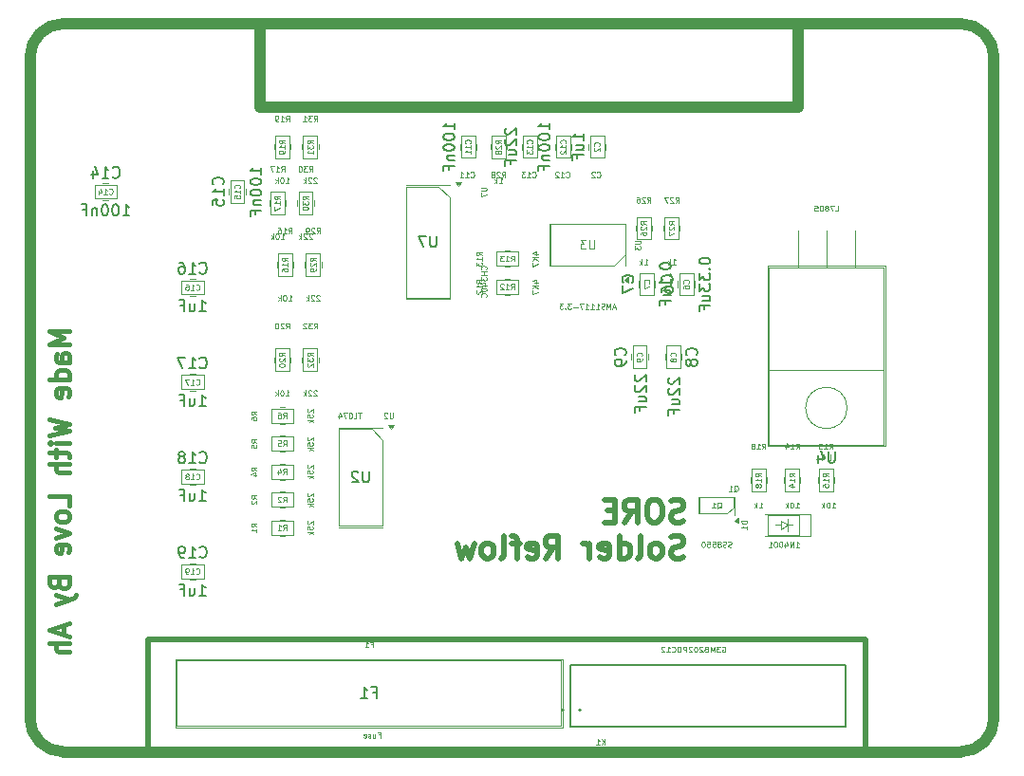
<source format=gbr>
%TF.GenerationSoftware,KiCad,Pcbnew,8.0.3*%
%TF.CreationDate,2024-06-29T17:40:48+07:00*%
%TF.ProjectId,solder-reflow,736f6c64-6572-42d7-9265-666c6f772e6b,rev?*%
%TF.SameCoordinates,Original*%
%TF.FileFunction,Legend,Bot*%
%TF.FilePolarity,Positive*%
%FSLAX46Y46*%
G04 Gerber Fmt 4.6, Leading zero omitted, Abs format (unit mm)*
G04 Created by KiCad (PCBNEW 8.0.3) date 2024-06-29 17:40:48*
%MOMM*%
%LPD*%
G01*
G04 APERTURE LIST*
%ADD10C,1.000000*%
%ADD11C,0.500000*%
%ADD12C,0.437500*%
%ADD13C,0.100000*%
%ADD14C,0.080000*%
%ADD15C,0.150000*%
%ADD16C,0.120000*%
%ADD17C,0.075000*%
%ADD18C,0.127000*%
%ADD19C,0.200000*%
G04 APERTURE END LIST*
D10*
X185500000Y-66000000D02*
X105500000Y-66000000D01*
X105500000Y-131000000D02*
G75*
G02*
X102500000Y-128000000I0J3000000D01*
G01*
D11*
X113000000Y-121000000D02*
X113000000Y-131000000D01*
D10*
X171000000Y-66500000D02*
X171000000Y-73500000D01*
D11*
X177000000Y-121000000D02*
X177000000Y-131000000D01*
D10*
X123000000Y-73500000D02*
X123000000Y-66000000D01*
X185500000Y-66000000D02*
G75*
G02*
X188500000Y-69000000I0J-3000000D01*
G01*
D11*
X177000000Y-121000000D02*
X113000000Y-121000000D01*
D10*
X188500000Y-128000000D02*
G75*
G02*
X185500000Y-131000000I-3000000J0D01*
G01*
X171000000Y-73500000D02*
X123000000Y-73500000D01*
X105500000Y-131000000D02*
X185500000Y-131000000D01*
X188500000Y-128000000D02*
X188500000Y-69000000D01*
X102500000Y-128000000D02*
X102500000Y-69000000D01*
X102500000Y-69000000D02*
G75*
G02*
X105500000Y-66000000I3000000J0D01*
G01*
D12*
X106013084Y-93454494D02*
X104263084Y-93454494D01*
X104263084Y-93454494D02*
X105513084Y-94037828D01*
X105513084Y-94037828D02*
X104263084Y-94621161D01*
X104263084Y-94621161D02*
X106013084Y-94621161D01*
X106013084Y-96204494D02*
X105096417Y-96204494D01*
X105096417Y-96204494D02*
X104929751Y-96121161D01*
X104929751Y-96121161D02*
X104846417Y-95954494D01*
X104846417Y-95954494D02*
X104846417Y-95621161D01*
X104846417Y-95621161D02*
X104929751Y-95454494D01*
X105929751Y-96204494D02*
X106013084Y-96037828D01*
X106013084Y-96037828D02*
X106013084Y-95621161D01*
X106013084Y-95621161D02*
X105929751Y-95454494D01*
X105929751Y-95454494D02*
X105763084Y-95371161D01*
X105763084Y-95371161D02*
X105596417Y-95371161D01*
X105596417Y-95371161D02*
X105429751Y-95454494D01*
X105429751Y-95454494D02*
X105346417Y-95621161D01*
X105346417Y-95621161D02*
X105346417Y-96037828D01*
X105346417Y-96037828D02*
X105263084Y-96204494D01*
X106013084Y-97787827D02*
X104263084Y-97787827D01*
X105929751Y-97787827D02*
X106013084Y-97621161D01*
X106013084Y-97621161D02*
X106013084Y-97287827D01*
X106013084Y-97287827D02*
X105929751Y-97121161D01*
X105929751Y-97121161D02*
X105846417Y-97037827D01*
X105846417Y-97037827D02*
X105679751Y-96954494D01*
X105679751Y-96954494D02*
X105179751Y-96954494D01*
X105179751Y-96954494D02*
X105013084Y-97037827D01*
X105013084Y-97037827D02*
X104929751Y-97121161D01*
X104929751Y-97121161D02*
X104846417Y-97287827D01*
X104846417Y-97287827D02*
X104846417Y-97621161D01*
X104846417Y-97621161D02*
X104929751Y-97787827D01*
X105929751Y-99287827D02*
X106013084Y-99121160D01*
X106013084Y-99121160D02*
X106013084Y-98787827D01*
X106013084Y-98787827D02*
X105929751Y-98621160D01*
X105929751Y-98621160D02*
X105763084Y-98537827D01*
X105763084Y-98537827D02*
X105096417Y-98537827D01*
X105096417Y-98537827D02*
X104929751Y-98621160D01*
X104929751Y-98621160D02*
X104846417Y-98787827D01*
X104846417Y-98787827D02*
X104846417Y-99121160D01*
X104846417Y-99121160D02*
X104929751Y-99287827D01*
X104929751Y-99287827D02*
X105096417Y-99371160D01*
X105096417Y-99371160D02*
X105263084Y-99371160D01*
X105263084Y-99371160D02*
X105429751Y-98537827D01*
X104263084Y-101287827D02*
X106013084Y-101704493D01*
X106013084Y-101704493D02*
X104763084Y-102037827D01*
X104763084Y-102037827D02*
X106013084Y-102371160D01*
X106013084Y-102371160D02*
X104263084Y-102787827D01*
X106013084Y-103454493D02*
X104846417Y-103454493D01*
X104263084Y-103454493D02*
X104346417Y-103371160D01*
X104346417Y-103371160D02*
X104429751Y-103454493D01*
X104429751Y-103454493D02*
X104346417Y-103537827D01*
X104346417Y-103537827D02*
X104263084Y-103454493D01*
X104263084Y-103454493D02*
X104429751Y-103454493D01*
X104846417Y-104037826D02*
X104846417Y-104704493D01*
X104263084Y-104287826D02*
X105763084Y-104287826D01*
X105763084Y-104287826D02*
X105929751Y-104371160D01*
X105929751Y-104371160D02*
X106013084Y-104537826D01*
X106013084Y-104537826D02*
X106013084Y-104704493D01*
X106013084Y-105287826D02*
X104263084Y-105287826D01*
X106013084Y-106037826D02*
X105096417Y-106037826D01*
X105096417Y-106037826D02*
X104929751Y-105954493D01*
X104929751Y-105954493D02*
X104846417Y-105787826D01*
X104846417Y-105787826D02*
X104846417Y-105537826D01*
X104846417Y-105537826D02*
X104929751Y-105371160D01*
X104929751Y-105371160D02*
X105013084Y-105287826D01*
X106013084Y-109037826D02*
X106013084Y-108204492D01*
X106013084Y-108204492D02*
X104263084Y-108204492D01*
X106013084Y-109871159D02*
X105929751Y-109704493D01*
X105929751Y-109704493D02*
X105846417Y-109621159D01*
X105846417Y-109621159D02*
X105679751Y-109537826D01*
X105679751Y-109537826D02*
X105179751Y-109537826D01*
X105179751Y-109537826D02*
X105013084Y-109621159D01*
X105013084Y-109621159D02*
X104929751Y-109704493D01*
X104929751Y-109704493D02*
X104846417Y-109871159D01*
X104846417Y-109871159D02*
X104846417Y-110121159D01*
X104846417Y-110121159D02*
X104929751Y-110287826D01*
X104929751Y-110287826D02*
X105013084Y-110371159D01*
X105013084Y-110371159D02*
X105179751Y-110454493D01*
X105179751Y-110454493D02*
X105679751Y-110454493D01*
X105679751Y-110454493D02*
X105846417Y-110371159D01*
X105846417Y-110371159D02*
X105929751Y-110287826D01*
X105929751Y-110287826D02*
X106013084Y-110121159D01*
X106013084Y-110121159D02*
X106013084Y-109871159D01*
X104846417Y-111037826D02*
X106013084Y-111454492D01*
X106013084Y-111454492D02*
X104846417Y-111871159D01*
X105929751Y-113204492D02*
X106013084Y-113037825D01*
X106013084Y-113037825D02*
X106013084Y-112704492D01*
X106013084Y-112704492D02*
X105929751Y-112537825D01*
X105929751Y-112537825D02*
X105763084Y-112454492D01*
X105763084Y-112454492D02*
X105096417Y-112454492D01*
X105096417Y-112454492D02*
X104929751Y-112537825D01*
X104929751Y-112537825D02*
X104846417Y-112704492D01*
X104846417Y-112704492D02*
X104846417Y-113037825D01*
X104846417Y-113037825D02*
X104929751Y-113204492D01*
X104929751Y-113204492D02*
X105096417Y-113287825D01*
X105096417Y-113287825D02*
X105263084Y-113287825D01*
X105263084Y-113287825D02*
X105429751Y-112454492D01*
X105096417Y-115954492D02*
X105179751Y-116204492D01*
X105179751Y-116204492D02*
X105263084Y-116287825D01*
X105263084Y-116287825D02*
X105429751Y-116371158D01*
X105429751Y-116371158D02*
X105679751Y-116371158D01*
X105679751Y-116371158D02*
X105846417Y-116287825D01*
X105846417Y-116287825D02*
X105929751Y-116204492D01*
X105929751Y-116204492D02*
X106013084Y-116037825D01*
X106013084Y-116037825D02*
X106013084Y-115371158D01*
X106013084Y-115371158D02*
X104263084Y-115371158D01*
X104263084Y-115371158D02*
X104263084Y-115954492D01*
X104263084Y-115954492D02*
X104346417Y-116121158D01*
X104346417Y-116121158D02*
X104429751Y-116204492D01*
X104429751Y-116204492D02*
X104596417Y-116287825D01*
X104596417Y-116287825D02*
X104763084Y-116287825D01*
X104763084Y-116287825D02*
X104929751Y-116204492D01*
X104929751Y-116204492D02*
X105013084Y-116121158D01*
X105013084Y-116121158D02*
X105096417Y-115954492D01*
X105096417Y-115954492D02*
X105096417Y-115371158D01*
X104846417Y-116954492D02*
X106013084Y-117371158D01*
X104846417Y-117787825D02*
X106013084Y-117371158D01*
X106013084Y-117371158D02*
X106429751Y-117204492D01*
X106429751Y-117204492D02*
X106513084Y-117121158D01*
X106513084Y-117121158D02*
X106596417Y-116954492D01*
X105513084Y-119704491D02*
X105513084Y-120537824D01*
X106013084Y-119537824D02*
X104263084Y-120121158D01*
X104263084Y-120121158D02*
X106013084Y-120704491D01*
X106013084Y-121287824D02*
X104263084Y-121287824D01*
X106013084Y-122037824D02*
X105096417Y-122037824D01*
X105096417Y-122037824D02*
X104929751Y-121954491D01*
X104929751Y-121954491D02*
X104846417Y-121787824D01*
X104846417Y-121787824D02*
X104846417Y-121537824D01*
X104846417Y-121537824D02*
X104929751Y-121371158D01*
X104929751Y-121371158D02*
X105013084Y-121287824D01*
D11*
X160790100Y-110414112D02*
X160504386Y-110509350D01*
X160504386Y-110509350D02*
X160028195Y-110509350D01*
X160028195Y-110509350D02*
X159837719Y-110414112D01*
X159837719Y-110414112D02*
X159742481Y-110318873D01*
X159742481Y-110318873D02*
X159647243Y-110128397D01*
X159647243Y-110128397D02*
X159647243Y-109937921D01*
X159647243Y-109937921D02*
X159742481Y-109747445D01*
X159742481Y-109747445D02*
X159837719Y-109652207D01*
X159837719Y-109652207D02*
X160028195Y-109556969D01*
X160028195Y-109556969D02*
X160409148Y-109461731D01*
X160409148Y-109461731D02*
X160599624Y-109366492D01*
X160599624Y-109366492D02*
X160694862Y-109271254D01*
X160694862Y-109271254D02*
X160790100Y-109080778D01*
X160790100Y-109080778D02*
X160790100Y-108890302D01*
X160790100Y-108890302D02*
X160694862Y-108699826D01*
X160694862Y-108699826D02*
X160599624Y-108604588D01*
X160599624Y-108604588D02*
X160409148Y-108509350D01*
X160409148Y-108509350D02*
X159932957Y-108509350D01*
X159932957Y-108509350D02*
X159647243Y-108604588D01*
X158409148Y-108509350D02*
X158028195Y-108509350D01*
X158028195Y-108509350D02*
X157837719Y-108604588D01*
X157837719Y-108604588D02*
X157647243Y-108795064D01*
X157647243Y-108795064D02*
X157552005Y-109176016D01*
X157552005Y-109176016D02*
X157552005Y-109842683D01*
X157552005Y-109842683D02*
X157647243Y-110223635D01*
X157647243Y-110223635D02*
X157837719Y-110414112D01*
X157837719Y-110414112D02*
X158028195Y-110509350D01*
X158028195Y-110509350D02*
X158409148Y-110509350D01*
X158409148Y-110509350D02*
X158599624Y-110414112D01*
X158599624Y-110414112D02*
X158790100Y-110223635D01*
X158790100Y-110223635D02*
X158885338Y-109842683D01*
X158885338Y-109842683D02*
X158885338Y-109176016D01*
X158885338Y-109176016D02*
X158790100Y-108795064D01*
X158790100Y-108795064D02*
X158599624Y-108604588D01*
X158599624Y-108604588D02*
X158409148Y-108509350D01*
X155552005Y-110509350D02*
X156218672Y-109556969D01*
X156694862Y-110509350D02*
X156694862Y-108509350D01*
X156694862Y-108509350D02*
X155932957Y-108509350D01*
X155932957Y-108509350D02*
X155742481Y-108604588D01*
X155742481Y-108604588D02*
X155647243Y-108699826D01*
X155647243Y-108699826D02*
X155552005Y-108890302D01*
X155552005Y-108890302D02*
X155552005Y-109176016D01*
X155552005Y-109176016D02*
X155647243Y-109366492D01*
X155647243Y-109366492D02*
X155742481Y-109461731D01*
X155742481Y-109461731D02*
X155932957Y-109556969D01*
X155932957Y-109556969D02*
X156694862Y-109556969D01*
X154694862Y-109461731D02*
X154028195Y-109461731D01*
X153742481Y-110509350D02*
X154694862Y-110509350D01*
X154694862Y-110509350D02*
X154694862Y-108509350D01*
X154694862Y-108509350D02*
X153742481Y-108509350D01*
X160790100Y-113634000D02*
X160504386Y-113729238D01*
X160504386Y-113729238D02*
X160028195Y-113729238D01*
X160028195Y-113729238D02*
X159837719Y-113634000D01*
X159837719Y-113634000D02*
X159742481Y-113538761D01*
X159742481Y-113538761D02*
X159647243Y-113348285D01*
X159647243Y-113348285D02*
X159647243Y-113157809D01*
X159647243Y-113157809D02*
X159742481Y-112967333D01*
X159742481Y-112967333D02*
X159837719Y-112872095D01*
X159837719Y-112872095D02*
X160028195Y-112776857D01*
X160028195Y-112776857D02*
X160409148Y-112681619D01*
X160409148Y-112681619D02*
X160599624Y-112586380D01*
X160599624Y-112586380D02*
X160694862Y-112491142D01*
X160694862Y-112491142D02*
X160790100Y-112300666D01*
X160790100Y-112300666D02*
X160790100Y-112110190D01*
X160790100Y-112110190D02*
X160694862Y-111919714D01*
X160694862Y-111919714D02*
X160599624Y-111824476D01*
X160599624Y-111824476D02*
X160409148Y-111729238D01*
X160409148Y-111729238D02*
X159932957Y-111729238D01*
X159932957Y-111729238D02*
X159647243Y-111824476D01*
X158504386Y-113729238D02*
X158694862Y-113634000D01*
X158694862Y-113634000D02*
X158790100Y-113538761D01*
X158790100Y-113538761D02*
X158885338Y-113348285D01*
X158885338Y-113348285D02*
X158885338Y-112776857D01*
X158885338Y-112776857D02*
X158790100Y-112586380D01*
X158790100Y-112586380D02*
X158694862Y-112491142D01*
X158694862Y-112491142D02*
X158504386Y-112395904D01*
X158504386Y-112395904D02*
X158218671Y-112395904D01*
X158218671Y-112395904D02*
X158028195Y-112491142D01*
X158028195Y-112491142D02*
X157932957Y-112586380D01*
X157932957Y-112586380D02*
X157837719Y-112776857D01*
X157837719Y-112776857D02*
X157837719Y-113348285D01*
X157837719Y-113348285D02*
X157932957Y-113538761D01*
X157932957Y-113538761D02*
X158028195Y-113634000D01*
X158028195Y-113634000D02*
X158218671Y-113729238D01*
X158218671Y-113729238D02*
X158504386Y-113729238D01*
X156694862Y-113729238D02*
X156885338Y-113634000D01*
X156885338Y-113634000D02*
X156980576Y-113443523D01*
X156980576Y-113443523D02*
X156980576Y-111729238D01*
X155075814Y-113729238D02*
X155075814Y-111729238D01*
X155075814Y-113634000D02*
X155266290Y-113729238D01*
X155266290Y-113729238D02*
X155647243Y-113729238D01*
X155647243Y-113729238D02*
X155837719Y-113634000D01*
X155837719Y-113634000D02*
X155932957Y-113538761D01*
X155932957Y-113538761D02*
X156028195Y-113348285D01*
X156028195Y-113348285D02*
X156028195Y-112776857D01*
X156028195Y-112776857D02*
X155932957Y-112586380D01*
X155932957Y-112586380D02*
X155837719Y-112491142D01*
X155837719Y-112491142D02*
X155647243Y-112395904D01*
X155647243Y-112395904D02*
X155266290Y-112395904D01*
X155266290Y-112395904D02*
X155075814Y-112491142D01*
X153361528Y-113634000D02*
X153552004Y-113729238D01*
X153552004Y-113729238D02*
X153932957Y-113729238D01*
X153932957Y-113729238D02*
X154123433Y-113634000D01*
X154123433Y-113634000D02*
X154218671Y-113443523D01*
X154218671Y-113443523D02*
X154218671Y-112681619D01*
X154218671Y-112681619D02*
X154123433Y-112491142D01*
X154123433Y-112491142D02*
X153932957Y-112395904D01*
X153932957Y-112395904D02*
X153552004Y-112395904D01*
X153552004Y-112395904D02*
X153361528Y-112491142D01*
X153361528Y-112491142D02*
X153266290Y-112681619D01*
X153266290Y-112681619D02*
X153266290Y-112872095D01*
X153266290Y-112872095D02*
X154218671Y-113062571D01*
X152409147Y-113729238D02*
X152409147Y-112395904D01*
X152409147Y-112776857D02*
X152313909Y-112586380D01*
X152313909Y-112586380D02*
X152218671Y-112491142D01*
X152218671Y-112491142D02*
X152028195Y-112395904D01*
X152028195Y-112395904D02*
X151837718Y-112395904D01*
X148504385Y-113729238D02*
X149171052Y-112776857D01*
X149647242Y-113729238D02*
X149647242Y-111729238D01*
X149647242Y-111729238D02*
X148885337Y-111729238D01*
X148885337Y-111729238D02*
X148694861Y-111824476D01*
X148694861Y-111824476D02*
X148599623Y-111919714D01*
X148599623Y-111919714D02*
X148504385Y-112110190D01*
X148504385Y-112110190D02*
X148504385Y-112395904D01*
X148504385Y-112395904D02*
X148599623Y-112586380D01*
X148599623Y-112586380D02*
X148694861Y-112681619D01*
X148694861Y-112681619D02*
X148885337Y-112776857D01*
X148885337Y-112776857D02*
X149647242Y-112776857D01*
X146885337Y-113634000D02*
X147075813Y-113729238D01*
X147075813Y-113729238D02*
X147456766Y-113729238D01*
X147456766Y-113729238D02*
X147647242Y-113634000D01*
X147647242Y-113634000D02*
X147742480Y-113443523D01*
X147742480Y-113443523D02*
X147742480Y-112681619D01*
X147742480Y-112681619D02*
X147647242Y-112491142D01*
X147647242Y-112491142D02*
X147456766Y-112395904D01*
X147456766Y-112395904D02*
X147075813Y-112395904D01*
X147075813Y-112395904D02*
X146885337Y-112491142D01*
X146885337Y-112491142D02*
X146790099Y-112681619D01*
X146790099Y-112681619D02*
X146790099Y-112872095D01*
X146790099Y-112872095D02*
X147742480Y-113062571D01*
X146218670Y-112395904D02*
X145456766Y-112395904D01*
X145932956Y-113729238D02*
X145932956Y-112014952D01*
X145932956Y-112014952D02*
X145837718Y-111824476D01*
X145837718Y-111824476D02*
X145647242Y-111729238D01*
X145647242Y-111729238D02*
X145456766Y-111729238D01*
X144504385Y-113729238D02*
X144694861Y-113634000D01*
X144694861Y-113634000D02*
X144790099Y-113443523D01*
X144790099Y-113443523D02*
X144790099Y-111729238D01*
X143456766Y-113729238D02*
X143647242Y-113634000D01*
X143647242Y-113634000D02*
X143742480Y-113538761D01*
X143742480Y-113538761D02*
X143837718Y-113348285D01*
X143837718Y-113348285D02*
X143837718Y-112776857D01*
X143837718Y-112776857D02*
X143742480Y-112586380D01*
X143742480Y-112586380D02*
X143647242Y-112491142D01*
X143647242Y-112491142D02*
X143456766Y-112395904D01*
X143456766Y-112395904D02*
X143171051Y-112395904D01*
X143171051Y-112395904D02*
X142980575Y-112491142D01*
X142980575Y-112491142D02*
X142885337Y-112586380D01*
X142885337Y-112586380D02*
X142790099Y-112776857D01*
X142790099Y-112776857D02*
X142790099Y-113348285D01*
X142790099Y-113348285D02*
X142885337Y-113538761D01*
X142885337Y-113538761D02*
X142980575Y-113634000D01*
X142980575Y-113634000D02*
X143171051Y-113729238D01*
X143171051Y-113729238D02*
X143456766Y-113729238D01*
X142123432Y-112395904D02*
X141742480Y-113729238D01*
X141742480Y-113729238D02*
X141361527Y-112776857D01*
X141361527Y-112776857D02*
X140980575Y-113729238D01*
X140980575Y-113729238D02*
X140599623Y-112395904D01*
D13*
X127821428Y-74726109D02*
X127988094Y-74488014D01*
X128107142Y-74726109D02*
X128107142Y-74226109D01*
X128107142Y-74226109D02*
X127916666Y-74226109D01*
X127916666Y-74226109D02*
X127869047Y-74249919D01*
X127869047Y-74249919D02*
X127845237Y-74273728D01*
X127845237Y-74273728D02*
X127821428Y-74321347D01*
X127821428Y-74321347D02*
X127821428Y-74392776D01*
X127821428Y-74392776D02*
X127845237Y-74440395D01*
X127845237Y-74440395D02*
X127869047Y-74464204D01*
X127869047Y-74464204D02*
X127916666Y-74488014D01*
X127916666Y-74488014D02*
X128107142Y-74488014D01*
X127654761Y-74226109D02*
X127345237Y-74226109D01*
X127345237Y-74226109D02*
X127511904Y-74416585D01*
X127511904Y-74416585D02*
X127440475Y-74416585D01*
X127440475Y-74416585D02*
X127392856Y-74440395D01*
X127392856Y-74440395D02*
X127369047Y-74464204D01*
X127369047Y-74464204D02*
X127345237Y-74511823D01*
X127345237Y-74511823D02*
X127345237Y-74630871D01*
X127345237Y-74630871D02*
X127369047Y-74678490D01*
X127369047Y-74678490D02*
X127392856Y-74702300D01*
X127392856Y-74702300D02*
X127440475Y-74726109D01*
X127440475Y-74726109D02*
X127583332Y-74726109D01*
X127583332Y-74726109D02*
X127630951Y-74702300D01*
X127630951Y-74702300D02*
X127654761Y-74678490D01*
X126869047Y-74726109D02*
X127154761Y-74726109D01*
X127011904Y-74726109D02*
X127011904Y-74226109D01*
X127011904Y-74226109D02*
X127059523Y-74297538D01*
X127059523Y-74297538D02*
X127107142Y-74345157D01*
X127107142Y-74345157D02*
X127154761Y-74368966D01*
X128083332Y-79773728D02*
X128059523Y-79749919D01*
X128059523Y-79749919D02*
X128011904Y-79726109D01*
X128011904Y-79726109D02*
X127892856Y-79726109D01*
X127892856Y-79726109D02*
X127845237Y-79749919D01*
X127845237Y-79749919D02*
X127821428Y-79773728D01*
X127821428Y-79773728D02*
X127797618Y-79821347D01*
X127797618Y-79821347D02*
X127797618Y-79868966D01*
X127797618Y-79868966D02*
X127821428Y-79940395D01*
X127821428Y-79940395D02*
X128107142Y-80226109D01*
X128107142Y-80226109D02*
X127797618Y-80226109D01*
X127607142Y-79773728D02*
X127583333Y-79749919D01*
X127583333Y-79749919D02*
X127535714Y-79726109D01*
X127535714Y-79726109D02*
X127416666Y-79726109D01*
X127416666Y-79726109D02*
X127369047Y-79749919D01*
X127369047Y-79749919D02*
X127345238Y-79773728D01*
X127345238Y-79773728D02*
X127321428Y-79821347D01*
X127321428Y-79821347D02*
X127321428Y-79868966D01*
X127321428Y-79868966D02*
X127345238Y-79940395D01*
X127345238Y-79940395D02*
X127630952Y-80226109D01*
X127630952Y-80226109D02*
X127321428Y-80226109D01*
X127107143Y-80226109D02*
X127107143Y-79726109D01*
X127059524Y-80035633D02*
X126916667Y-80226109D01*
X126916667Y-79892776D02*
X127107143Y-80083252D01*
D14*
X127727149Y-76678571D02*
X127489054Y-76511905D01*
X127727149Y-76392857D02*
X127227149Y-76392857D01*
X127227149Y-76392857D02*
X127227149Y-76583333D01*
X127227149Y-76583333D02*
X127250959Y-76630952D01*
X127250959Y-76630952D02*
X127274768Y-76654762D01*
X127274768Y-76654762D02*
X127322387Y-76678571D01*
X127322387Y-76678571D02*
X127393816Y-76678571D01*
X127393816Y-76678571D02*
X127441435Y-76654762D01*
X127441435Y-76654762D02*
X127465244Y-76630952D01*
X127465244Y-76630952D02*
X127489054Y-76583333D01*
X127489054Y-76583333D02*
X127489054Y-76392857D01*
X127227149Y-76845238D02*
X127227149Y-77154762D01*
X127227149Y-77154762D02*
X127417625Y-76988095D01*
X127417625Y-76988095D02*
X127417625Y-77059524D01*
X127417625Y-77059524D02*
X127441435Y-77107143D01*
X127441435Y-77107143D02*
X127465244Y-77130952D01*
X127465244Y-77130952D02*
X127512863Y-77154762D01*
X127512863Y-77154762D02*
X127631911Y-77154762D01*
X127631911Y-77154762D02*
X127679530Y-77130952D01*
X127679530Y-77130952D02*
X127703340Y-77107143D01*
X127703340Y-77107143D02*
X127727149Y-77059524D01*
X127727149Y-77059524D02*
X127727149Y-76916667D01*
X127727149Y-76916667D02*
X127703340Y-76869048D01*
X127703340Y-76869048D02*
X127679530Y-76845238D01*
X127727149Y-77630952D02*
X127727149Y-77345238D01*
X127727149Y-77488095D02*
X127227149Y-77488095D01*
X127227149Y-77488095D02*
X127298578Y-77440476D01*
X127298578Y-77440476D02*
X127346197Y-77392857D01*
X127346197Y-77392857D02*
X127370006Y-77345238D01*
D15*
X117642857Y-113579580D02*
X117690476Y-113627200D01*
X117690476Y-113627200D02*
X117833333Y-113674819D01*
X117833333Y-113674819D02*
X117928571Y-113674819D01*
X117928571Y-113674819D02*
X118071428Y-113627200D01*
X118071428Y-113627200D02*
X118166666Y-113531961D01*
X118166666Y-113531961D02*
X118214285Y-113436723D01*
X118214285Y-113436723D02*
X118261904Y-113246247D01*
X118261904Y-113246247D02*
X118261904Y-113103390D01*
X118261904Y-113103390D02*
X118214285Y-112912914D01*
X118214285Y-112912914D02*
X118166666Y-112817676D01*
X118166666Y-112817676D02*
X118071428Y-112722438D01*
X118071428Y-112722438D02*
X117928571Y-112674819D01*
X117928571Y-112674819D02*
X117833333Y-112674819D01*
X117833333Y-112674819D02*
X117690476Y-112722438D01*
X117690476Y-112722438D02*
X117642857Y-112770057D01*
X116690476Y-113674819D02*
X117261904Y-113674819D01*
X116976190Y-113674819D02*
X116976190Y-112674819D01*
X116976190Y-112674819D02*
X117071428Y-112817676D01*
X117071428Y-112817676D02*
X117166666Y-112912914D01*
X117166666Y-112912914D02*
X117261904Y-112960533D01*
X116214285Y-113674819D02*
X116023809Y-113674819D01*
X116023809Y-113674819D02*
X115928571Y-113627200D01*
X115928571Y-113627200D02*
X115880952Y-113579580D01*
X115880952Y-113579580D02*
X115785714Y-113436723D01*
X115785714Y-113436723D02*
X115738095Y-113246247D01*
X115738095Y-113246247D02*
X115738095Y-112865295D01*
X115738095Y-112865295D02*
X115785714Y-112770057D01*
X115785714Y-112770057D02*
X115833333Y-112722438D01*
X115833333Y-112722438D02*
X115928571Y-112674819D01*
X115928571Y-112674819D02*
X116119047Y-112674819D01*
X116119047Y-112674819D02*
X116214285Y-112722438D01*
X116214285Y-112722438D02*
X116261904Y-112770057D01*
X116261904Y-112770057D02*
X116309523Y-112865295D01*
X116309523Y-112865295D02*
X116309523Y-113103390D01*
X116309523Y-113103390D02*
X116261904Y-113198628D01*
X116261904Y-113198628D02*
X116214285Y-113246247D01*
X116214285Y-113246247D02*
X116119047Y-113293866D01*
X116119047Y-113293866D02*
X115928571Y-113293866D01*
X115928571Y-113293866D02*
X115833333Y-113246247D01*
X115833333Y-113246247D02*
X115785714Y-113198628D01*
X115785714Y-113198628D02*
X115738095Y-113103390D01*
X117595238Y-117034819D02*
X118166666Y-117034819D01*
X117880952Y-117034819D02*
X117880952Y-116034819D01*
X117880952Y-116034819D02*
X117976190Y-116177676D01*
X117976190Y-116177676D02*
X118071428Y-116272914D01*
X118071428Y-116272914D02*
X118166666Y-116320533D01*
X116738095Y-116368152D02*
X116738095Y-117034819D01*
X117166666Y-116368152D02*
X117166666Y-116891961D01*
X117166666Y-116891961D02*
X117119047Y-116987200D01*
X117119047Y-116987200D02*
X117023809Y-117034819D01*
X117023809Y-117034819D02*
X116880952Y-117034819D01*
X116880952Y-117034819D02*
X116785714Y-116987200D01*
X116785714Y-116987200D02*
X116738095Y-116939580D01*
X115928571Y-116511009D02*
X116261904Y-116511009D01*
X116261904Y-117034819D02*
X116261904Y-116034819D01*
X116261904Y-116034819D02*
X115785714Y-116034819D01*
D14*
X117321428Y-115079530D02*
X117345237Y-115103340D01*
X117345237Y-115103340D02*
X117416666Y-115127149D01*
X117416666Y-115127149D02*
X117464285Y-115127149D01*
X117464285Y-115127149D02*
X117535713Y-115103340D01*
X117535713Y-115103340D02*
X117583332Y-115055720D01*
X117583332Y-115055720D02*
X117607142Y-115008101D01*
X117607142Y-115008101D02*
X117630951Y-114912863D01*
X117630951Y-114912863D02*
X117630951Y-114841435D01*
X117630951Y-114841435D02*
X117607142Y-114746197D01*
X117607142Y-114746197D02*
X117583332Y-114698578D01*
X117583332Y-114698578D02*
X117535713Y-114650959D01*
X117535713Y-114650959D02*
X117464285Y-114627149D01*
X117464285Y-114627149D02*
X117416666Y-114627149D01*
X117416666Y-114627149D02*
X117345237Y-114650959D01*
X117345237Y-114650959D02*
X117321428Y-114674768D01*
X116845237Y-115127149D02*
X117130951Y-115127149D01*
X116988094Y-115127149D02*
X116988094Y-114627149D01*
X116988094Y-114627149D02*
X117035713Y-114698578D01*
X117035713Y-114698578D02*
X117083332Y-114746197D01*
X117083332Y-114746197D02*
X117130951Y-114770006D01*
X116607142Y-115127149D02*
X116511904Y-115127149D01*
X116511904Y-115127149D02*
X116464285Y-115103340D01*
X116464285Y-115103340D02*
X116440476Y-115079530D01*
X116440476Y-115079530D02*
X116392857Y-115008101D01*
X116392857Y-115008101D02*
X116369047Y-114912863D01*
X116369047Y-114912863D02*
X116369047Y-114722387D01*
X116369047Y-114722387D02*
X116392857Y-114674768D01*
X116392857Y-114674768D02*
X116416666Y-114650959D01*
X116416666Y-114650959D02*
X116464285Y-114627149D01*
X116464285Y-114627149D02*
X116559523Y-114627149D01*
X116559523Y-114627149D02*
X116607142Y-114650959D01*
X116607142Y-114650959D02*
X116630952Y-114674768D01*
X116630952Y-114674768D02*
X116654761Y-114722387D01*
X116654761Y-114722387D02*
X116654761Y-114841435D01*
X116654761Y-114841435D02*
X116630952Y-114889054D01*
X116630952Y-114889054D02*
X116607142Y-114912863D01*
X116607142Y-114912863D02*
X116559523Y-114936673D01*
X116559523Y-114936673D02*
X116464285Y-114936673D01*
X116464285Y-114936673D02*
X116416666Y-114912863D01*
X116416666Y-114912863D02*
X116392857Y-114889054D01*
X116392857Y-114889054D02*
X116369047Y-114841435D01*
D13*
X122726109Y-100906666D02*
X122488014Y-100740000D01*
X122726109Y-100620952D02*
X122226109Y-100620952D01*
X122226109Y-100620952D02*
X122226109Y-100811428D01*
X122226109Y-100811428D02*
X122249919Y-100859047D01*
X122249919Y-100859047D02*
X122273728Y-100882857D01*
X122273728Y-100882857D02*
X122321347Y-100906666D01*
X122321347Y-100906666D02*
X122392776Y-100906666D01*
X122392776Y-100906666D02*
X122440395Y-100882857D01*
X122440395Y-100882857D02*
X122464204Y-100859047D01*
X122464204Y-100859047D02*
X122488014Y-100811428D01*
X122488014Y-100811428D02*
X122488014Y-100620952D01*
X122226109Y-101335238D02*
X122226109Y-101240000D01*
X122226109Y-101240000D02*
X122249919Y-101192381D01*
X122249919Y-101192381D02*
X122273728Y-101168571D01*
X122273728Y-101168571D02*
X122345157Y-101120952D01*
X122345157Y-101120952D02*
X122440395Y-101097143D01*
X122440395Y-101097143D02*
X122630871Y-101097143D01*
X122630871Y-101097143D02*
X122678490Y-101120952D01*
X122678490Y-101120952D02*
X122702300Y-101144762D01*
X122702300Y-101144762D02*
X122726109Y-101192381D01*
X122726109Y-101192381D02*
X122726109Y-101287619D01*
X122726109Y-101287619D02*
X122702300Y-101335238D01*
X122702300Y-101335238D02*
X122678490Y-101359047D01*
X122678490Y-101359047D02*
X122630871Y-101382857D01*
X122630871Y-101382857D02*
X122511823Y-101382857D01*
X122511823Y-101382857D02*
X122464204Y-101359047D01*
X122464204Y-101359047D02*
X122440395Y-101335238D01*
X122440395Y-101335238D02*
X122416585Y-101287619D01*
X122416585Y-101287619D02*
X122416585Y-101192381D01*
X122416585Y-101192381D02*
X122440395Y-101144762D01*
X122440395Y-101144762D02*
X122464204Y-101120952D01*
X122464204Y-101120952D02*
X122511823Y-101097143D01*
X127273728Y-100406667D02*
X127249919Y-100430476D01*
X127249919Y-100430476D02*
X127226109Y-100478095D01*
X127226109Y-100478095D02*
X127226109Y-100597143D01*
X127226109Y-100597143D02*
X127249919Y-100644762D01*
X127249919Y-100644762D02*
X127273728Y-100668571D01*
X127273728Y-100668571D02*
X127321347Y-100692381D01*
X127321347Y-100692381D02*
X127368966Y-100692381D01*
X127368966Y-100692381D02*
X127440395Y-100668571D01*
X127440395Y-100668571D02*
X127726109Y-100382857D01*
X127726109Y-100382857D02*
X127726109Y-100692381D01*
X127226109Y-101144761D02*
X127226109Y-100906666D01*
X127226109Y-100906666D02*
X127464204Y-100882857D01*
X127464204Y-100882857D02*
X127440395Y-100906666D01*
X127440395Y-100906666D02*
X127416585Y-100954285D01*
X127416585Y-100954285D02*
X127416585Y-101073333D01*
X127416585Y-101073333D02*
X127440395Y-101120952D01*
X127440395Y-101120952D02*
X127464204Y-101144761D01*
X127464204Y-101144761D02*
X127511823Y-101168571D01*
X127511823Y-101168571D02*
X127630871Y-101168571D01*
X127630871Y-101168571D02*
X127678490Y-101144761D01*
X127678490Y-101144761D02*
X127702300Y-101120952D01*
X127702300Y-101120952D02*
X127726109Y-101073333D01*
X127726109Y-101073333D02*
X127726109Y-100954285D01*
X127726109Y-100954285D02*
X127702300Y-100906666D01*
X127702300Y-100906666D02*
X127678490Y-100882857D01*
X127726109Y-101382856D02*
X127226109Y-101382856D01*
X127535633Y-101430475D02*
X127726109Y-101573332D01*
X127392776Y-101573332D02*
X127583252Y-101382856D01*
D14*
X125083333Y-101217149D02*
X125249999Y-100979054D01*
X125369047Y-101217149D02*
X125369047Y-100717149D01*
X125369047Y-100717149D02*
X125178571Y-100717149D01*
X125178571Y-100717149D02*
X125130952Y-100740959D01*
X125130952Y-100740959D02*
X125107142Y-100764768D01*
X125107142Y-100764768D02*
X125083333Y-100812387D01*
X125083333Y-100812387D02*
X125083333Y-100883816D01*
X125083333Y-100883816D02*
X125107142Y-100931435D01*
X125107142Y-100931435D02*
X125130952Y-100955244D01*
X125130952Y-100955244D02*
X125178571Y-100979054D01*
X125178571Y-100979054D02*
X125369047Y-100979054D01*
X124654761Y-100717149D02*
X124749999Y-100717149D01*
X124749999Y-100717149D02*
X124797618Y-100740959D01*
X124797618Y-100740959D02*
X124821428Y-100764768D01*
X124821428Y-100764768D02*
X124869047Y-100836197D01*
X124869047Y-100836197D02*
X124892856Y-100931435D01*
X124892856Y-100931435D02*
X124892856Y-101121911D01*
X124892856Y-101121911D02*
X124869047Y-101169530D01*
X124869047Y-101169530D02*
X124845237Y-101193340D01*
X124845237Y-101193340D02*
X124797618Y-101217149D01*
X124797618Y-101217149D02*
X124702380Y-101217149D01*
X124702380Y-101217149D02*
X124654761Y-101193340D01*
X124654761Y-101193340D02*
X124630952Y-101169530D01*
X124630952Y-101169530D02*
X124607142Y-101121911D01*
X124607142Y-101121911D02*
X124607142Y-101002863D01*
X124607142Y-101002863D02*
X124630952Y-100955244D01*
X124630952Y-100955244D02*
X124654761Y-100931435D01*
X124654761Y-100931435D02*
X124702380Y-100907625D01*
X124702380Y-100907625D02*
X124797618Y-100907625D01*
X124797618Y-100907625D02*
X124845237Y-100931435D01*
X124845237Y-100931435D02*
X124869047Y-100955244D01*
X124869047Y-100955244D02*
X124892856Y-101002863D01*
D13*
X170821428Y-103976109D02*
X170988094Y-103738014D01*
X171107142Y-103976109D02*
X171107142Y-103476109D01*
X171107142Y-103476109D02*
X170916666Y-103476109D01*
X170916666Y-103476109D02*
X170869047Y-103499919D01*
X170869047Y-103499919D02*
X170845237Y-103523728D01*
X170845237Y-103523728D02*
X170821428Y-103571347D01*
X170821428Y-103571347D02*
X170821428Y-103642776D01*
X170821428Y-103642776D02*
X170845237Y-103690395D01*
X170845237Y-103690395D02*
X170869047Y-103714204D01*
X170869047Y-103714204D02*
X170916666Y-103738014D01*
X170916666Y-103738014D02*
X171107142Y-103738014D01*
X170345237Y-103976109D02*
X170630951Y-103976109D01*
X170488094Y-103976109D02*
X170488094Y-103476109D01*
X170488094Y-103476109D02*
X170535713Y-103547538D01*
X170535713Y-103547538D02*
X170583332Y-103595157D01*
X170583332Y-103595157D02*
X170630951Y-103618966D01*
X169916666Y-103642776D02*
X169916666Y-103976109D01*
X170035714Y-103452300D02*
X170154761Y-103809442D01*
X170154761Y-103809442D02*
X169845238Y-103809442D01*
X170797618Y-109226109D02*
X171083332Y-109226109D01*
X170940475Y-109226109D02*
X170940475Y-108726109D01*
X170940475Y-108726109D02*
X170988094Y-108797538D01*
X170988094Y-108797538D02*
X171035713Y-108845157D01*
X171035713Y-108845157D02*
X171083332Y-108868966D01*
X170488095Y-108726109D02*
X170440476Y-108726109D01*
X170440476Y-108726109D02*
X170392857Y-108749919D01*
X170392857Y-108749919D02*
X170369047Y-108773728D01*
X170369047Y-108773728D02*
X170345238Y-108821347D01*
X170345238Y-108821347D02*
X170321428Y-108916585D01*
X170321428Y-108916585D02*
X170321428Y-109035633D01*
X170321428Y-109035633D02*
X170345238Y-109130871D01*
X170345238Y-109130871D02*
X170369047Y-109178490D01*
X170369047Y-109178490D02*
X170392857Y-109202300D01*
X170392857Y-109202300D02*
X170440476Y-109226109D01*
X170440476Y-109226109D02*
X170488095Y-109226109D01*
X170488095Y-109226109D02*
X170535714Y-109202300D01*
X170535714Y-109202300D02*
X170559523Y-109178490D01*
X170559523Y-109178490D02*
X170583333Y-109130871D01*
X170583333Y-109130871D02*
X170607142Y-109035633D01*
X170607142Y-109035633D02*
X170607142Y-108916585D01*
X170607142Y-108916585D02*
X170583333Y-108821347D01*
X170583333Y-108821347D02*
X170559523Y-108773728D01*
X170559523Y-108773728D02*
X170535714Y-108749919D01*
X170535714Y-108749919D02*
X170488095Y-108726109D01*
X170107143Y-109226109D02*
X170107143Y-108726109D01*
X170059524Y-109035633D02*
X169916667Y-109226109D01*
X169916667Y-108892776D02*
X170107143Y-109083252D01*
D14*
X170727149Y-106428571D02*
X170489054Y-106261905D01*
X170727149Y-106142857D02*
X170227149Y-106142857D01*
X170227149Y-106142857D02*
X170227149Y-106333333D01*
X170227149Y-106333333D02*
X170250959Y-106380952D01*
X170250959Y-106380952D02*
X170274768Y-106404762D01*
X170274768Y-106404762D02*
X170322387Y-106428571D01*
X170322387Y-106428571D02*
X170393816Y-106428571D01*
X170393816Y-106428571D02*
X170441435Y-106404762D01*
X170441435Y-106404762D02*
X170465244Y-106380952D01*
X170465244Y-106380952D02*
X170489054Y-106333333D01*
X170489054Y-106333333D02*
X170489054Y-106142857D01*
X170727149Y-106904762D02*
X170727149Y-106619048D01*
X170727149Y-106761905D02*
X170227149Y-106761905D01*
X170227149Y-106761905D02*
X170298578Y-106714286D01*
X170298578Y-106714286D02*
X170346197Y-106666667D01*
X170346197Y-106666667D02*
X170370006Y-106619048D01*
X170393816Y-107333333D02*
X170727149Y-107333333D01*
X170203340Y-107214285D02*
X170560482Y-107095238D01*
X170560482Y-107095238D02*
X170560482Y-107404761D01*
D13*
X142726109Y-80619047D02*
X143130871Y-80619047D01*
X143130871Y-80619047D02*
X143178490Y-80642857D01*
X143178490Y-80642857D02*
X143202300Y-80666666D01*
X143202300Y-80666666D02*
X143226109Y-80714285D01*
X143226109Y-80714285D02*
X143226109Y-80809523D01*
X143226109Y-80809523D02*
X143202300Y-80857142D01*
X143202300Y-80857142D02*
X143178490Y-80880952D01*
X143178490Y-80880952D02*
X143130871Y-80904761D01*
X143130871Y-80904761D02*
X142726109Y-80904761D01*
X142726109Y-81095238D02*
X142726109Y-81428571D01*
X142726109Y-81428571D02*
X143226109Y-81214286D01*
X143178490Y-87928571D02*
X143202300Y-87904762D01*
X143202300Y-87904762D02*
X143226109Y-87833333D01*
X143226109Y-87833333D02*
X143226109Y-87785714D01*
X143226109Y-87785714D02*
X143202300Y-87714286D01*
X143202300Y-87714286D02*
X143154680Y-87666667D01*
X143154680Y-87666667D02*
X143107061Y-87642857D01*
X143107061Y-87642857D02*
X143011823Y-87619048D01*
X143011823Y-87619048D02*
X142940395Y-87619048D01*
X142940395Y-87619048D02*
X142845157Y-87642857D01*
X142845157Y-87642857D02*
X142797538Y-87666667D01*
X142797538Y-87666667D02*
X142749919Y-87714286D01*
X142749919Y-87714286D02*
X142726109Y-87785714D01*
X142726109Y-87785714D02*
X142726109Y-87833333D01*
X142726109Y-87833333D02*
X142749919Y-87904762D01*
X142749919Y-87904762D02*
X142773728Y-87928571D01*
X143226109Y-88142857D02*
X142726109Y-88142857D01*
X142964204Y-88142857D02*
X142964204Y-88428571D01*
X143226109Y-88428571D02*
X142726109Y-88428571D01*
X142726109Y-88619048D02*
X142726109Y-88928572D01*
X142726109Y-88928572D02*
X142916585Y-88761905D01*
X142916585Y-88761905D02*
X142916585Y-88833334D01*
X142916585Y-88833334D02*
X142940395Y-88880953D01*
X142940395Y-88880953D02*
X142964204Y-88904762D01*
X142964204Y-88904762D02*
X143011823Y-88928572D01*
X143011823Y-88928572D02*
X143130871Y-88928572D01*
X143130871Y-88928572D02*
X143178490Y-88904762D01*
X143178490Y-88904762D02*
X143202300Y-88880953D01*
X143202300Y-88880953D02*
X143226109Y-88833334D01*
X143226109Y-88833334D02*
X143226109Y-88690477D01*
X143226109Y-88690477D02*
X143202300Y-88642858D01*
X143202300Y-88642858D02*
X143178490Y-88619048D01*
X142892776Y-89357143D02*
X143226109Y-89357143D01*
X142702300Y-89238095D02*
X143059442Y-89119048D01*
X143059442Y-89119048D02*
X143059442Y-89428571D01*
X142726109Y-89714285D02*
X142726109Y-89761904D01*
X142726109Y-89761904D02*
X142749919Y-89809523D01*
X142749919Y-89809523D02*
X142773728Y-89833333D01*
X142773728Y-89833333D02*
X142821347Y-89857142D01*
X142821347Y-89857142D02*
X142916585Y-89880952D01*
X142916585Y-89880952D02*
X143035633Y-89880952D01*
X143035633Y-89880952D02*
X143130871Y-89857142D01*
X143130871Y-89857142D02*
X143178490Y-89833333D01*
X143178490Y-89833333D02*
X143202300Y-89809523D01*
X143202300Y-89809523D02*
X143226109Y-89761904D01*
X143226109Y-89761904D02*
X143226109Y-89714285D01*
X143226109Y-89714285D02*
X143202300Y-89666666D01*
X143202300Y-89666666D02*
X143178490Y-89642857D01*
X143178490Y-89642857D02*
X143130871Y-89619047D01*
X143130871Y-89619047D02*
X143035633Y-89595238D01*
X143035633Y-89595238D02*
X142916585Y-89595238D01*
X142916585Y-89595238D02*
X142821347Y-89619047D01*
X142821347Y-89619047D02*
X142773728Y-89642857D01*
X142773728Y-89642857D02*
X142749919Y-89666666D01*
X142749919Y-89666666D02*
X142726109Y-89714285D01*
X143178490Y-90380951D02*
X143202300Y-90357142D01*
X143202300Y-90357142D02*
X143226109Y-90285713D01*
X143226109Y-90285713D02*
X143226109Y-90238094D01*
X143226109Y-90238094D02*
X143202300Y-90166666D01*
X143202300Y-90166666D02*
X143154680Y-90119047D01*
X143154680Y-90119047D02*
X143107061Y-90095237D01*
X143107061Y-90095237D02*
X143011823Y-90071428D01*
X143011823Y-90071428D02*
X142940395Y-90071428D01*
X142940395Y-90071428D02*
X142845157Y-90095237D01*
X142845157Y-90095237D02*
X142797538Y-90119047D01*
X142797538Y-90119047D02*
X142749919Y-90166666D01*
X142749919Y-90166666D02*
X142726109Y-90238094D01*
X142726109Y-90238094D02*
X142726109Y-90285713D01*
X142726109Y-90285713D02*
X142749919Y-90357142D01*
X142749919Y-90357142D02*
X142773728Y-90380951D01*
D15*
X138746666Y-84965566D02*
X138746666Y-85758900D01*
X138746666Y-85758900D02*
X138700000Y-85852233D01*
X138700000Y-85852233D02*
X138653333Y-85898900D01*
X138653333Y-85898900D02*
X138560000Y-85945566D01*
X138560000Y-85945566D02*
X138373333Y-85945566D01*
X138373333Y-85945566D02*
X138280000Y-85898900D01*
X138280000Y-85898900D02*
X138233333Y-85852233D01*
X138233333Y-85852233D02*
X138186666Y-85758900D01*
X138186666Y-85758900D02*
X138186666Y-84965566D01*
X137813333Y-84965566D02*
X137159999Y-84965566D01*
X137159999Y-84965566D02*
X137579999Y-85945566D01*
D13*
X127821428Y-93226109D02*
X127988094Y-92988014D01*
X128107142Y-93226109D02*
X128107142Y-92726109D01*
X128107142Y-92726109D02*
X127916666Y-92726109D01*
X127916666Y-92726109D02*
X127869047Y-92749919D01*
X127869047Y-92749919D02*
X127845237Y-92773728D01*
X127845237Y-92773728D02*
X127821428Y-92821347D01*
X127821428Y-92821347D02*
X127821428Y-92892776D01*
X127821428Y-92892776D02*
X127845237Y-92940395D01*
X127845237Y-92940395D02*
X127869047Y-92964204D01*
X127869047Y-92964204D02*
X127916666Y-92988014D01*
X127916666Y-92988014D02*
X128107142Y-92988014D01*
X127654761Y-92726109D02*
X127345237Y-92726109D01*
X127345237Y-92726109D02*
X127511904Y-92916585D01*
X127511904Y-92916585D02*
X127440475Y-92916585D01*
X127440475Y-92916585D02*
X127392856Y-92940395D01*
X127392856Y-92940395D02*
X127369047Y-92964204D01*
X127369047Y-92964204D02*
X127345237Y-93011823D01*
X127345237Y-93011823D02*
X127345237Y-93130871D01*
X127345237Y-93130871D02*
X127369047Y-93178490D01*
X127369047Y-93178490D02*
X127392856Y-93202300D01*
X127392856Y-93202300D02*
X127440475Y-93226109D01*
X127440475Y-93226109D02*
X127583332Y-93226109D01*
X127583332Y-93226109D02*
X127630951Y-93202300D01*
X127630951Y-93202300D02*
X127654761Y-93178490D01*
X127154761Y-92773728D02*
X127130952Y-92749919D01*
X127130952Y-92749919D02*
X127083333Y-92726109D01*
X127083333Y-92726109D02*
X126964285Y-92726109D01*
X126964285Y-92726109D02*
X126916666Y-92749919D01*
X126916666Y-92749919D02*
X126892857Y-92773728D01*
X126892857Y-92773728D02*
X126869047Y-92821347D01*
X126869047Y-92821347D02*
X126869047Y-92868966D01*
X126869047Y-92868966D02*
X126892857Y-92940395D01*
X126892857Y-92940395D02*
X127178571Y-93226109D01*
X127178571Y-93226109D02*
X126869047Y-93226109D01*
X128083332Y-98773728D02*
X128059523Y-98749919D01*
X128059523Y-98749919D02*
X128011904Y-98726109D01*
X128011904Y-98726109D02*
X127892856Y-98726109D01*
X127892856Y-98726109D02*
X127845237Y-98749919D01*
X127845237Y-98749919D02*
X127821428Y-98773728D01*
X127821428Y-98773728D02*
X127797618Y-98821347D01*
X127797618Y-98821347D02*
X127797618Y-98868966D01*
X127797618Y-98868966D02*
X127821428Y-98940395D01*
X127821428Y-98940395D02*
X128107142Y-99226109D01*
X128107142Y-99226109D02*
X127797618Y-99226109D01*
X127607142Y-98773728D02*
X127583333Y-98749919D01*
X127583333Y-98749919D02*
X127535714Y-98726109D01*
X127535714Y-98726109D02*
X127416666Y-98726109D01*
X127416666Y-98726109D02*
X127369047Y-98749919D01*
X127369047Y-98749919D02*
X127345238Y-98773728D01*
X127345238Y-98773728D02*
X127321428Y-98821347D01*
X127321428Y-98821347D02*
X127321428Y-98868966D01*
X127321428Y-98868966D02*
X127345238Y-98940395D01*
X127345238Y-98940395D02*
X127630952Y-99226109D01*
X127630952Y-99226109D02*
X127321428Y-99226109D01*
X127107143Y-99226109D02*
X127107143Y-98726109D01*
X127059524Y-99035633D02*
X126916667Y-99226109D01*
X126916667Y-98892776D02*
X127107143Y-99083252D01*
D14*
X127727149Y-95678571D02*
X127489054Y-95511905D01*
X127727149Y-95392857D02*
X127227149Y-95392857D01*
X127227149Y-95392857D02*
X127227149Y-95583333D01*
X127227149Y-95583333D02*
X127250959Y-95630952D01*
X127250959Y-95630952D02*
X127274768Y-95654762D01*
X127274768Y-95654762D02*
X127322387Y-95678571D01*
X127322387Y-95678571D02*
X127393816Y-95678571D01*
X127393816Y-95678571D02*
X127441435Y-95654762D01*
X127441435Y-95654762D02*
X127465244Y-95630952D01*
X127465244Y-95630952D02*
X127489054Y-95583333D01*
X127489054Y-95583333D02*
X127489054Y-95392857D01*
X127227149Y-95845238D02*
X127227149Y-96154762D01*
X127227149Y-96154762D02*
X127417625Y-95988095D01*
X127417625Y-95988095D02*
X127417625Y-96059524D01*
X127417625Y-96059524D02*
X127441435Y-96107143D01*
X127441435Y-96107143D02*
X127465244Y-96130952D01*
X127465244Y-96130952D02*
X127512863Y-96154762D01*
X127512863Y-96154762D02*
X127631911Y-96154762D01*
X127631911Y-96154762D02*
X127679530Y-96130952D01*
X127679530Y-96130952D02*
X127703340Y-96107143D01*
X127703340Y-96107143D02*
X127727149Y-96059524D01*
X127727149Y-96059524D02*
X127727149Y-95916667D01*
X127727149Y-95916667D02*
X127703340Y-95869048D01*
X127703340Y-95869048D02*
X127679530Y-95845238D01*
X127274768Y-96345238D02*
X127250959Y-96369047D01*
X127250959Y-96369047D02*
X127227149Y-96416666D01*
X127227149Y-96416666D02*
X127227149Y-96535714D01*
X127227149Y-96535714D02*
X127250959Y-96583333D01*
X127250959Y-96583333D02*
X127274768Y-96607142D01*
X127274768Y-96607142D02*
X127322387Y-96630952D01*
X127322387Y-96630952D02*
X127370006Y-96630952D01*
X127370006Y-96630952D02*
X127441435Y-96607142D01*
X127441435Y-96607142D02*
X127727149Y-96321428D01*
X127727149Y-96321428D02*
X127727149Y-96630952D01*
D13*
X142816109Y-89168571D02*
X142578014Y-89001905D01*
X142816109Y-88882857D02*
X142316109Y-88882857D01*
X142316109Y-88882857D02*
X142316109Y-89073333D01*
X142316109Y-89073333D02*
X142339919Y-89120952D01*
X142339919Y-89120952D02*
X142363728Y-89144762D01*
X142363728Y-89144762D02*
X142411347Y-89168571D01*
X142411347Y-89168571D02*
X142482776Y-89168571D01*
X142482776Y-89168571D02*
X142530395Y-89144762D01*
X142530395Y-89144762D02*
X142554204Y-89120952D01*
X142554204Y-89120952D02*
X142578014Y-89073333D01*
X142578014Y-89073333D02*
X142578014Y-88882857D01*
X142816109Y-89644762D02*
X142816109Y-89359048D01*
X142816109Y-89501905D02*
X142316109Y-89501905D01*
X142316109Y-89501905D02*
X142387538Y-89454286D01*
X142387538Y-89454286D02*
X142435157Y-89406667D01*
X142435157Y-89406667D02*
X142458966Y-89359048D01*
X142363728Y-89835238D02*
X142339919Y-89859047D01*
X142339919Y-89859047D02*
X142316109Y-89906666D01*
X142316109Y-89906666D02*
X142316109Y-90025714D01*
X142316109Y-90025714D02*
X142339919Y-90073333D01*
X142339919Y-90073333D02*
X142363728Y-90097142D01*
X142363728Y-90097142D02*
X142411347Y-90120952D01*
X142411347Y-90120952D02*
X142458966Y-90120952D01*
X142458966Y-90120952D02*
X142530395Y-90097142D01*
X142530395Y-90097142D02*
X142816109Y-89811428D01*
X142816109Y-89811428D02*
X142816109Y-90120952D01*
X147482776Y-89097143D02*
X147816109Y-89097143D01*
X147292300Y-88978095D02*
X147649442Y-88859048D01*
X147649442Y-88859048D02*
X147649442Y-89168571D01*
X147816109Y-89359047D02*
X147316109Y-89359047D01*
X147816109Y-89644761D02*
X147530395Y-89430476D01*
X147316109Y-89644761D02*
X147601823Y-89359047D01*
X147316109Y-89811428D02*
X147316109Y-90144761D01*
X147316109Y-90144761D02*
X147816109Y-89930476D01*
D14*
X145411428Y-89717149D02*
X145578094Y-89479054D01*
X145697142Y-89717149D02*
X145697142Y-89217149D01*
X145697142Y-89217149D02*
X145506666Y-89217149D01*
X145506666Y-89217149D02*
X145459047Y-89240959D01*
X145459047Y-89240959D02*
X145435237Y-89264768D01*
X145435237Y-89264768D02*
X145411428Y-89312387D01*
X145411428Y-89312387D02*
X145411428Y-89383816D01*
X145411428Y-89383816D02*
X145435237Y-89431435D01*
X145435237Y-89431435D02*
X145459047Y-89455244D01*
X145459047Y-89455244D02*
X145506666Y-89479054D01*
X145506666Y-89479054D02*
X145697142Y-89479054D01*
X144935237Y-89717149D02*
X145220951Y-89717149D01*
X145078094Y-89717149D02*
X145078094Y-89217149D01*
X145078094Y-89217149D02*
X145125713Y-89288578D01*
X145125713Y-89288578D02*
X145173332Y-89336197D01*
X145173332Y-89336197D02*
X145220951Y-89360006D01*
X144744761Y-89264768D02*
X144720952Y-89240959D01*
X144720952Y-89240959D02*
X144673333Y-89217149D01*
X144673333Y-89217149D02*
X144554285Y-89217149D01*
X144554285Y-89217149D02*
X144506666Y-89240959D01*
X144506666Y-89240959D02*
X144482857Y-89264768D01*
X144482857Y-89264768D02*
X144459047Y-89312387D01*
X144459047Y-89312387D02*
X144459047Y-89360006D01*
X144459047Y-89360006D02*
X144482857Y-89431435D01*
X144482857Y-89431435D02*
X144768571Y-89717149D01*
X144768571Y-89717149D02*
X144459047Y-89717149D01*
D15*
X161932580Y-95583333D02*
X161980200Y-95535714D01*
X161980200Y-95535714D02*
X162027819Y-95392857D01*
X162027819Y-95392857D02*
X162027819Y-95297619D01*
X162027819Y-95297619D02*
X161980200Y-95154762D01*
X161980200Y-95154762D02*
X161884961Y-95059524D01*
X161884961Y-95059524D02*
X161789723Y-95011905D01*
X161789723Y-95011905D02*
X161599247Y-94964286D01*
X161599247Y-94964286D02*
X161456390Y-94964286D01*
X161456390Y-94964286D02*
X161265914Y-95011905D01*
X161265914Y-95011905D02*
X161170676Y-95059524D01*
X161170676Y-95059524D02*
X161075438Y-95154762D01*
X161075438Y-95154762D02*
X161027819Y-95297619D01*
X161027819Y-95297619D02*
X161027819Y-95392857D01*
X161027819Y-95392857D02*
X161075438Y-95535714D01*
X161075438Y-95535714D02*
X161123057Y-95583333D01*
X161456390Y-96154762D02*
X161408771Y-96059524D01*
X161408771Y-96059524D02*
X161361152Y-96011905D01*
X161361152Y-96011905D02*
X161265914Y-95964286D01*
X161265914Y-95964286D02*
X161218295Y-95964286D01*
X161218295Y-95964286D02*
X161123057Y-96011905D01*
X161123057Y-96011905D02*
X161075438Y-96059524D01*
X161075438Y-96059524D02*
X161027819Y-96154762D01*
X161027819Y-96154762D02*
X161027819Y-96345238D01*
X161027819Y-96345238D02*
X161075438Y-96440476D01*
X161075438Y-96440476D02*
X161123057Y-96488095D01*
X161123057Y-96488095D02*
X161218295Y-96535714D01*
X161218295Y-96535714D02*
X161265914Y-96535714D01*
X161265914Y-96535714D02*
X161361152Y-96488095D01*
X161361152Y-96488095D02*
X161408771Y-96440476D01*
X161408771Y-96440476D02*
X161456390Y-96345238D01*
X161456390Y-96345238D02*
X161456390Y-96154762D01*
X161456390Y-96154762D02*
X161504009Y-96059524D01*
X161504009Y-96059524D02*
X161551628Y-96011905D01*
X161551628Y-96011905D02*
X161646866Y-95964286D01*
X161646866Y-95964286D02*
X161837342Y-95964286D01*
X161837342Y-95964286D02*
X161932580Y-96011905D01*
X161932580Y-96011905D02*
X161980200Y-96059524D01*
X161980200Y-96059524D02*
X162027819Y-96154762D01*
X162027819Y-96154762D02*
X162027819Y-96345238D01*
X162027819Y-96345238D02*
X161980200Y-96440476D01*
X161980200Y-96440476D02*
X161932580Y-96488095D01*
X161932580Y-96488095D02*
X161837342Y-96535714D01*
X161837342Y-96535714D02*
X161646866Y-96535714D01*
X161646866Y-96535714D02*
X161551628Y-96488095D01*
X161551628Y-96488095D02*
X161504009Y-96440476D01*
X161504009Y-96440476D02*
X161456390Y-96345238D01*
X159550057Y-97607143D02*
X159502438Y-97654762D01*
X159502438Y-97654762D02*
X159454819Y-97750000D01*
X159454819Y-97750000D02*
X159454819Y-97988095D01*
X159454819Y-97988095D02*
X159502438Y-98083333D01*
X159502438Y-98083333D02*
X159550057Y-98130952D01*
X159550057Y-98130952D02*
X159645295Y-98178571D01*
X159645295Y-98178571D02*
X159740533Y-98178571D01*
X159740533Y-98178571D02*
X159883390Y-98130952D01*
X159883390Y-98130952D02*
X160454819Y-97559524D01*
X160454819Y-97559524D02*
X160454819Y-98178571D01*
X159550057Y-98559524D02*
X159502438Y-98607143D01*
X159502438Y-98607143D02*
X159454819Y-98702381D01*
X159454819Y-98702381D02*
X159454819Y-98940476D01*
X159454819Y-98940476D02*
X159502438Y-99035714D01*
X159502438Y-99035714D02*
X159550057Y-99083333D01*
X159550057Y-99083333D02*
X159645295Y-99130952D01*
X159645295Y-99130952D02*
X159740533Y-99130952D01*
X159740533Y-99130952D02*
X159883390Y-99083333D01*
X159883390Y-99083333D02*
X160454819Y-98511905D01*
X160454819Y-98511905D02*
X160454819Y-99130952D01*
X159788152Y-99988095D02*
X160454819Y-99988095D01*
X159788152Y-99559524D02*
X160311961Y-99559524D01*
X160311961Y-99559524D02*
X160407200Y-99607143D01*
X160407200Y-99607143D02*
X160454819Y-99702381D01*
X160454819Y-99702381D02*
X160454819Y-99845238D01*
X160454819Y-99845238D02*
X160407200Y-99940476D01*
X160407200Y-99940476D02*
X160359580Y-99988095D01*
X159931009Y-100797619D02*
X159931009Y-100464286D01*
X160454819Y-100464286D02*
X159454819Y-100464286D01*
X159454819Y-100464286D02*
X159454819Y-100940476D01*
D14*
X160072530Y-95666666D02*
X160096340Y-95642857D01*
X160096340Y-95642857D02*
X160120149Y-95571428D01*
X160120149Y-95571428D02*
X160120149Y-95523809D01*
X160120149Y-95523809D02*
X160096340Y-95452381D01*
X160096340Y-95452381D02*
X160048720Y-95404762D01*
X160048720Y-95404762D02*
X160001101Y-95380952D01*
X160001101Y-95380952D02*
X159905863Y-95357143D01*
X159905863Y-95357143D02*
X159834435Y-95357143D01*
X159834435Y-95357143D02*
X159739197Y-95380952D01*
X159739197Y-95380952D02*
X159691578Y-95404762D01*
X159691578Y-95404762D02*
X159643959Y-95452381D01*
X159643959Y-95452381D02*
X159620149Y-95523809D01*
X159620149Y-95523809D02*
X159620149Y-95571428D01*
X159620149Y-95571428D02*
X159643959Y-95642857D01*
X159643959Y-95642857D02*
X159667768Y-95666666D01*
X159834435Y-95952381D02*
X159810625Y-95904762D01*
X159810625Y-95904762D02*
X159786816Y-95880952D01*
X159786816Y-95880952D02*
X159739197Y-95857143D01*
X159739197Y-95857143D02*
X159715387Y-95857143D01*
X159715387Y-95857143D02*
X159667768Y-95880952D01*
X159667768Y-95880952D02*
X159643959Y-95904762D01*
X159643959Y-95904762D02*
X159620149Y-95952381D01*
X159620149Y-95952381D02*
X159620149Y-96047619D01*
X159620149Y-96047619D02*
X159643959Y-96095238D01*
X159643959Y-96095238D02*
X159667768Y-96119047D01*
X159667768Y-96119047D02*
X159715387Y-96142857D01*
X159715387Y-96142857D02*
X159739197Y-96142857D01*
X159739197Y-96142857D02*
X159786816Y-96119047D01*
X159786816Y-96119047D02*
X159810625Y-96095238D01*
X159810625Y-96095238D02*
X159834435Y-96047619D01*
X159834435Y-96047619D02*
X159834435Y-95952381D01*
X159834435Y-95952381D02*
X159858244Y-95904762D01*
X159858244Y-95904762D02*
X159882054Y-95880952D01*
X159882054Y-95880952D02*
X159929673Y-95857143D01*
X159929673Y-95857143D02*
X160024911Y-95857143D01*
X160024911Y-95857143D02*
X160072530Y-95880952D01*
X160072530Y-95880952D02*
X160096340Y-95904762D01*
X160096340Y-95904762D02*
X160120149Y-95952381D01*
X160120149Y-95952381D02*
X160120149Y-96047619D01*
X160120149Y-96047619D02*
X160096340Y-96095238D01*
X160096340Y-96095238D02*
X160072530Y-96119047D01*
X160072530Y-96119047D02*
X160024911Y-96142857D01*
X160024911Y-96142857D02*
X159929673Y-96142857D01*
X159929673Y-96142857D02*
X159882054Y-96119047D01*
X159882054Y-96119047D02*
X159858244Y-96095238D01*
X159858244Y-96095238D02*
X159834435Y-96047619D01*
D13*
X157571428Y-81976109D02*
X157738094Y-81738014D01*
X157857142Y-81976109D02*
X157857142Y-81476109D01*
X157857142Y-81476109D02*
X157666666Y-81476109D01*
X157666666Y-81476109D02*
X157619047Y-81499919D01*
X157619047Y-81499919D02*
X157595237Y-81523728D01*
X157595237Y-81523728D02*
X157571428Y-81571347D01*
X157571428Y-81571347D02*
X157571428Y-81642776D01*
X157571428Y-81642776D02*
X157595237Y-81690395D01*
X157595237Y-81690395D02*
X157619047Y-81714204D01*
X157619047Y-81714204D02*
X157666666Y-81738014D01*
X157666666Y-81738014D02*
X157857142Y-81738014D01*
X157380951Y-81523728D02*
X157357142Y-81499919D01*
X157357142Y-81499919D02*
X157309523Y-81476109D01*
X157309523Y-81476109D02*
X157190475Y-81476109D01*
X157190475Y-81476109D02*
X157142856Y-81499919D01*
X157142856Y-81499919D02*
X157119047Y-81523728D01*
X157119047Y-81523728D02*
X157095237Y-81571347D01*
X157095237Y-81571347D02*
X157095237Y-81618966D01*
X157095237Y-81618966D02*
X157119047Y-81690395D01*
X157119047Y-81690395D02*
X157404761Y-81976109D01*
X157404761Y-81976109D02*
X157095237Y-81976109D01*
X156666666Y-81476109D02*
X156761904Y-81476109D01*
X156761904Y-81476109D02*
X156809523Y-81499919D01*
X156809523Y-81499919D02*
X156833333Y-81523728D01*
X156833333Y-81523728D02*
X156880952Y-81595157D01*
X156880952Y-81595157D02*
X156904761Y-81690395D01*
X156904761Y-81690395D02*
X156904761Y-81880871D01*
X156904761Y-81880871D02*
X156880952Y-81928490D01*
X156880952Y-81928490D02*
X156857142Y-81952300D01*
X156857142Y-81952300D02*
X156809523Y-81976109D01*
X156809523Y-81976109D02*
X156714285Y-81976109D01*
X156714285Y-81976109D02*
X156666666Y-81952300D01*
X156666666Y-81952300D02*
X156642857Y-81928490D01*
X156642857Y-81928490D02*
X156619047Y-81880871D01*
X156619047Y-81880871D02*
X156619047Y-81761823D01*
X156619047Y-81761823D02*
X156642857Y-81714204D01*
X156642857Y-81714204D02*
X156666666Y-81690395D01*
X156666666Y-81690395D02*
X156714285Y-81666585D01*
X156714285Y-81666585D02*
X156809523Y-81666585D01*
X156809523Y-81666585D02*
X156857142Y-81690395D01*
X156857142Y-81690395D02*
X156880952Y-81714204D01*
X156880952Y-81714204D02*
X156904761Y-81761823D01*
X157309523Y-87476109D02*
X157595237Y-87476109D01*
X157452380Y-87476109D02*
X157452380Y-86976109D01*
X157452380Y-86976109D02*
X157499999Y-87047538D01*
X157499999Y-87047538D02*
X157547618Y-87095157D01*
X157547618Y-87095157D02*
X157595237Y-87118966D01*
X157095238Y-87476109D02*
X157095238Y-86976109D01*
X157047619Y-87285633D02*
X156904762Y-87476109D01*
X156904762Y-87142776D02*
X157095238Y-87333252D01*
D14*
X157477149Y-83928571D02*
X157239054Y-83761905D01*
X157477149Y-83642857D02*
X156977149Y-83642857D01*
X156977149Y-83642857D02*
X156977149Y-83833333D01*
X156977149Y-83833333D02*
X157000959Y-83880952D01*
X157000959Y-83880952D02*
X157024768Y-83904762D01*
X157024768Y-83904762D02*
X157072387Y-83928571D01*
X157072387Y-83928571D02*
X157143816Y-83928571D01*
X157143816Y-83928571D02*
X157191435Y-83904762D01*
X157191435Y-83904762D02*
X157215244Y-83880952D01*
X157215244Y-83880952D02*
X157239054Y-83833333D01*
X157239054Y-83833333D02*
X157239054Y-83642857D01*
X157024768Y-84119048D02*
X157000959Y-84142857D01*
X157000959Y-84142857D02*
X156977149Y-84190476D01*
X156977149Y-84190476D02*
X156977149Y-84309524D01*
X156977149Y-84309524D02*
X157000959Y-84357143D01*
X157000959Y-84357143D02*
X157024768Y-84380952D01*
X157024768Y-84380952D02*
X157072387Y-84404762D01*
X157072387Y-84404762D02*
X157120006Y-84404762D01*
X157120006Y-84404762D02*
X157191435Y-84380952D01*
X157191435Y-84380952D02*
X157477149Y-84095238D01*
X157477149Y-84095238D02*
X157477149Y-84404762D01*
X156977149Y-84833333D02*
X156977149Y-84738095D01*
X156977149Y-84738095D02*
X157000959Y-84690476D01*
X157000959Y-84690476D02*
X157024768Y-84666666D01*
X157024768Y-84666666D02*
X157096197Y-84619047D01*
X157096197Y-84619047D02*
X157191435Y-84595238D01*
X157191435Y-84595238D02*
X157381911Y-84595238D01*
X157381911Y-84595238D02*
X157429530Y-84619047D01*
X157429530Y-84619047D02*
X157453340Y-84642857D01*
X157453340Y-84642857D02*
X157477149Y-84690476D01*
X157477149Y-84690476D02*
X157477149Y-84785714D01*
X157477149Y-84785714D02*
X157453340Y-84833333D01*
X157453340Y-84833333D02*
X157429530Y-84857142D01*
X157429530Y-84857142D02*
X157381911Y-84880952D01*
X157381911Y-84880952D02*
X157262863Y-84880952D01*
X157262863Y-84880952D02*
X157215244Y-84857142D01*
X157215244Y-84857142D02*
X157191435Y-84833333D01*
X157191435Y-84833333D02*
X157167625Y-84785714D01*
X157167625Y-84785714D02*
X157167625Y-84690476D01*
X157167625Y-84690476D02*
X157191435Y-84642857D01*
X157191435Y-84642857D02*
X157215244Y-84619047D01*
X157215244Y-84619047D02*
X157262863Y-84595238D01*
D13*
X160071428Y-81976109D02*
X160238094Y-81738014D01*
X160357142Y-81976109D02*
X160357142Y-81476109D01*
X160357142Y-81476109D02*
X160166666Y-81476109D01*
X160166666Y-81476109D02*
X160119047Y-81499919D01*
X160119047Y-81499919D02*
X160095237Y-81523728D01*
X160095237Y-81523728D02*
X160071428Y-81571347D01*
X160071428Y-81571347D02*
X160071428Y-81642776D01*
X160071428Y-81642776D02*
X160095237Y-81690395D01*
X160095237Y-81690395D02*
X160119047Y-81714204D01*
X160119047Y-81714204D02*
X160166666Y-81738014D01*
X160166666Y-81738014D02*
X160357142Y-81738014D01*
X159880951Y-81523728D02*
X159857142Y-81499919D01*
X159857142Y-81499919D02*
X159809523Y-81476109D01*
X159809523Y-81476109D02*
X159690475Y-81476109D01*
X159690475Y-81476109D02*
X159642856Y-81499919D01*
X159642856Y-81499919D02*
X159619047Y-81523728D01*
X159619047Y-81523728D02*
X159595237Y-81571347D01*
X159595237Y-81571347D02*
X159595237Y-81618966D01*
X159595237Y-81618966D02*
X159619047Y-81690395D01*
X159619047Y-81690395D02*
X159904761Y-81976109D01*
X159904761Y-81976109D02*
X159595237Y-81976109D01*
X159428571Y-81476109D02*
X159095238Y-81476109D01*
X159095238Y-81476109D02*
X159309523Y-81976109D01*
X159809523Y-87476109D02*
X160095237Y-87476109D01*
X159952380Y-87476109D02*
X159952380Y-86976109D01*
X159952380Y-86976109D02*
X159999999Y-87047538D01*
X159999999Y-87047538D02*
X160047618Y-87095157D01*
X160047618Y-87095157D02*
X160095237Y-87118966D01*
X159595238Y-87476109D02*
X159595238Y-86976109D01*
X159547619Y-87285633D02*
X159404762Y-87476109D01*
X159404762Y-87142776D02*
X159595238Y-87333252D01*
D14*
X159977149Y-83928571D02*
X159739054Y-83761905D01*
X159977149Y-83642857D02*
X159477149Y-83642857D01*
X159477149Y-83642857D02*
X159477149Y-83833333D01*
X159477149Y-83833333D02*
X159500959Y-83880952D01*
X159500959Y-83880952D02*
X159524768Y-83904762D01*
X159524768Y-83904762D02*
X159572387Y-83928571D01*
X159572387Y-83928571D02*
X159643816Y-83928571D01*
X159643816Y-83928571D02*
X159691435Y-83904762D01*
X159691435Y-83904762D02*
X159715244Y-83880952D01*
X159715244Y-83880952D02*
X159739054Y-83833333D01*
X159739054Y-83833333D02*
X159739054Y-83642857D01*
X159524768Y-84119048D02*
X159500959Y-84142857D01*
X159500959Y-84142857D02*
X159477149Y-84190476D01*
X159477149Y-84190476D02*
X159477149Y-84309524D01*
X159477149Y-84309524D02*
X159500959Y-84357143D01*
X159500959Y-84357143D02*
X159524768Y-84380952D01*
X159524768Y-84380952D02*
X159572387Y-84404762D01*
X159572387Y-84404762D02*
X159620006Y-84404762D01*
X159620006Y-84404762D02*
X159691435Y-84380952D01*
X159691435Y-84380952D02*
X159977149Y-84095238D01*
X159977149Y-84095238D02*
X159977149Y-84404762D01*
X159477149Y-84571428D02*
X159477149Y-84904761D01*
X159477149Y-84904761D02*
X159977149Y-84690476D01*
D13*
X124911430Y-79226109D02*
X125078096Y-78988014D01*
X125197144Y-79226109D02*
X125197144Y-78726109D01*
X125197144Y-78726109D02*
X125006668Y-78726109D01*
X125006668Y-78726109D02*
X124959049Y-78749919D01*
X124959049Y-78749919D02*
X124935239Y-78773728D01*
X124935239Y-78773728D02*
X124911430Y-78821347D01*
X124911430Y-78821347D02*
X124911430Y-78892776D01*
X124911430Y-78892776D02*
X124935239Y-78940395D01*
X124935239Y-78940395D02*
X124959049Y-78964204D01*
X124959049Y-78964204D02*
X125006668Y-78988014D01*
X125006668Y-78988014D02*
X125197144Y-78988014D01*
X124435239Y-79226109D02*
X124720953Y-79226109D01*
X124578096Y-79226109D02*
X124578096Y-78726109D01*
X124578096Y-78726109D02*
X124625715Y-78797538D01*
X124625715Y-78797538D02*
X124673334Y-78845157D01*
X124673334Y-78845157D02*
X124720953Y-78868966D01*
X124268573Y-78726109D02*
X123935240Y-78726109D01*
X123935240Y-78726109D02*
X124149525Y-79226109D01*
X124887620Y-85226109D02*
X125173334Y-85226109D01*
X125030477Y-85226109D02*
X125030477Y-84726109D01*
X125030477Y-84726109D02*
X125078096Y-84797538D01*
X125078096Y-84797538D02*
X125125715Y-84845157D01*
X125125715Y-84845157D02*
X125173334Y-84868966D01*
X124578097Y-84726109D02*
X124530478Y-84726109D01*
X124530478Y-84726109D02*
X124482859Y-84749919D01*
X124482859Y-84749919D02*
X124459049Y-84773728D01*
X124459049Y-84773728D02*
X124435240Y-84821347D01*
X124435240Y-84821347D02*
X124411430Y-84916585D01*
X124411430Y-84916585D02*
X124411430Y-85035633D01*
X124411430Y-85035633D02*
X124435240Y-85130871D01*
X124435240Y-85130871D02*
X124459049Y-85178490D01*
X124459049Y-85178490D02*
X124482859Y-85202300D01*
X124482859Y-85202300D02*
X124530478Y-85226109D01*
X124530478Y-85226109D02*
X124578097Y-85226109D01*
X124578097Y-85226109D02*
X124625716Y-85202300D01*
X124625716Y-85202300D02*
X124649525Y-85178490D01*
X124649525Y-85178490D02*
X124673335Y-85130871D01*
X124673335Y-85130871D02*
X124697144Y-85035633D01*
X124697144Y-85035633D02*
X124697144Y-84916585D01*
X124697144Y-84916585D02*
X124673335Y-84821347D01*
X124673335Y-84821347D02*
X124649525Y-84773728D01*
X124649525Y-84773728D02*
X124625716Y-84749919D01*
X124625716Y-84749919D02*
X124578097Y-84726109D01*
X124197145Y-85226109D02*
X124197145Y-84726109D01*
X124149526Y-85035633D02*
X124006669Y-85226109D01*
X124006669Y-84892776D02*
X124197145Y-85083252D01*
D14*
X124817151Y-81678571D02*
X124579056Y-81511905D01*
X124817151Y-81392857D02*
X124317151Y-81392857D01*
X124317151Y-81392857D02*
X124317151Y-81583333D01*
X124317151Y-81583333D02*
X124340961Y-81630952D01*
X124340961Y-81630952D02*
X124364770Y-81654762D01*
X124364770Y-81654762D02*
X124412389Y-81678571D01*
X124412389Y-81678571D02*
X124483818Y-81678571D01*
X124483818Y-81678571D02*
X124531437Y-81654762D01*
X124531437Y-81654762D02*
X124555246Y-81630952D01*
X124555246Y-81630952D02*
X124579056Y-81583333D01*
X124579056Y-81583333D02*
X124579056Y-81392857D01*
X124817151Y-82154762D02*
X124817151Y-81869048D01*
X124817151Y-82011905D02*
X124317151Y-82011905D01*
X124317151Y-82011905D02*
X124388580Y-81964286D01*
X124388580Y-81964286D02*
X124436199Y-81916667D01*
X124436199Y-81916667D02*
X124460008Y-81869048D01*
X124317151Y-82321428D02*
X124317151Y-82654761D01*
X124317151Y-82654761D02*
X124817151Y-82440476D01*
D13*
X122726109Y-105906666D02*
X122488014Y-105740000D01*
X122726109Y-105620952D02*
X122226109Y-105620952D01*
X122226109Y-105620952D02*
X122226109Y-105811428D01*
X122226109Y-105811428D02*
X122249919Y-105859047D01*
X122249919Y-105859047D02*
X122273728Y-105882857D01*
X122273728Y-105882857D02*
X122321347Y-105906666D01*
X122321347Y-105906666D02*
X122392776Y-105906666D01*
X122392776Y-105906666D02*
X122440395Y-105882857D01*
X122440395Y-105882857D02*
X122464204Y-105859047D01*
X122464204Y-105859047D02*
X122488014Y-105811428D01*
X122488014Y-105811428D02*
X122488014Y-105620952D01*
X122392776Y-106335238D02*
X122726109Y-106335238D01*
X122202300Y-106216190D02*
X122559442Y-106097143D01*
X122559442Y-106097143D02*
X122559442Y-106406666D01*
X127273728Y-105406667D02*
X127249919Y-105430476D01*
X127249919Y-105430476D02*
X127226109Y-105478095D01*
X127226109Y-105478095D02*
X127226109Y-105597143D01*
X127226109Y-105597143D02*
X127249919Y-105644762D01*
X127249919Y-105644762D02*
X127273728Y-105668571D01*
X127273728Y-105668571D02*
X127321347Y-105692381D01*
X127321347Y-105692381D02*
X127368966Y-105692381D01*
X127368966Y-105692381D02*
X127440395Y-105668571D01*
X127440395Y-105668571D02*
X127726109Y-105382857D01*
X127726109Y-105382857D02*
X127726109Y-105692381D01*
X127226109Y-106144761D02*
X127226109Y-105906666D01*
X127226109Y-105906666D02*
X127464204Y-105882857D01*
X127464204Y-105882857D02*
X127440395Y-105906666D01*
X127440395Y-105906666D02*
X127416585Y-105954285D01*
X127416585Y-105954285D02*
X127416585Y-106073333D01*
X127416585Y-106073333D02*
X127440395Y-106120952D01*
X127440395Y-106120952D02*
X127464204Y-106144761D01*
X127464204Y-106144761D02*
X127511823Y-106168571D01*
X127511823Y-106168571D02*
X127630871Y-106168571D01*
X127630871Y-106168571D02*
X127678490Y-106144761D01*
X127678490Y-106144761D02*
X127702300Y-106120952D01*
X127702300Y-106120952D02*
X127726109Y-106073333D01*
X127726109Y-106073333D02*
X127726109Y-105954285D01*
X127726109Y-105954285D02*
X127702300Y-105906666D01*
X127702300Y-105906666D02*
X127678490Y-105882857D01*
X127726109Y-106382856D02*
X127226109Y-106382856D01*
X127535633Y-106430475D02*
X127726109Y-106573332D01*
X127392776Y-106573332D02*
X127583252Y-106382856D01*
D14*
X125083333Y-106217149D02*
X125249999Y-105979054D01*
X125369047Y-106217149D02*
X125369047Y-105717149D01*
X125369047Y-105717149D02*
X125178571Y-105717149D01*
X125178571Y-105717149D02*
X125130952Y-105740959D01*
X125130952Y-105740959D02*
X125107142Y-105764768D01*
X125107142Y-105764768D02*
X125083333Y-105812387D01*
X125083333Y-105812387D02*
X125083333Y-105883816D01*
X125083333Y-105883816D02*
X125107142Y-105931435D01*
X125107142Y-105931435D02*
X125130952Y-105955244D01*
X125130952Y-105955244D02*
X125178571Y-105979054D01*
X125178571Y-105979054D02*
X125369047Y-105979054D01*
X124654761Y-105883816D02*
X124654761Y-106217149D01*
X124773809Y-105693340D02*
X124892856Y-106050482D01*
X124892856Y-106050482D02*
X124583333Y-106050482D01*
D13*
X141821428Y-79678490D02*
X141845237Y-79702300D01*
X141845237Y-79702300D02*
X141916666Y-79726109D01*
X141916666Y-79726109D02*
X141964285Y-79726109D01*
X141964285Y-79726109D02*
X142035713Y-79702300D01*
X142035713Y-79702300D02*
X142083332Y-79654680D01*
X142083332Y-79654680D02*
X142107142Y-79607061D01*
X142107142Y-79607061D02*
X142130951Y-79511823D01*
X142130951Y-79511823D02*
X142130951Y-79440395D01*
X142130951Y-79440395D02*
X142107142Y-79345157D01*
X142107142Y-79345157D02*
X142083332Y-79297538D01*
X142083332Y-79297538D02*
X142035713Y-79249919D01*
X142035713Y-79249919D02*
X141964285Y-79226109D01*
X141964285Y-79226109D02*
X141916666Y-79226109D01*
X141916666Y-79226109D02*
X141845237Y-79249919D01*
X141845237Y-79249919D02*
X141821428Y-79273728D01*
X141345237Y-79726109D02*
X141630951Y-79726109D01*
X141488094Y-79726109D02*
X141488094Y-79226109D01*
X141488094Y-79226109D02*
X141535713Y-79297538D01*
X141535713Y-79297538D02*
X141583332Y-79345157D01*
X141583332Y-79345157D02*
X141630951Y-79368966D01*
X140869047Y-79726109D02*
X141154761Y-79726109D01*
X141011904Y-79726109D02*
X141011904Y-79226109D01*
X141011904Y-79226109D02*
X141059523Y-79297538D01*
X141059523Y-79297538D02*
X141107142Y-79345157D01*
X141107142Y-79345157D02*
X141154761Y-79368966D01*
D15*
X140364819Y-75442380D02*
X140364819Y-74870952D01*
X140364819Y-75156666D02*
X139364819Y-75156666D01*
X139364819Y-75156666D02*
X139507676Y-75061428D01*
X139507676Y-75061428D02*
X139602914Y-74966190D01*
X139602914Y-74966190D02*
X139650533Y-74870952D01*
X139364819Y-76061428D02*
X139364819Y-76156666D01*
X139364819Y-76156666D02*
X139412438Y-76251904D01*
X139412438Y-76251904D02*
X139460057Y-76299523D01*
X139460057Y-76299523D02*
X139555295Y-76347142D01*
X139555295Y-76347142D02*
X139745771Y-76394761D01*
X139745771Y-76394761D02*
X139983866Y-76394761D01*
X139983866Y-76394761D02*
X140174342Y-76347142D01*
X140174342Y-76347142D02*
X140269580Y-76299523D01*
X140269580Y-76299523D02*
X140317200Y-76251904D01*
X140317200Y-76251904D02*
X140364819Y-76156666D01*
X140364819Y-76156666D02*
X140364819Y-76061428D01*
X140364819Y-76061428D02*
X140317200Y-75966190D01*
X140317200Y-75966190D02*
X140269580Y-75918571D01*
X140269580Y-75918571D02*
X140174342Y-75870952D01*
X140174342Y-75870952D02*
X139983866Y-75823333D01*
X139983866Y-75823333D02*
X139745771Y-75823333D01*
X139745771Y-75823333D02*
X139555295Y-75870952D01*
X139555295Y-75870952D02*
X139460057Y-75918571D01*
X139460057Y-75918571D02*
X139412438Y-75966190D01*
X139412438Y-75966190D02*
X139364819Y-76061428D01*
X139364819Y-77013809D02*
X139364819Y-77109047D01*
X139364819Y-77109047D02*
X139412438Y-77204285D01*
X139412438Y-77204285D02*
X139460057Y-77251904D01*
X139460057Y-77251904D02*
X139555295Y-77299523D01*
X139555295Y-77299523D02*
X139745771Y-77347142D01*
X139745771Y-77347142D02*
X139983866Y-77347142D01*
X139983866Y-77347142D02*
X140174342Y-77299523D01*
X140174342Y-77299523D02*
X140269580Y-77251904D01*
X140269580Y-77251904D02*
X140317200Y-77204285D01*
X140317200Y-77204285D02*
X140364819Y-77109047D01*
X140364819Y-77109047D02*
X140364819Y-77013809D01*
X140364819Y-77013809D02*
X140317200Y-76918571D01*
X140317200Y-76918571D02*
X140269580Y-76870952D01*
X140269580Y-76870952D02*
X140174342Y-76823333D01*
X140174342Y-76823333D02*
X139983866Y-76775714D01*
X139983866Y-76775714D02*
X139745771Y-76775714D01*
X139745771Y-76775714D02*
X139555295Y-76823333D01*
X139555295Y-76823333D02*
X139460057Y-76870952D01*
X139460057Y-76870952D02*
X139412438Y-76918571D01*
X139412438Y-76918571D02*
X139364819Y-77013809D01*
X139698152Y-77775714D02*
X140364819Y-77775714D01*
X139793390Y-77775714D02*
X139745771Y-77823333D01*
X139745771Y-77823333D02*
X139698152Y-77918571D01*
X139698152Y-77918571D02*
X139698152Y-78061428D01*
X139698152Y-78061428D02*
X139745771Y-78156666D01*
X139745771Y-78156666D02*
X139841009Y-78204285D01*
X139841009Y-78204285D02*
X140364819Y-78204285D01*
X139841009Y-79013809D02*
X139841009Y-78680476D01*
X140364819Y-78680476D02*
X139364819Y-78680476D01*
X139364819Y-78680476D02*
X139364819Y-79156666D01*
D14*
X141769530Y-76668571D02*
X141793340Y-76644762D01*
X141793340Y-76644762D02*
X141817149Y-76573333D01*
X141817149Y-76573333D02*
X141817149Y-76525714D01*
X141817149Y-76525714D02*
X141793340Y-76454286D01*
X141793340Y-76454286D02*
X141745720Y-76406667D01*
X141745720Y-76406667D02*
X141698101Y-76382857D01*
X141698101Y-76382857D02*
X141602863Y-76359048D01*
X141602863Y-76359048D02*
X141531435Y-76359048D01*
X141531435Y-76359048D02*
X141436197Y-76382857D01*
X141436197Y-76382857D02*
X141388578Y-76406667D01*
X141388578Y-76406667D02*
X141340959Y-76454286D01*
X141340959Y-76454286D02*
X141317149Y-76525714D01*
X141317149Y-76525714D02*
X141317149Y-76573333D01*
X141317149Y-76573333D02*
X141340959Y-76644762D01*
X141340959Y-76644762D02*
X141364768Y-76668571D01*
X141817149Y-77144762D02*
X141817149Y-76859048D01*
X141817149Y-77001905D02*
X141317149Y-77001905D01*
X141317149Y-77001905D02*
X141388578Y-76954286D01*
X141388578Y-76954286D02*
X141436197Y-76906667D01*
X141436197Y-76906667D02*
X141460006Y-76859048D01*
X141817149Y-77620952D02*
X141817149Y-77335238D01*
X141817149Y-77478095D02*
X141317149Y-77478095D01*
X141317149Y-77478095D02*
X141388578Y-77430476D01*
X141388578Y-77430476D02*
X141436197Y-77382857D01*
X141436197Y-77382857D02*
X141460006Y-77335238D01*
D13*
X173821428Y-103976109D02*
X173988094Y-103738014D01*
X174107142Y-103976109D02*
X174107142Y-103476109D01*
X174107142Y-103476109D02*
X173916666Y-103476109D01*
X173916666Y-103476109D02*
X173869047Y-103499919D01*
X173869047Y-103499919D02*
X173845237Y-103523728D01*
X173845237Y-103523728D02*
X173821428Y-103571347D01*
X173821428Y-103571347D02*
X173821428Y-103642776D01*
X173821428Y-103642776D02*
X173845237Y-103690395D01*
X173845237Y-103690395D02*
X173869047Y-103714204D01*
X173869047Y-103714204D02*
X173916666Y-103738014D01*
X173916666Y-103738014D02*
X174107142Y-103738014D01*
X173345237Y-103976109D02*
X173630951Y-103976109D01*
X173488094Y-103976109D02*
X173488094Y-103476109D01*
X173488094Y-103476109D02*
X173535713Y-103547538D01*
X173535713Y-103547538D02*
X173583332Y-103595157D01*
X173583332Y-103595157D02*
X173630951Y-103618966D01*
X172892857Y-103476109D02*
X173130952Y-103476109D01*
X173130952Y-103476109D02*
X173154761Y-103714204D01*
X173154761Y-103714204D02*
X173130952Y-103690395D01*
X173130952Y-103690395D02*
X173083333Y-103666585D01*
X173083333Y-103666585D02*
X172964285Y-103666585D01*
X172964285Y-103666585D02*
X172916666Y-103690395D01*
X172916666Y-103690395D02*
X172892857Y-103714204D01*
X172892857Y-103714204D02*
X172869047Y-103761823D01*
X172869047Y-103761823D02*
X172869047Y-103880871D01*
X172869047Y-103880871D02*
X172892857Y-103928490D01*
X172892857Y-103928490D02*
X172916666Y-103952300D01*
X172916666Y-103952300D02*
X172964285Y-103976109D01*
X172964285Y-103976109D02*
X173083333Y-103976109D01*
X173083333Y-103976109D02*
X173130952Y-103952300D01*
X173130952Y-103952300D02*
X173154761Y-103928490D01*
X174047618Y-109226109D02*
X174333332Y-109226109D01*
X174190475Y-109226109D02*
X174190475Y-108726109D01*
X174190475Y-108726109D02*
X174238094Y-108797538D01*
X174238094Y-108797538D02*
X174285713Y-108845157D01*
X174285713Y-108845157D02*
X174333332Y-108868966D01*
X173738095Y-108726109D02*
X173690476Y-108726109D01*
X173690476Y-108726109D02*
X173642857Y-108749919D01*
X173642857Y-108749919D02*
X173619047Y-108773728D01*
X173619047Y-108773728D02*
X173595238Y-108821347D01*
X173595238Y-108821347D02*
X173571428Y-108916585D01*
X173571428Y-108916585D02*
X173571428Y-109035633D01*
X173571428Y-109035633D02*
X173595238Y-109130871D01*
X173595238Y-109130871D02*
X173619047Y-109178490D01*
X173619047Y-109178490D02*
X173642857Y-109202300D01*
X173642857Y-109202300D02*
X173690476Y-109226109D01*
X173690476Y-109226109D02*
X173738095Y-109226109D01*
X173738095Y-109226109D02*
X173785714Y-109202300D01*
X173785714Y-109202300D02*
X173809523Y-109178490D01*
X173809523Y-109178490D02*
X173833333Y-109130871D01*
X173833333Y-109130871D02*
X173857142Y-109035633D01*
X173857142Y-109035633D02*
X173857142Y-108916585D01*
X173857142Y-108916585D02*
X173833333Y-108821347D01*
X173833333Y-108821347D02*
X173809523Y-108773728D01*
X173809523Y-108773728D02*
X173785714Y-108749919D01*
X173785714Y-108749919D02*
X173738095Y-108726109D01*
X173357143Y-109226109D02*
X173357143Y-108726109D01*
X173309524Y-109035633D02*
X173166667Y-109226109D01*
X173166667Y-108892776D02*
X173357143Y-109083252D01*
D14*
X173727149Y-106428571D02*
X173489054Y-106261905D01*
X173727149Y-106142857D02*
X173227149Y-106142857D01*
X173227149Y-106142857D02*
X173227149Y-106333333D01*
X173227149Y-106333333D02*
X173250959Y-106380952D01*
X173250959Y-106380952D02*
X173274768Y-106404762D01*
X173274768Y-106404762D02*
X173322387Y-106428571D01*
X173322387Y-106428571D02*
X173393816Y-106428571D01*
X173393816Y-106428571D02*
X173441435Y-106404762D01*
X173441435Y-106404762D02*
X173465244Y-106380952D01*
X173465244Y-106380952D02*
X173489054Y-106333333D01*
X173489054Y-106333333D02*
X173489054Y-106142857D01*
X173727149Y-106904762D02*
X173727149Y-106619048D01*
X173727149Y-106761905D02*
X173227149Y-106761905D01*
X173227149Y-106761905D02*
X173298578Y-106714286D01*
X173298578Y-106714286D02*
X173346197Y-106666667D01*
X173346197Y-106666667D02*
X173370006Y-106619048D01*
X173227149Y-107357142D02*
X173227149Y-107119047D01*
X173227149Y-107119047D02*
X173465244Y-107095238D01*
X173465244Y-107095238D02*
X173441435Y-107119047D01*
X173441435Y-107119047D02*
X173417625Y-107166666D01*
X173417625Y-107166666D02*
X173417625Y-107285714D01*
X173417625Y-107285714D02*
X173441435Y-107333333D01*
X173441435Y-107333333D02*
X173465244Y-107357142D01*
X173465244Y-107357142D02*
X173512863Y-107380952D01*
X173512863Y-107380952D02*
X173631911Y-107380952D01*
X173631911Y-107380952D02*
X173679530Y-107357142D01*
X173679530Y-107357142D02*
X173703340Y-107333333D01*
X173703340Y-107333333D02*
X173727149Y-107285714D01*
X173727149Y-107285714D02*
X173727149Y-107166666D01*
X173727149Y-107166666D02*
X173703340Y-107119047D01*
X173703340Y-107119047D02*
X173679530Y-107095238D01*
D13*
X144612338Y-79726109D02*
X144779004Y-79488014D01*
X144898052Y-79726109D02*
X144898052Y-79226109D01*
X144898052Y-79226109D02*
X144707576Y-79226109D01*
X144707576Y-79226109D02*
X144659957Y-79249919D01*
X144659957Y-79249919D02*
X144636147Y-79273728D01*
X144636147Y-79273728D02*
X144612338Y-79321347D01*
X144612338Y-79321347D02*
X144612338Y-79392776D01*
X144612338Y-79392776D02*
X144636147Y-79440395D01*
X144636147Y-79440395D02*
X144659957Y-79464204D01*
X144659957Y-79464204D02*
X144707576Y-79488014D01*
X144707576Y-79488014D02*
X144898052Y-79488014D01*
X144421861Y-79273728D02*
X144398052Y-79249919D01*
X144398052Y-79249919D02*
X144350433Y-79226109D01*
X144350433Y-79226109D02*
X144231385Y-79226109D01*
X144231385Y-79226109D02*
X144183766Y-79249919D01*
X144183766Y-79249919D02*
X144159957Y-79273728D01*
X144159957Y-79273728D02*
X144136147Y-79321347D01*
X144136147Y-79321347D02*
X144136147Y-79368966D01*
X144136147Y-79368966D02*
X144159957Y-79440395D01*
X144159957Y-79440395D02*
X144445671Y-79726109D01*
X144445671Y-79726109D02*
X144136147Y-79726109D01*
X143850433Y-79440395D02*
X143898052Y-79416585D01*
X143898052Y-79416585D02*
X143921862Y-79392776D01*
X143921862Y-79392776D02*
X143945671Y-79345157D01*
X143945671Y-79345157D02*
X143945671Y-79321347D01*
X143945671Y-79321347D02*
X143921862Y-79273728D01*
X143921862Y-79273728D02*
X143898052Y-79249919D01*
X143898052Y-79249919D02*
X143850433Y-79226109D01*
X143850433Y-79226109D02*
X143755195Y-79226109D01*
X143755195Y-79226109D02*
X143707576Y-79249919D01*
X143707576Y-79249919D02*
X143683767Y-79273728D01*
X143683767Y-79273728D02*
X143659957Y-79321347D01*
X143659957Y-79321347D02*
X143659957Y-79345157D01*
X143659957Y-79345157D02*
X143683767Y-79392776D01*
X143683767Y-79392776D02*
X143707576Y-79416585D01*
X143707576Y-79416585D02*
X143755195Y-79440395D01*
X143755195Y-79440395D02*
X143850433Y-79440395D01*
X143850433Y-79440395D02*
X143898052Y-79464204D01*
X143898052Y-79464204D02*
X143921862Y-79488014D01*
X143921862Y-79488014D02*
X143945671Y-79535633D01*
X143945671Y-79535633D02*
X143945671Y-79630871D01*
X143945671Y-79630871D02*
X143921862Y-79678490D01*
X143921862Y-79678490D02*
X143898052Y-79702300D01*
X143898052Y-79702300D02*
X143850433Y-79726109D01*
X143850433Y-79726109D02*
X143755195Y-79726109D01*
X143755195Y-79726109D02*
X143707576Y-79702300D01*
X143707576Y-79702300D02*
X143683767Y-79678490D01*
X143683767Y-79678490D02*
X143659957Y-79630871D01*
X143659957Y-79630871D02*
X143659957Y-79535633D01*
X143659957Y-79535633D02*
X143683767Y-79488014D01*
X143683767Y-79488014D02*
X143707576Y-79464204D01*
X143707576Y-79464204D02*
X143755195Y-79440395D01*
X144350433Y-80226109D02*
X144636147Y-80226109D01*
X144493290Y-80226109D02*
X144493290Y-79726109D01*
X144493290Y-79726109D02*
X144540909Y-79797538D01*
X144540909Y-79797538D02*
X144588528Y-79845157D01*
X144588528Y-79845157D02*
X144636147Y-79868966D01*
X144136148Y-80226109D02*
X144136148Y-79726109D01*
X144088529Y-80035633D02*
X143945672Y-80226109D01*
X143945672Y-79892776D02*
X144136148Y-80083252D01*
D14*
X144518059Y-76678571D02*
X144279964Y-76511905D01*
X144518059Y-76392857D02*
X144018059Y-76392857D01*
X144018059Y-76392857D02*
X144018059Y-76583333D01*
X144018059Y-76583333D02*
X144041869Y-76630952D01*
X144041869Y-76630952D02*
X144065678Y-76654762D01*
X144065678Y-76654762D02*
X144113297Y-76678571D01*
X144113297Y-76678571D02*
X144184726Y-76678571D01*
X144184726Y-76678571D02*
X144232345Y-76654762D01*
X144232345Y-76654762D02*
X144256154Y-76630952D01*
X144256154Y-76630952D02*
X144279964Y-76583333D01*
X144279964Y-76583333D02*
X144279964Y-76392857D01*
X144065678Y-76869048D02*
X144041869Y-76892857D01*
X144041869Y-76892857D02*
X144018059Y-76940476D01*
X144018059Y-76940476D02*
X144018059Y-77059524D01*
X144018059Y-77059524D02*
X144041869Y-77107143D01*
X144041869Y-77107143D02*
X144065678Y-77130952D01*
X144065678Y-77130952D02*
X144113297Y-77154762D01*
X144113297Y-77154762D02*
X144160916Y-77154762D01*
X144160916Y-77154762D02*
X144232345Y-77130952D01*
X144232345Y-77130952D02*
X144518059Y-76845238D01*
X144518059Y-76845238D02*
X144518059Y-77154762D01*
X144232345Y-77440476D02*
X144208535Y-77392857D01*
X144208535Y-77392857D02*
X144184726Y-77369047D01*
X144184726Y-77369047D02*
X144137107Y-77345238D01*
X144137107Y-77345238D02*
X144113297Y-77345238D01*
X144113297Y-77345238D02*
X144065678Y-77369047D01*
X144065678Y-77369047D02*
X144041869Y-77392857D01*
X144041869Y-77392857D02*
X144018059Y-77440476D01*
X144018059Y-77440476D02*
X144018059Y-77535714D01*
X144018059Y-77535714D02*
X144041869Y-77583333D01*
X144041869Y-77583333D02*
X144065678Y-77607142D01*
X144065678Y-77607142D02*
X144113297Y-77630952D01*
X144113297Y-77630952D02*
X144137107Y-77630952D01*
X144137107Y-77630952D02*
X144184726Y-77607142D01*
X144184726Y-77607142D02*
X144208535Y-77583333D01*
X144208535Y-77583333D02*
X144232345Y-77535714D01*
X144232345Y-77535714D02*
X144232345Y-77440476D01*
X144232345Y-77440476D02*
X144256154Y-77392857D01*
X144256154Y-77392857D02*
X144279964Y-77369047D01*
X144279964Y-77369047D02*
X144327583Y-77345238D01*
X144327583Y-77345238D02*
X144422821Y-77345238D01*
X144422821Y-77345238D02*
X144470440Y-77369047D01*
X144470440Y-77369047D02*
X144494250Y-77392857D01*
X144494250Y-77392857D02*
X144518059Y-77440476D01*
X144518059Y-77440476D02*
X144518059Y-77535714D01*
X144518059Y-77535714D02*
X144494250Y-77583333D01*
X144494250Y-77583333D02*
X144470440Y-77607142D01*
X144470440Y-77607142D02*
X144422821Y-77630952D01*
X144422821Y-77630952D02*
X144327583Y-77630952D01*
X144327583Y-77630952D02*
X144279964Y-77607142D01*
X144279964Y-77607142D02*
X144256154Y-77583333D01*
X144256154Y-77583333D02*
X144232345Y-77535714D01*
D15*
X117642857Y-96679580D02*
X117690476Y-96727200D01*
X117690476Y-96727200D02*
X117833333Y-96774819D01*
X117833333Y-96774819D02*
X117928571Y-96774819D01*
X117928571Y-96774819D02*
X118071428Y-96727200D01*
X118071428Y-96727200D02*
X118166666Y-96631961D01*
X118166666Y-96631961D02*
X118214285Y-96536723D01*
X118214285Y-96536723D02*
X118261904Y-96346247D01*
X118261904Y-96346247D02*
X118261904Y-96203390D01*
X118261904Y-96203390D02*
X118214285Y-96012914D01*
X118214285Y-96012914D02*
X118166666Y-95917676D01*
X118166666Y-95917676D02*
X118071428Y-95822438D01*
X118071428Y-95822438D02*
X117928571Y-95774819D01*
X117928571Y-95774819D02*
X117833333Y-95774819D01*
X117833333Y-95774819D02*
X117690476Y-95822438D01*
X117690476Y-95822438D02*
X117642857Y-95870057D01*
X116690476Y-96774819D02*
X117261904Y-96774819D01*
X116976190Y-96774819D02*
X116976190Y-95774819D01*
X116976190Y-95774819D02*
X117071428Y-95917676D01*
X117071428Y-95917676D02*
X117166666Y-96012914D01*
X117166666Y-96012914D02*
X117261904Y-96060533D01*
X116357142Y-95774819D02*
X115690476Y-95774819D01*
X115690476Y-95774819D02*
X116119047Y-96774819D01*
X117595238Y-100134819D02*
X118166666Y-100134819D01*
X117880952Y-100134819D02*
X117880952Y-99134819D01*
X117880952Y-99134819D02*
X117976190Y-99277676D01*
X117976190Y-99277676D02*
X118071428Y-99372914D01*
X118071428Y-99372914D02*
X118166666Y-99420533D01*
X116738095Y-99468152D02*
X116738095Y-100134819D01*
X117166666Y-99468152D02*
X117166666Y-99991961D01*
X117166666Y-99991961D02*
X117119047Y-100087200D01*
X117119047Y-100087200D02*
X117023809Y-100134819D01*
X117023809Y-100134819D02*
X116880952Y-100134819D01*
X116880952Y-100134819D02*
X116785714Y-100087200D01*
X116785714Y-100087200D02*
X116738095Y-100039580D01*
X115928571Y-99611009D02*
X116261904Y-99611009D01*
X116261904Y-100134819D02*
X116261904Y-99134819D01*
X116261904Y-99134819D02*
X115785714Y-99134819D01*
D14*
X117321428Y-98179530D02*
X117345237Y-98203340D01*
X117345237Y-98203340D02*
X117416666Y-98227149D01*
X117416666Y-98227149D02*
X117464285Y-98227149D01*
X117464285Y-98227149D02*
X117535713Y-98203340D01*
X117535713Y-98203340D02*
X117583332Y-98155720D01*
X117583332Y-98155720D02*
X117607142Y-98108101D01*
X117607142Y-98108101D02*
X117630951Y-98012863D01*
X117630951Y-98012863D02*
X117630951Y-97941435D01*
X117630951Y-97941435D02*
X117607142Y-97846197D01*
X117607142Y-97846197D02*
X117583332Y-97798578D01*
X117583332Y-97798578D02*
X117535713Y-97750959D01*
X117535713Y-97750959D02*
X117464285Y-97727149D01*
X117464285Y-97727149D02*
X117416666Y-97727149D01*
X117416666Y-97727149D02*
X117345237Y-97750959D01*
X117345237Y-97750959D02*
X117321428Y-97774768D01*
X116845237Y-98227149D02*
X117130951Y-98227149D01*
X116988094Y-98227149D02*
X116988094Y-97727149D01*
X116988094Y-97727149D02*
X117035713Y-97798578D01*
X117035713Y-97798578D02*
X117083332Y-97846197D01*
X117083332Y-97846197D02*
X117130951Y-97870006D01*
X116678571Y-97727149D02*
X116345238Y-97727149D01*
X116345238Y-97727149D02*
X116559523Y-98227149D01*
D13*
X166476109Y-110380952D02*
X165976109Y-110380952D01*
X165976109Y-110380952D02*
X165976109Y-110500000D01*
X165976109Y-110500000D02*
X165999919Y-110571428D01*
X165999919Y-110571428D02*
X166047538Y-110619047D01*
X166047538Y-110619047D02*
X166095157Y-110642857D01*
X166095157Y-110642857D02*
X166190395Y-110666666D01*
X166190395Y-110666666D02*
X166261823Y-110666666D01*
X166261823Y-110666666D02*
X166357061Y-110642857D01*
X166357061Y-110642857D02*
X166404680Y-110619047D01*
X166404680Y-110619047D02*
X166452300Y-110571428D01*
X166452300Y-110571428D02*
X166476109Y-110500000D01*
X166476109Y-110500000D02*
X166476109Y-110380952D01*
X166476109Y-111142857D02*
X166476109Y-110857143D01*
X166476109Y-111000000D02*
X165976109Y-111000000D01*
X165976109Y-111000000D02*
X166047538Y-110952381D01*
X166047538Y-110952381D02*
X166095157Y-110904762D01*
X166095157Y-110904762D02*
X166118966Y-110857143D01*
X170821427Y-112726109D02*
X171107141Y-112726109D01*
X170964284Y-112726109D02*
X170964284Y-112226109D01*
X170964284Y-112226109D02*
X171011903Y-112297538D01*
X171011903Y-112297538D02*
X171059522Y-112345157D01*
X171059522Y-112345157D02*
X171107141Y-112368966D01*
X170607142Y-112726109D02*
X170607142Y-112226109D01*
X170607142Y-112226109D02*
X170321428Y-112726109D01*
X170321428Y-112726109D02*
X170321428Y-112226109D01*
X169869046Y-112392776D02*
X169869046Y-112726109D01*
X169988094Y-112202300D02*
X170107141Y-112559442D01*
X170107141Y-112559442D02*
X169797618Y-112559442D01*
X169511904Y-112226109D02*
X169464285Y-112226109D01*
X169464285Y-112226109D02*
X169416666Y-112249919D01*
X169416666Y-112249919D02*
X169392856Y-112273728D01*
X169392856Y-112273728D02*
X169369047Y-112321347D01*
X169369047Y-112321347D02*
X169345237Y-112416585D01*
X169345237Y-112416585D02*
X169345237Y-112535633D01*
X169345237Y-112535633D02*
X169369047Y-112630871D01*
X169369047Y-112630871D02*
X169392856Y-112678490D01*
X169392856Y-112678490D02*
X169416666Y-112702300D01*
X169416666Y-112702300D02*
X169464285Y-112726109D01*
X169464285Y-112726109D02*
X169511904Y-112726109D01*
X169511904Y-112726109D02*
X169559523Y-112702300D01*
X169559523Y-112702300D02*
X169583332Y-112678490D01*
X169583332Y-112678490D02*
X169607142Y-112630871D01*
X169607142Y-112630871D02*
X169630951Y-112535633D01*
X169630951Y-112535633D02*
X169630951Y-112416585D01*
X169630951Y-112416585D02*
X169607142Y-112321347D01*
X169607142Y-112321347D02*
X169583332Y-112273728D01*
X169583332Y-112273728D02*
X169559523Y-112249919D01*
X169559523Y-112249919D02*
X169511904Y-112226109D01*
X169035714Y-112226109D02*
X168988095Y-112226109D01*
X168988095Y-112226109D02*
X168940476Y-112249919D01*
X168940476Y-112249919D02*
X168916666Y-112273728D01*
X168916666Y-112273728D02*
X168892857Y-112321347D01*
X168892857Y-112321347D02*
X168869047Y-112416585D01*
X168869047Y-112416585D02*
X168869047Y-112535633D01*
X168869047Y-112535633D02*
X168892857Y-112630871D01*
X168892857Y-112630871D02*
X168916666Y-112678490D01*
X168916666Y-112678490D02*
X168940476Y-112702300D01*
X168940476Y-112702300D02*
X168988095Y-112726109D01*
X168988095Y-112726109D02*
X169035714Y-112726109D01*
X169035714Y-112726109D02*
X169083333Y-112702300D01*
X169083333Y-112702300D02*
X169107142Y-112678490D01*
X169107142Y-112678490D02*
X169130952Y-112630871D01*
X169130952Y-112630871D02*
X169154761Y-112535633D01*
X169154761Y-112535633D02*
X169154761Y-112416585D01*
X169154761Y-112416585D02*
X169130952Y-112321347D01*
X169130952Y-112321347D02*
X169107142Y-112273728D01*
X169107142Y-112273728D02*
X169083333Y-112249919D01*
X169083333Y-112249919D02*
X169035714Y-112226109D01*
X168392857Y-112726109D02*
X168678571Y-112726109D01*
X168535714Y-112726109D02*
X168535714Y-112226109D01*
X168535714Y-112226109D02*
X168583333Y-112297538D01*
X168583333Y-112297538D02*
X168630952Y-112345157D01*
X168630952Y-112345157D02*
X168678571Y-112368966D01*
X125321426Y-93226109D02*
X125488092Y-92988014D01*
X125607140Y-93226109D02*
X125607140Y-92726109D01*
X125607140Y-92726109D02*
X125416664Y-92726109D01*
X125416664Y-92726109D02*
X125369045Y-92749919D01*
X125369045Y-92749919D02*
X125345235Y-92773728D01*
X125345235Y-92773728D02*
X125321426Y-92821347D01*
X125321426Y-92821347D02*
X125321426Y-92892776D01*
X125321426Y-92892776D02*
X125345235Y-92940395D01*
X125345235Y-92940395D02*
X125369045Y-92964204D01*
X125369045Y-92964204D02*
X125416664Y-92988014D01*
X125416664Y-92988014D02*
X125607140Y-92988014D01*
X125130949Y-92773728D02*
X125107140Y-92749919D01*
X125107140Y-92749919D02*
X125059521Y-92726109D01*
X125059521Y-92726109D02*
X124940473Y-92726109D01*
X124940473Y-92726109D02*
X124892854Y-92749919D01*
X124892854Y-92749919D02*
X124869045Y-92773728D01*
X124869045Y-92773728D02*
X124845235Y-92821347D01*
X124845235Y-92821347D02*
X124845235Y-92868966D01*
X124845235Y-92868966D02*
X124869045Y-92940395D01*
X124869045Y-92940395D02*
X125154759Y-93226109D01*
X125154759Y-93226109D02*
X124845235Y-93226109D01*
X124535712Y-92726109D02*
X124488093Y-92726109D01*
X124488093Y-92726109D02*
X124440474Y-92749919D01*
X124440474Y-92749919D02*
X124416664Y-92773728D01*
X124416664Y-92773728D02*
X124392855Y-92821347D01*
X124392855Y-92821347D02*
X124369045Y-92916585D01*
X124369045Y-92916585D02*
X124369045Y-93035633D01*
X124369045Y-93035633D02*
X124392855Y-93130871D01*
X124392855Y-93130871D02*
X124416664Y-93178490D01*
X124416664Y-93178490D02*
X124440474Y-93202300D01*
X124440474Y-93202300D02*
X124488093Y-93226109D01*
X124488093Y-93226109D02*
X124535712Y-93226109D01*
X124535712Y-93226109D02*
X124583331Y-93202300D01*
X124583331Y-93202300D02*
X124607140Y-93178490D01*
X124607140Y-93178490D02*
X124630950Y-93130871D01*
X124630950Y-93130871D02*
X124654759Y-93035633D01*
X124654759Y-93035633D02*
X124654759Y-92916585D01*
X124654759Y-92916585D02*
X124630950Y-92821347D01*
X124630950Y-92821347D02*
X124607140Y-92773728D01*
X124607140Y-92773728D02*
X124583331Y-92749919D01*
X124583331Y-92749919D02*
X124535712Y-92726109D01*
X125297616Y-99226109D02*
X125583330Y-99226109D01*
X125440473Y-99226109D02*
X125440473Y-98726109D01*
X125440473Y-98726109D02*
X125488092Y-98797538D01*
X125488092Y-98797538D02*
X125535711Y-98845157D01*
X125535711Y-98845157D02*
X125583330Y-98868966D01*
X124988093Y-98726109D02*
X124940474Y-98726109D01*
X124940474Y-98726109D02*
X124892855Y-98749919D01*
X124892855Y-98749919D02*
X124869045Y-98773728D01*
X124869045Y-98773728D02*
X124845236Y-98821347D01*
X124845236Y-98821347D02*
X124821426Y-98916585D01*
X124821426Y-98916585D02*
X124821426Y-99035633D01*
X124821426Y-99035633D02*
X124845236Y-99130871D01*
X124845236Y-99130871D02*
X124869045Y-99178490D01*
X124869045Y-99178490D02*
X124892855Y-99202300D01*
X124892855Y-99202300D02*
X124940474Y-99226109D01*
X124940474Y-99226109D02*
X124988093Y-99226109D01*
X124988093Y-99226109D02*
X125035712Y-99202300D01*
X125035712Y-99202300D02*
X125059521Y-99178490D01*
X125059521Y-99178490D02*
X125083331Y-99130871D01*
X125083331Y-99130871D02*
X125107140Y-99035633D01*
X125107140Y-99035633D02*
X125107140Y-98916585D01*
X125107140Y-98916585D02*
X125083331Y-98821347D01*
X125083331Y-98821347D02*
X125059521Y-98773728D01*
X125059521Y-98773728D02*
X125035712Y-98749919D01*
X125035712Y-98749919D02*
X124988093Y-98726109D01*
X124607141Y-99226109D02*
X124607141Y-98726109D01*
X124559522Y-99035633D02*
X124416665Y-99226109D01*
X124416665Y-98892776D02*
X124607141Y-99083252D01*
D14*
X125227147Y-95678571D02*
X124989052Y-95511905D01*
X125227147Y-95392857D02*
X124727147Y-95392857D01*
X124727147Y-95392857D02*
X124727147Y-95583333D01*
X124727147Y-95583333D02*
X124750957Y-95630952D01*
X124750957Y-95630952D02*
X124774766Y-95654762D01*
X124774766Y-95654762D02*
X124822385Y-95678571D01*
X124822385Y-95678571D02*
X124893814Y-95678571D01*
X124893814Y-95678571D02*
X124941433Y-95654762D01*
X124941433Y-95654762D02*
X124965242Y-95630952D01*
X124965242Y-95630952D02*
X124989052Y-95583333D01*
X124989052Y-95583333D02*
X124989052Y-95392857D01*
X124774766Y-95869048D02*
X124750957Y-95892857D01*
X124750957Y-95892857D02*
X124727147Y-95940476D01*
X124727147Y-95940476D02*
X124727147Y-96059524D01*
X124727147Y-96059524D02*
X124750957Y-96107143D01*
X124750957Y-96107143D02*
X124774766Y-96130952D01*
X124774766Y-96130952D02*
X124822385Y-96154762D01*
X124822385Y-96154762D02*
X124870004Y-96154762D01*
X124870004Y-96154762D02*
X124941433Y-96130952D01*
X124941433Y-96130952D02*
X125227147Y-95845238D01*
X125227147Y-95845238D02*
X125227147Y-96154762D01*
X124727147Y-96464285D02*
X124727147Y-96511904D01*
X124727147Y-96511904D02*
X124750957Y-96559523D01*
X124750957Y-96559523D02*
X124774766Y-96583333D01*
X124774766Y-96583333D02*
X124822385Y-96607142D01*
X124822385Y-96607142D02*
X124917623Y-96630952D01*
X124917623Y-96630952D02*
X125036671Y-96630952D01*
X125036671Y-96630952D02*
X125131909Y-96607142D01*
X125131909Y-96607142D02*
X125179528Y-96583333D01*
X125179528Y-96583333D02*
X125203338Y-96559523D01*
X125203338Y-96559523D02*
X125227147Y-96511904D01*
X125227147Y-96511904D02*
X125227147Y-96464285D01*
X125227147Y-96464285D02*
X125203338Y-96416666D01*
X125203338Y-96416666D02*
X125179528Y-96392857D01*
X125179528Y-96392857D02*
X125131909Y-96369047D01*
X125131909Y-96369047D02*
X125036671Y-96345238D01*
X125036671Y-96345238D02*
X124917623Y-96345238D01*
X124917623Y-96345238D02*
X124822385Y-96369047D01*
X124822385Y-96369047D02*
X124774766Y-96392857D01*
X124774766Y-96392857D02*
X124750957Y-96416666D01*
X124750957Y-96416666D02*
X124727147Y-96464285D01*
D13*
X147321428Y-79678490D02*
X147345237Y-79702300D01*
X147345237Y-79702300D02*
X147416666Y-79726109D01*
X147416666Y-79726109D02*
X147464285Y-79726109D01*
X147464285Y-79726109D02*
X147535713Y-79702300D01*
X147535713Y-79702300D02*
X147583332Y-79654680D01*
X147583332Y-79654680D02*
X147607142Y-79607061D01*
X147607142Y-79607061D02*
X147630951Y-79511823D01*
X147630951Y-79511823D02*
X147630951Y-79440395D01*
X147630951Y-79440395D02*
X147607142Y-79345157D01*
X147607142Y-79345157D02*
X147583332Y-79297538D01*
X147583332Y-79297538D02*
X147535713Y-79249919D01*
X147535713Y-79249919D02*
X147464285Y-79226109D01*
X147464285Y-79226109D02*
X147416666Y-79226109D01*
X147416666Y-79226109D02*
X147345237Y-79249919D01*
X147345237Y-79249919D02*
X147321428Y-79273728D01*
X146845237Y-79726109D02*
X147130951Y-79726109D01*
X146988094Y-79726109D02*
X146988094Y-79226109D01*
X146988094Y-79226109D02*
X147035713Y-79297538D01*
X147035713Y-79297538D02*
X147083332Y-79345157D01*
X147083332Y-79345157D02*
X147130951Y-79368966D01*
X146678571Y-79226109D02*
X146369047Y-79226109D01*
X146369047Y-79226109D02*
X146535714Y-79416585D01*
X146535714Y-79416585D02*
X146464285Y-79416585D01*
X146464285Y-79416585D02*
X146416666Y-79440395D01*
X146416666Y-79440395D02*
X146392857Y-79464204D01*
X146392857Y-79464204D02*
X146369047Y-79511823D01*
X146369047Y-79511823D02*
X146369047Y-79630871D01*
X146369047Y-79630871D02*
X146392857Y-79678490D01*
X146392857Y-79678490D02*
X146416666Y-79702300D01*
X146416666Y-79702300D02*
X146464285Y-79726109D01*
X146464285Y-79726109D02*
X146607142Y-79726109D01*
X146607142Y-79726109D02*
X146654761Y-79702300D01*
X146654761Y-79702300D02*
X146678571Y-79678490D01*
D15*
X144960057Y-75347143D02*
X144912438Y-75394762D01*
X144912438Y-75394762D02*
X144864819Y-75490000D01*
X144864819Y-75490000D02*
X144864819Y-75728095D01*
X144864819Y-75728095D02*
X144912438Y-75823333D01*
X144912438Y-75823333D02*
X144960057Y-75870952D01*
X144960057Y-75870952D02*
X145055295Y-75918571D01*
X145055295Y-75918571D02*
X145150533Y-75918571D01*
X145150533Y-75918571D02*
X145293390Y-75870952D01*
X145293390Y-75870952D02*
X145864819Y-75299524D01*
X145864819Y-75299524D02*
X145864819Y-75918571D01*
X144960057Y-76299524D02*
X144912438Y-76347143D01*
X144912438Y-76347143D02*
X144864819Y-76442381D01*
X144864819Y-76442381D02*
X144864819Y-76680476D01*
X144864819Y-76680476D02*
X144912438Y-76775714D01*
X144912438Y-76775714D02*
X144960057Y-76823333D01*
X144960057Y-76823333D02*
X145055295Y-76870952D01*
X145055295Y-76870952D02*
X145150533Y-76870952D01*
X145150533Y-76870952D02*
X145293390Y-76823333D01*
X145293390Y-76823333D02*
X145864819Y-76251905D01*
X145864819Y-76251905D02*
X145864819Y-76870952D01*
X145198152Y-77728095D02*
X145864819Y-77728095D01*
X145198152Y-77299524D02*
X145721961Y-77299524D01*
X145721961Y-77299524D02*
X145817200Y-77347143D01*
X145817200Y-77347143D02*
X145864819Y-77442381D01*
X145864819Y-77442381D02*
X145864819Y-77585238D01*
X145864819Y-77585238D02*
X145817200Y-77680476D01*
X145817200Y-77680476D02*
X145769580Y-77728095D01*
X145341009Y-78537619D02*
X145341009Y-78204286D01*
X145864819Y-78204286D02*
X144864819Y-78204286D01*
X144864819Y-78204286D02*
X144864819Y-78680476D01*
D14*
X147269530Y-76668571D02*
X147293340Y-76644762D01*
X147293340Y-76644762D02*
X147317149Y-76573333D01*
X147317149Y-76573333D02*
X147317149Y-76525714D01*
X147317149Y-76525714D02*
X147293340Y-76454286D01*
X147293340Y-76454286D02*
X147245720Y-76406667D01*
X147245720Y-76406667D02*
X147198101Y-76382857D01*
X147198101Y-76382857D02*
X147102863Y-76359048D01*
X147102863Y-76359048D02*
X147031435Y-76359048D01*
X147031435Y-76359048D02*
X146936197Y-76382857D01*
X146936197Y-76382857D02*
X146888578Y-76406667D01*
X146888578Y-76406667D02*
X146840959Y-76454286D01*
X146840959Y-76454286D02*
X146817149Y-76525714D01*
X146817149Y-76525714D02*
X146817149Y-76573333D01*
X146817149Y-76573333D02*
X146840959Y-76644762D01*
X146840959Y-76644762D02*
X146864768Y-76668571D01*
X147317149Y-77144762D02*
X147317149Y-76859048D01*
X147317149Y-77001905D02*
X146817149Y-77001905D01*
X146817149Y-77001905D02*
X146888578Y-76954286D01*
X146888578Y-76954286D02*
X146936197Y-76906667D01*
X146936197Y-76906667D02*
X146960006Y-76859048D01*
X146817149Y-77311428D02*
X146817149Y-77620952D01*
X146817149Y-77620952D02*
X147007625Y-77454285D01*
X147007625Y-77454285D02*
X147007625Y-77525714D01*
X147007625Y-77525714D02*
X147031435Y-77573333D01*
X147031435Y-77573333D02*
X147055244Y-77597142D01*
X147055244Y-77597142D02*
X147102863Y-77620952D01*
X147102863Y-77620952D02*
X147221911Y-77620952D01*
X147221911Y-77620952D02*
X147269530Y-77597142D01*
X147269530Y-77597142D02*
X147293340Y-77573333D01*
X147293340Y-77573333D02*
X147317149Y-77525714D01*
X147317149Y-77525714D02*
X147317149Y-77382857D01*
X147317149Y-77382857D02*
X147293340Y-77335238D01*
X147293340Y-77335238D02*
X147269530Y-77311428D01*
D15*
X117642857Y-88229580D02*
X117690476Y-88277200D01*
X117690476Y-88277200D02*
X117833333Y-88324819D01*
X117833333Y-88324819D02*
X117928571Y-88324819D01*
X117928571Y-88324819D02*
X118071428Y-88277200D01*
X118071428Y-88277200D02*
X118166666Y-88181961D01*
X118166666Y-88181961D02*
X118214285Y-88086723D01*
X118214285Y-88086723D02*
X118261904Y-87896247D01*
X118261904Y-87896247D02*
X118261904Y-87753390D01*
X118261904Y-87753390D02*
X118214285Y-87562914D01*
X118214285Y-87562914D02*
X118166666Y-87467676D01*
X118166666Y-87467676D02*
X118071428Y-87372438D01*
X118071428Y-87372438D02*
X117928571Y-87324819D01*
X117928571Y-87324819D02*
X117833333Y-87324819D01*
X117833333Y-87324819D02*
X117690476Y-87372438D01*
X117690476Y-87372438D02*
X117642857Y-87420057D01*
X116690476Y-88324819D02*
X117261904Y-88324819D01*
X116976190Y-88324819D02*
X116976190Y-87324819D01*
X116976190Y-87324819D02*
X117071428Y-87467676D01*
X117071428Y-87467676D02*
X117166666Y-87562914D01*
X117166666Y-87562914D02*
X117261904Y-87610533D01*
X115833333Y-87324819D02*
X116023809Y-87324819D01*
X116023809Y-87324819D02*
X116119047Y-87372438D01*
X116119047Y-87372438D02*
X116166666Y-87420057D01*
X116166666Y-87420057D02*
X116261904Y-87562914D01*
X116261904Y-87562914D02*
X116309523Y-87753390D01*
X116309523Y-87753390D02*
X116309523Y-88134342D01*
X116309523Y-88134342D02*
X116261904Y-88229580D01*
X116261904Y-88229580D02*
X116214285Y-88277200D01*
X116214285Y-88277200D02*
X116119047Y-88324819D01*
X116119047Y-88324819D02*
X115928571Y-88324819D01*
X115928571Y-88324819D02*
X115833333Y-88277200D01*
X115833333Y-88277200D02*
X115785714Y-88229580D01*
X115785714Y-88229580D02*
X115738095Y-88134342D01*
X115738095Y-88134342D02*
X115738095Y-87896247D01*
X115738095Y-87896247D02*
X115785714Y-87801009D01*
X115785714Y-87801009D02*
X115833333Y-87753390D01*
X115833333Y-87753390D02*
X115928571Y-87705771D01*
X115928571Y-87705771D02*
X116119047Y-87705771D01*
X116119047Y-87705771D02*
X116214285Y-87753390D01*
X116214285Y-87753390D02*
X116261904Y-87801009D01*
X116261904Y-87801009D02*
X116309523Y-87896247D01*
X117595238Y-91684819D02*
X118166666Y-91684819D01*
X117880952Y-91684819D02*
X117880952Y-90684819D01*
X117880952Y-90684819D02*
X117976190Y-90827676D01*
X117976190Y-90827676D02*
X118071428Y-90922914D01*
X118071428Y-90922914D02*
X118166666Y-90970533D01*
X116738095Y-91018152D02*
X116738095Y-91684819D01*
X117166666Y-91018152D02*
X117166666Y-91541961D01*
X117166666Y-91541961D02*
X117119047Y-91637200D01*
X117119047Y-91637200D02*
X117023809Y-91684819D01*
X117023809Y-91684819D02*
X116880952Y-91684819D01*
X116880952Y-91684819D02*
X116785714Y-91637200D01*
X116785714Y-91637200D02*
X116738095Y-91589580D01*
X115928571Y-91161009D02*
X116261904Y-91161009D01*
X116261904Y-91684819D02*
X116261904Y-90684819D01*
X116261904Y-90684819D02*
X115785714Y-90684819D01*
D14*
X117321428Y-89729530D02*
X117345237Y-89753340D01*
X117345237Y-89753340D02*
X117416666Y-89777149D01*
X117416666Y-89777149D02*
X117464285Y-89777149D01*
X117464285Y-89777149D02*
X117535713Y-89753340D01*
X117535713Y-89753340D02*
X117583332Y-89705720D01*
X117583332Y-89705720D02*
X117607142Y-89658101D01*
X117607142Y-89658101D02*
X117630951Y-89562863D01*
X117630951Y-89562863D02*
X117630951Y-89491435D01*
X117630951Y-89491435D02*
X117607142Y-89396197D01*
X117607142Y-89396197D02*
X117583332Y-89348578D01*
X117583332Y-89348578D02*
X117535713Y-89300959D01*
X117535713Y-89300959D02*
X117464285Y-89277149D01*
X117464285Y-89277149D02*
X117416666Y-89277149D01*
X117416666Y-89277149D02*
X117345237Y-89300959D01*
X117345237Y-89300959D02*
X117321428Y-89324768D01*
X116845237Y-89777149D02*
X117130951Y-89777149D01*
X116988094Y-89777149D02*
X116988094Y-89277149D01*
X116988094Y-89277149D02*
X117035713Y-89348578D01*
X117035713Y-89348578D02*
X117083332Y-89396197D01*
X117083332Y-89396197D02*
X117130951Y-89420006D01*
X116416666Y-89277149D02*
X116511904Y-89277149D01*
X116511904Y-89277149D02*
X116559523Y-89300959D01*
X116559523Y-89300959D02*
X116583333Y-89324768D01*
X116583333Y-89324768D02*
X116630952Y-89396197D01*
X116630952Y-89396197D02*
X116654761Y-89491435D01*
X116654761Y-89491435D02*
X116654761Y-89681911D01*
X116654761Y-89681911D02*
X116630952Y-89729530D01*
X116630952Y-89729530D02*
X116607142Y-89753340D01*
X116607142Y-89753340D02*
X116559523Y-89777149D01*
X116559523Y-89777149D02*
X116464285Y-89777149D01*
X116464285Y-89777149D02*
X116416666Y-89753340D01*
X116416666Y-89753340D02*
X116392857Y-89729530D01*
X116392857Y-89729530D02*
X116369047Y-89681911D01*
X116369047Y-89681911D02*
X116369047Y-89562863D01*
X116369047Y-89562863D02*
X116392857Y-89515244D01*
X116392857Y-89515244D02*
X116416666Y-89491435D01*
X116416666Y-89491435D02*
X116464285Y-89467625D01*
X116464285Y-89467625D02*
X116559523Y-89467625D01*
X116559523Y-89467625D02*
X116607142Y-89491435D01*
X116607142Y-89491435D02*
X116630952Y-89515244D01*
X116630952Y-89515244D02*
X116654761Y-89562863D01*
D15*
X117642857Y-105129580D02*
X117690476Y-105177200D01*
X117690476Y-105177200D02*
X117833333Y-105224819D01*
X117833333Y-105224819D02*
X117928571Y-105224819D01*
X117928571Y-105224819D02*
X118071428Y-105177200D01*
X118071428Y-105177200D02*
X118166666Y-105081961D01*
X118166666Y-105081961D02*
X118214285Y-104986723D01*
X118214285Y-104986723D02*
X118261904Y-104796247D01*
X118261904Y-104796247D02*
X118261904Y-104653390D01*
X118261904Y-104653390D02*
X118214285Y-104462914D01*
X118214285Y-104462914D02*
X118166666Y-104367676D01*
X118166666Y-104367676D02*
X118071428Y-104272438D01*
X118071428Y-104272438D02*
X117928571Y-104224819D01*
X117928571Y-104224819D02*
X117833333Y-104224819D01*
X117833333Y-104224819D02*
X117690476Y-104272438D01*
X117690476Y-104272438D02*
X117642857Y-104320057D01*
X116690476Y-105224819D02*
X117261904Y-105224819D01*
X116976190Y-105224819D02*
X116976190Y-104224819D01*
X116976190Y-104224819D02*
X117071428Y-104367676D01*
X117071428Y-104367676D02*
X117166666Y-104462914D01*
X117166666Y-104462914D02*
X117261904Y-104510533D01*
X116119047Y-104653390D02*
X116214285Y-104605771D01*
X116214285Y-104605771D02*
X116261904Y-104558152D01*
X116261904Y-104558152D02*
X116309523Y-104462914D01*
X116309523Y-104462914D02*
X116309523Y-104415295D01*
X116309523Y-104415295D02*
X116261904Y-104320057D01*
X116261904Y-104320057D02*
X116214285Y-104272438D01*
X116214285Y-104272438D02*
X116119047Y-104224819D01*
X116119047Y-104224819D02*
X115928571Y-104224819D01*
X115928571Y-104224819D02*
X115833333Y-104272438D01*
X115833333Y-104272438D02*
X115785714Y-104320057D01*
X115785714Y-104320057D02*
X115738095Y-104415295D01*
X115738095Y-104415295D02*
X115738095Y-104462914D01*
X115738095Y-104462914D02*
X115785714Y-104558152D01*
X115785714Y-104558152D02*
X115833333Y-104605771D01*
X115833333Y-104605771D02*
X115928571Y-104653390D01*
X115928571Y-104653390D02*
X116119047Y-104653390D01*
X116119047Y-104653390D02*
X116214285Y-104701009D01*
X116214285Y-104701009D02*
X116261904Y-104748628D01*
X116261904Y-104748628D02*
X116309523Y-104843866D01*
X116309523Y-104843866D02*
X116309523Y-105034342D01*
X116309523Y-105034342D02*
X116261904Y-105129580D01*
X116261904Y-105129580D02*
X116214285Y-105177200D01*
X116214285Y-105177200D02*
X116119047Y-105224819D01*
X116119047Y-105224819D02*
X115928571Y-105224819D01*
X115928571Y-105224819D02*
X115833333Y-105177200D01*
X115833333Y-105177200D02*
X115785714Y-105129580D01*
X115785714Y-105129580D02*
X115738095Y-105034342D01*
X115738095Y-105034342D02*
X115738095Y-104843866D01*
X115738095Y-104843866D02*
X115785714Y-104748628D01*
X115785714Y-104748628D02*
X115833333Y-104701009D01*
X115833333Y-104701009D02*
X115928571Y-104653390D01*
X117595238Y-108584819D02*
X118166666Y-108584819D01*
X117880952Y-108584819D02*
X117880952Y-107584819D01*
X117880952Y-107584819D02*
X117976190Y-107727676D01*
X117976190Y-107727676D02*
X118071428Y-107822914D01*
X118071428Y-107822914D02*
X118166666Y-107870533D01*
X116738095Y-107918152D02*
X116738095Y-108584819D01*
X117166666Y-107918152D02*
X117166666Y-108441961D01*
X117166666Y-108441961D02*
X117119047Y-108537200D01*
X117119047Y-108537200D02*
X117023809Y-108584819D01*
X117023809Y-108584819D02*
X116880952Y-108584819D01*
X116880952Y-108584819D02*
X116785714Y-108537200D01*
X116785714Y-108537200D02*
X116738095Y-108489580D01*
X115928571Y-108061009D02*
X116261904Y-108061009D01*
X116261904Y-108584819D02*
X116261904Y-107584819D01*
X116261904Y-107584819D02*
X115785714Y-107584819D01*
D14*
X117321428Y-106629530D02*
X117345237Y-106653340D01*
X117345237Y-106653340D02*
X117416666Y-106677149D01*
X117416666Y-106677149D02*
X117464285Y-106677149D01*
X117464285Y-106677149D02*
X117535713Y-106653340D01*
X117535713Y-106653340D02*
X117583332Y-106605720D01*
X117583332Y-106605720D02*
X117607142Y-106558101D01*
X117607142Y-106558101D02*
X117630951Y-106462863D01*
X117630951Y-106462863D02*
X117630951Y-106391435D01*
X117630951Y-106391435D02*
X117607142Y-106296197D01*
X117607142Y-106296197D02*
X117583332Y-106248578D01*
X117583332Y-106248578D02*
X117535713Y-106200959D01*
X117535713Y-106200959D02*
X117464285Y-106177149D01*
X117464285Y-106177149D02*
X117416666Y-106177149D01*
X117416666Y-106177149D02*
X117345237Y-106200959D01*
X117345237Y-106200959D02*
X117321428Y-106224768D01*
X116845237Y-106677149D02*
X117130951Y-106677149D01*
X116988094Y-106677149D02*
X116988094Y-106177149D01*
X116988094Y-106177149D02*
X117035713Y-106248578D01*
X117035713Y-106248578D02*
X117083332Y-106296197D01*
X117083332Y-106296197D02*
X117130951Y-106320006D01*
X116559523Y-106391435D02*
X116607142Y-106367625D01*
X116607142Y-106367625D02*
X116630952Y-106343816D01*
X116630952Y-106343816D02*
X116654761Y-106296197D01*
X116654761Y-106296197D02*
X116654761Y-106272387D01*
X116654761Y-106272387D02*
X116630952Y-106224768D01*
X116630952Y-106224768D02*
X116607142Y-106200959D01*
X116607142Y-106200959D02*
X116559523Y-106177149D01*
X116559523Y-106177149D02*
X116464285Y-106177149D01*
X116464285Y-106177149D02*
X116416666Y-106200959D01*
X116416666Y-106200959D02*
X116392857Y-106224768D01*
X116392857Y-106224768D02*
X116369047Y-106272387D01*
X116369047Y-106272387D02*
X116369047Y-106296197D01*
X116369047Y-106296197D02*
X116392857Y-106343816D01*
X116392857Y-106343816D02*
X116416666Y-106367625D01*
X116416666Y-106367625D02*
X116464285Y-106391435D01*
X116464285Y-106391435D02*
X116559523Y-106391435D01*
X116559523Y-106391435D02*
X116607142Y-106415244D01*
X116607142Y-106415244D02*
X116630952Y-106439054D01*
X116630952Y-106439054D02*
X116654761Y-106486673D01*
X116654761Y-106486673D02*
X116654761Y-106581911D01*
X116654761Y-106581911D02*
X116630952Y-106629530D01*
X116630952Y-106629530D02*
X116607142Y-106653340D01*
X116607142Y-106653340D02*
X116559523Y-106677149D01*
X116559523Y-106677149D02*
X116464285Y-106677149D01*
X116464285Y-106677149D02*
X116416666Y-106653340D01*
X116416666Y-106653340D02*
X116392857Y-106629530D01*
X116392857Y-106629530D02*
X116369047Y-106581911D01*
X116369047Y-106581911D02*
X116369047Y-106486673D01*
X116369047Y-106486673D02*
X116392857Y-106439054D01*
X116392857Y-106439054D02*
X116416666Y-106415244D01*
X116416666Y-106415244D02*
X116464285Y-106391435D01*
D15*
X119679580Y-80357142D02*
X119727200Y-80309523D01*
X119727200Y-80309523D02*
X119774819Y-80166666D01*
X119774819Y-80166666D02*
X119774819Y-80071428D01*
X119774819Y-80071428D02*
X119727200Y-79928571D01*
X119727200Y-79928571D02*
X119631961Y-79833333D01*
X119631961Y-79833333D02*
X119536723Y-79785714D01*
X119536723Y-79785714D02*
X119346247Y-79738095D01*
X119346247Y-79738095D02*
X119203390Y-79738095D01*
X119203390Y-79738095D02*
X119012914Y-79785714D01*
X119012914Y-79785714D02*
X118917676Y-79833333D01*
X118917676Y-79833333D02*
X118822438Y-79928571D01*
X118822438Y-79928571D02*
X118774819Y-80071428D01*
X118774819Y-80071428D02*
X118774819Y-80166666D01*
X118774819Y-80166666D02*
X118822438Y-80309523D01*
X118822438Y-80309523D02*
X118870057Y-80357142D01*
X119774819Y-81309523D02*
X119774819Y-80738095D01*
X119774819Y-81023809D02*
X118774819Y-81023809D01*
X118774819Y-81023809D02*
X118917676Y-80928571D01*
X118917676Y-80928571D02*
X119012914Y-80833333D01*
X119012914Y-80833333D02*
X119060533Y-80738095D01*
X118774819Y-82214285D02*
X118774819Y-81738095D01*
X118774819Y-81738095D02*
X119251009Y-81690476D01*
X119251009Y-81690476D02*
X119203390Y-81738095D01*
X119203390Y-81738095D02*
X119155771Y-81833333D01*
X119155771Y-81833333D02*
X119155771Y-82071428D01*
X119155771Y-82071428D02*
X119203390Y-82166666D01*
X119203390Y-82166666D02*
X119251009Y-82214285D01*
X119251009Y-82214285D02*
X119346247Y-82261904D01*
X119346247Y-82261904D02*
X119584342Y-82261904D01*
X119584342Y-82261904D02*
X119679580Y-82214285D01*
X119679580Y-82214285D02*
X119727200Y-82166666D01*
X119727200Y-82166666D02*
X119774819Y-82071428D01*
X119774819Y-82071428D02*
X119774819Y-81833333D01*
X119774819Y-81833333D02*
X119727200Y-81738095D01*
X119727200Y-81738095D02*
X119679580Y-81690476D01*
X123134819Y-79452380D02*
X123134819Y-78880952D01*
X123134819Y-79166666D02*
X122134819Y-79166666D01*
X122134819Y-79166666D02*
X122277676Y-79071428D01*
X122277676Y-79071428D02*
X122372914Y-78976190D01*
X122372914Y-78976190D02*
X122420533Y-78880952D01*
X122134819Y-80071428D02*
X122134819Y-80166666D01*
X122134819Y-80166666D02*
X122182438Y-80261904D01*
X122182438Y-80261904D02*
X122230057Y-80309523D01*
X122230057Y-80309523D02*
X122325295Y-80357142D01*
X122325295Y-80357142D02*
X122515771Y-80404761D01*
X122515771Y-80404761D02*
X122753866Y-80404761D01*
X122753866Y-80404761D02*
X122944342Y-80357142D01*
X122944342Y-80357142D02*
X123039580Y-80309523D01*
X123039580Y-80309523D02*
X123087200Y-80261904D01*
X123087200Y-80261904D02*
X123134819Y-80166666D01*
X123134819Y-80166666D02*
X123134819Y-80071428D01*
X123134819Y-80071428D02*
X123087200Y-79976190D01*
X123087200Y-79976190D02*
X123039580Y-79928571D01*
X123039580Y-79928571D02*
X122944342Y-79880952D01*
X122944342Y-79880952D02*
X122753866Y-79833333D01*
X122753866Y-79833333D02*
X122515771Y-79833333D01*
X122515771Y-79833333D02*
X122325295Y-79880952D01*
X122325295Y-79880952D02*
X122230057Y-79928571D01*
X122230057Y-79928571D02*
X122182438Y-79976190D01*
X122182438Y-79976190D02*
X122134819Y-80071428D01*
X122134819Y-81023809D02*
X122134819Y-81119047D01*
X122134819Y-81119047D02*
X122182438Y-81214285D01*
X122182438Y-81214285D02*
X122230057Y-81261904D01*
X122230057Y-81261904D02*
X122325295Y-81309523D01*
X122325295Y-81309523D02*
X122515771Y-81357142D01*
X122515771Y-81357142D02*
X122753866Y-81357142D01*
X122753866Y-81357142D02*
X122944342Y-81309523D01*
X122944342Y-81309523D02*
X123039580Y-81261904D01*
X123039580Y-81261904D02*
X123087200Y-81214285D01*
X123087200Y-81214285D02*
X123134819Y-81119047D01*
X123134819Y-81119047D02*
X123134819Y-81023809D01*
X123134819Y-81023809D02*
X123087200Y-80928571D01*
X123087200Y-80928571D02*
X123039580Y-80880952D01*
X123039580Y-80880952D02*
X122944342Y-80833333D01*
X122944342Y-80833333D02*
X122753866Y-80785714D01*
X122753866Y-80785714D02*
X122515771Y-80785714D01*
X122515771Y-80785714D02*
X122325295Y-80833333D01*
X122325295Y-80833333D02*
X122230057Y-80880952D01*
X122230057Y-80880952D02*
X122182438Y-80928571D01*
X122182438Y-80928571D02*
X122134819Y-81023809D01*
X122468152Y-81785714D02*
X123134819Y-81785714D01*
X122563390Y-81785714D02*
X122515771Y-81833333D01*
X122515771Y-81833333D02*
X122468152Y-81928571D01*
X122468152Y-81928571D02*
X122468152Y-82071428D01*
X122468152Y-82071428D02*
X122515771Y-82166666D01*
X122515771Y-82166666D02*
X122611009Y-82214285D01*
X122611009Y-82214285D02*
X123134819Y-82214285D01*
X122611009Y-83023809D02*
X122611009Y-82690476D01*
X123134819Y-82690476D02*
X122134819Y-82690476D01*
X122134819Y-82690476D02*
X122134819Y-83166666D01*
D14*
X121179530Y-80678571D02*
X121203340Y-80654762D01*
X121203340Y-80654762D02*
X121227149Y-80583333D01*
X121227149Y-80583333D02*
X121227149Y-80535714D01*
X121227149Y-80535714D02*
X121203340Y-80464286D01*
X121203340Y-80464286D02*
X121155720Y-80416667D01*
X121155720Y-80416667D02*
X121108101Y-80392857D01*
X121108101Y-80392857D02*
X121012863Y-80369048D01*
X121012863Y-80369048D02*
X120941435Y-80369048D01*
X120941435Y-80369048D02*
X120846197Y-80392857D01*
X120846197Y-80392857D02*
X120798578Y-80416667D01*
X120798578Y-80416667D02*
X120750959Y-80464286D01*
X120750959Y-80464286D02*
X120727149Y-80535714D01*
X120727149Y-80535714D02*
X120727149Y-80583333D01*
X120727149Y-80583333D02*
X120750959Y-80654762D01*
X120750959Y-80654762D02*
X120774768Y-80678571D01*
X121227149Y-81154762D02*
X121227149Y-80869048D01*
X121227149Y-81011905D02*
X120727149Y-81011905D01*
X120727149Y-81011905D02*
X120798578Y-80964286D01*
X120798578Y-80964286D02*
X120846197Y-80916667D01*
X120846197Y-80916667D02*
X120870006Y-80869048D01*
X120727149Y-81607142D02*
X120727149Y-81369047D01*
X120727149Y-81369047D02*
X120965244Y-81345238D01*
X120965244Y-81345238D02*
X120941435Y-81369047D01*
X120941435Y-81369047D02*
X120917625Y-81416666D01*
X120917625Y-81416666D02*
X120917625Y-81535714D01*
X120917625Y-81535714D02*
X120941435Y-81583333D01*
X120941435Y-81583333D02*
X120965244Y-81607142D01*
X120965244Y-81607142D02*
X121012863Y-81630952D01*
X121012863Y-81630952D02*
X121131911Y-81630952D01*
X121131911Y-81630952D02*
X121179530Y-81607142D01*
X121179530Y-81607142D02*
X121203340Y-81583333D01*
X121203340Y-81583333D02*
X121227149Y-81535714D01*
X121227149Y-81535714D02*
X121227149Y-81416666D01*
X121227149Y-81416666D02*
X121203340Y-81369047D01*
X121203340Y-81369047D02*
X121179530Y-81345238D01*
D13*
X156476109Y-85369047D02*
X156880871Y-85369047D01*
X156880871Y-85369047D02*
X156928490Y-85392857D01*
X156928490Y-85392857D02*
X156952300Y-85416666D01*
X156952300Y-85416666D02*
X156976109Y-85464285D01*
X156976109Y-85464285D02*
X156976109Y-85559523D01*
X156976109Y-85559523D02*
X156952300Y-85607142D01*
X156952300Y-85607142D02*
X156928490Y-85630952D01*
X156928490Y-85630952D02*
X156880871Y-85654761D01*
X156880871Y-85654761D02*
X156476109Y-85654761D01*
X156476109Y-85845238D02*
X156476109Y-86154762D01*
X156476109Y-86154762D02*
X156666585Y-85988095D01*
X156666585Y-85988095D02*
X156666585Y-86059524D01*
X156666585Y-86059524D02*
X156690395Y-86107143D01*
X156690395Y-86107143D02*
X156714204Y-86130952D01*
X156714204Y-86130952D02*
X156761823Y-86154762D01*
X156761823Y-86154762D02*
X156880871Y-86154762D01*
X156880871Y-86154762D02*
X156928490Y-86130952D01*
X156928490Y-86130952D02*
X156952300Y-86107143D01*
X156952300Y-86107143D02*
X156976109Y-86059524D01*
X156976109Y-86059524D02*
X156976109Y-85916667D01*
X156976109Y-85916667D02*
X156952300Y-85869048D01*
X156952300Y-85869048D02*
X156928490Y-85845238D01*
X154749997Y-91333252D02*
X154511902Y-91333252D01*
X154797616Y-91476109D02*
X154630950Y-90976109D01*
X154630950Y-90976109D02*
X154464283Y-91476109D01*
X154297617Y-91476109D02*
X154297617Y-90976109D01*
X154297617Y-90976109D02*
X154130950Y-91333252D01*
X154130950Y-91333252D02*
X153964284Y-90976109D01*
X153964284Y-90976109D02*
X153964284Y-91476109D01*
X153749997Y-91452300D02*
X153678569Y-91476109D01*
X153678569Y-91476109D02*
X153559521Y-91476109D01*
X153559521Y-91476109D02*
X153511902Y-91452300D01*
X153511902Y-91452300D02*
X153488093Y-91428490D01*
X153488093Y-91428490D02*
X153464283Y-91380871D01*
X153464283Y-91380871D02*
X153464283Y-91333252D01*
X153464283Y-91333252D02*
X153488093Y-91285633D01*
X153488093Y-91285633D02*
X153511902Y-91261823D01*
X153511902Y-91261823D02*
X153559521Y-91238014D01*
X153559521Y-91238014D02*
X153654759Y-91214204D01*
X153654759Y-91214204D02*
X153702378Y-91190395D01*
X153702378Y-91190395D02*
X153726188Y-91166585D01*
X153726188Y-91166585D02*
X153749997Y-91118966D01*
X153749997Y-91118966D02*
X153749997Y-91071347D01*
X153749997Y-91071347D02*
X153726188Y-91023728D01*
X153726188Y-91023728D02*
X153702378Y-90999919D01*
X153702378Y-90999919D02*
X153654759Y-90976109D01*
X153654759Y-90976109D02*
X153535712Y-90976109D01*
X153535712Y-90976109D02*
X153464283Y-90999919D01*
X152988093Y-91476109D02*
X153273807Y-91476109D01*
X153130950Y-91476109D02*
X153130950Y-90976109D01*
X153130950Y-90976109D02*
X153178569Y-91047538D01*
X153178569Y-91047538D02*
X153226188Y-91095157D01*
X153226188Y-91095157D02*
X153273807Y-91118966D01*
X152511903Y-91476109D02*
X152797617Y-91476109D01*
X152654760Y-91476109D02*
X152654760Y-90976109D01*
X152654760Y-90976109D02*
X152702379Y-91047538D01*
X152702379Y-91047538D02*
X152749998Y-91095157D01*
X152749998Y-91095157D02*
X152797617Y-91118966D01*
X152035713Y-91476109D02*
X152321427Y-91476109D01*
X152178570Y-91476109D02*
X152178570Y-90976109D01*
X152178570Y-90976109D02*
X152226189Y-91047538D01*
X152226189Y-91047538D02*
X152273808Y-91095157D01*
X152273808Y-91095157D02*
X152321427Y-91118966D01*
X151869047Y-90976109D02*
X151535714Y-90976109D01*
X151535714Y-90976109D02*
X151749999Y-91476109D01*
X151345238Y-91285633D02*
X150964286Y-91285633D01*
X150773809Y-90976109D02*
X150464285Y-90976109D01*
X150464285Y-90976109D02*
X150630952Y-91166585D01*
X150630952Y-91166585D02*
X150559523Y-91166585D01*
X150559523Y-91166585D02*
X150511904Y-91190395D01*
X150511904Y-91190395D02*
X150488095Y-91214204D01*
X150488095Y-91214204D02*
X150464285Y-91261823D01*
X150464285Y-91261823D02*
X150464285Y-91380871D01*
X150464285Y-91380871D02*
X150488095Y-91428490D01*
X150488095Y-91428490D02*
X150511904Y-91452300D01*
X150511904Y-91452300D02*
X150559523Y-91476109D01*
X150559523Y-91476109D02*
X150702380Y-91476109D01*
X150702380Y-91476109D02*
X150749999Y-91452300D01*
X150749999Y-91452300D02*
X150773809Y-91428490D01*
X150250000Y-91428490D02*
X150226190Y-91452300D01*
X150226190Y-91452300D02*
X150250000Y-91476109D01*
X150250000Y-91476109D02*
X150273809Y-91452300D01*
X150273809Y-91452300D02*
X150250000Y-91428490D01*
X150250000Y-91428490D02*
X150250000Y-91476109D01*
X150059524Y-90976109D02*
X149750000Y-90976109D01*
X149750000Y-90976109D02*
X149916667Y-91166585D01*
X149916667Y-91166585D02*
X149845238Y-91166585D01*
X149845238Y-91166585D02*
X149797619Y-91190395D01*
X149797619Y-91190395D02*
X149773810Y-91214204D01*
X149773810Y-91214204D02*
X149750000Y-91261823D01*
X149750000Y-91261823D02*
X149750000Y-91380871D01*
X149750000Y-91380871D02*
X149773810Y-91428490D01*
X149773810Y-91428490D02*
X149797619Y-91452300D01*
X149797619Y-91452300D02*
X149845238Y-91476109D01*
X149845238Y-91476109D02*
X149988095Y-91476109D01*
X149988095Y-91476109D02*
X150035714Y-91452300D01*
X150035714Y-91452300D02*
X150059524Y-91428490D01*
D16*
X152859523Y-85313855D02*
X152859523Y-85961474D01*
X152859523Y-85961474D02*
X152821428Y-86037664D01*
X152821428Y-86037664D02*
X152783333Y-86075760D01*
X152783333Y-86075760D02*
X152707142Y-86113855D01*
X152707142Y-86113855D02*
X152554761Y-86113855D01*
X152554761Y-86113855D02*
X152478571Y-86075760D01*
X152478571Y-86075760D02*
X152440476Y-86037664D01*
X152440476Y-86037664D02*
X152402380Y-85961474D01*
X152402380Y-85961474D02*
X152402380Y-85313855D01*
X152097619Y-85313855D02*
X151602381Y-85313855D01*
X151602381Y-85313855D02*
X151869047Y-85618617D01*
X151869047Y-85618617D02*
X151754762Y-85618617D01*
X151754762Y-85618617D02*
X151678571Y-85656712D01*
X151678571Y-85656712D02*
X151640476Y-85694807D01*
X151640476Y-85694807D02*
X151602381Y-85770998D01*
X151602381Y-85770998D02*
X151602381Y-85961474D01*
X151602381Y-85961474D02*
X151640476Y-86037664D01*
X151640476Y-86037664D02*
X151678571Y-86075760D01*
X151678571Y-86075760D02*
X151754762Y-86113855D01*
X151754762Y-86113855D02*
X151983333Y-86113855D01*
X151983333Y-86113855D02*
X152059524Y-86075760D01*
X152059524Y-86075760D02*
X152097619Y-86037664D01*
D15*
X159730772Y-89083333D02*
X159778392Y-89035714D01*
X159778392Y-89035714D02*
X159826011Y-88892857D01*
X159826011Y-88892857D02*
X159826011Y-88797619D01*
X159826011Y-88797619D02*
X159778392Y-88654762D01*
X159778392Y-88654762D02*
X159683153Y-88559524D01*
X159683153Y-88559524D02*
X159587915Y-88511905D01*
X159587915Y-88511905D02*
X159397439Y-88464286D01*
X159397439Y-88464286D02*
X159254582Y-88464286D01*
X159254582Y-88464286D02*
X159064106Y-88511905D01*
X159064106Y-88511905D02*
X158968868Y-88559524D01*
X158968868Y-88559524D02*
X158873630Y-88654762D01*
X158873630Y-88654762D02*
X158826011Y-88797619D01*
X158826011Y-88797619D02*
X158826011Y-88892857D01*
X158826011Y-88892857D02*
X158873630Y-89035714D01*
X158873630Y-89035714D02*
X158921249Y-89083333D01*
X158826011Y-89940476D02*
X158826011Y-89750000D01*
X158826011Y-89750000D02*
X158873630Y-89654762D01*
X158873630Y-89654762D02*
X158921249Y-89607143D01*
X158921249Y-89607143D02*
X159064106Y-89511905D01*
X159064106Y-89511905D02*
X159254582Y-89464286D01*
X159254582Y-89464286D02*
X159635534Y-89464286D01*
X159635534Y-89464286D02*
X159730772Y-89511905D01*
X159730772Y-89511905D02*
X159778392Y-89559524D01*
X159778392Y-89559524D02*
X159826011Y-89654762D01*
X159826011Y-89654762D02*
X159826011Y-89845238D01*
X159826011Y-89845238D02*
X159778392Y-89940476D01*
X159778392Y-89940476D02*
X159730772Y-89988095D01*
X159730772Y-89988095D02*
X159635534Y-90035714D01*
X159635534Y-90035714D02*
X159397439Y-90035714D01*
X159397439Y-90035714D02*
X159302201Y-89988095D01*
X159302201Y-89988095D02*
X159254582Y-89940476D01*
X159254582Y-89940476D02*
X159206963Y-89845238D01*
X159206963Y-89845238D02*
X159206963Y-89654762D01*
X159206963Y-89654762D02*
X159254582Y-89559524D01*
X159254582Y-89559524D02*
X159302201Y-89511905D01*
X159302201Y-89511905D02*
X159397439Y-89464286D01*
X162186011Y-87130952D02*
X162186011Y-87226190D01*
X162186011Y-87226190D02*
X162233630Y-87321428D01*
X162233630Y-87321428D02*
X162281249Y-87369047D01*
X162281249Y-87369047D02*
X162376487Y-87416666D01*
X162376487Y-87416666D02*
X162566963Y-87464285D01*
X162566963Y-87464285D02*
X162805058Y-87464285D01*
X162805058Y-87464285D02*
X162995534Y-87416666D01*
X162995534Y-87416666D02*
X163090772Y-87369047D01*
X163090772Y-87369047D02*
X163138392Y-87321428D01*
X163138392Y-87321428D02*
X163186011Y-87226190D01*
X163186011Y-87226190D02*
X163186011Y-87130952D01*
X163186011Y-87130952D02*
X163138392Y-87035714D01*
X163138392Y-87035714D02*
X163090772Y-86988095D01*
X163090772Y-86988095D02*
X162995534Y-86940476D01*
X162995534Y-86940476D02*
X162805058Y-86892857D01*
X162805058Y-86892857D02*
X162566963Y-86892857D01*
X162566963Y-86892857D02*
X162376487Y-86940476D01*
X162376487Y-86940476D02*
X162281249Y-86988095D01*
X162281249Y-86988095D02*
X162233630Y-87035714D01*
X162233630Y-87035714D02*
X162186011Y-87130952D01*
X163090772Y-87892857D02*
X163138392Y-87940476D01*
X163138392Y-87940476D02*
X163186011Y-87892857D01*
X163186011Y-87892857D02*
X163138392Y-87845238D01*
X163138392Y-87845238D02*
X163090772Y-87892857D01*
X163090772Y-87892857D02*
X163186011Y-87892857D01*
X162186011Y-88273809D02*
X162186011Y-88892856D01*
X162186011Y-88892856D02*
X162566963Y-88559523D01*
X162566963Y-88559523D02*
X162566963Y-88702380D01*
X162566963Y-88702380D02*
X162614582Y-88797618D01*
X162614582Y-88797618D02*
X162662201Y-88845237D01*
X162662201Y-88845237D02*
X162757439Y-88892856D01*
X162757439Y-88892856D02*
X162995534Y-88892856D01*
X162995534Y-88892856D02*
X163090772Y-88845237D01*
X163090772Y-88845237D02*
X163138392Y-88797618D01*
X163138392Y-88797618D02*
X163186011Y-88702380D01*
X163186011Y-88702380D02*
X163186011Y-88416666D01*
X163186011Y-88416666D02*
X163138392Y-88321428D01*
X163138392Y-88321428D02*
X163090772Y-88273809D01*
X162186011Y-89226190D02*
X162186011Y-89845237D01*
X162186011Y-89845237D02*
X162566963Y-89511904D01*
X162566963Y-89511904D02*
X162566963Y-89654761D01*
X162566963Y-89654761D02*
X162614582Y-89749999D01*
X162614582Y-89749999D02*
X162662201Y-89797618D01*
X162662201Y-89797618D02*
X162757439Y-89845237D01*
X162757439Y-89845237D02*
X162995534Y-89845237D01*
X162995534Y-89845237D02*
X163090772Y-89797618D01*
X163090772Y-89797618D02*
X163138392Y-89749999D01*
X163138392Y-89749999D02*
X163186011Y-89654761D01*
X163186011Y-89654761D02*
X163186011Y-89369047D01*
X163186011Y-89369047D02*
X163138392Y-89273809D01*
X163138392Y-89273809D02*
X163090772Y-89226190D01*
X162519344Y-90702380D02*
X163186011Y-90702380D01*
X162519344Y-90273809D02*
X163043153Y-90273809D01*
X163043153Y-90273809D02*
X163138392Y-90321428D01*
X163138392Y-90321428D02*
X163186011Y-90416666D01*
X163186011Y-90416666D02*
X163186011Y-90559523D01*
X163186011Y-90559523D02*
X163138392Y-90654761D01*
X163138392Y-90654761D02*
X163090772Y-90702380D01*
X162662201Y-91511904D02*
X162662201Y-91178571D01*
X163186011Y-91178571D02*
X162186011Y-91178571D01*
X162186011Y-91178571D02*
X162186011Y-91654761D01*
D14*
X161230722Y-89166666D02*
X161254532Y-89142857D01*
X161254532Y-89142857D02*
X161278341Y-89071428D01*
X161278341Y-89071428D02*
X161278341Y-89023809D01*
X161278341Y-89023809D02*
X161254532Y-88952381D01*
X161254532Y-88952381D02*
X161206912Y-88904762D01*
X161206912Y-88904762D02*
X161159293Y-88880952D01*
X161159293Y-88880952D02*
X161064055Y-88857143D01*
X161064055Y-88857143D02*
X160992627Y-88857143D01*
X160992627Y-88857143D02*
X160897389Y-88880952D01*
X160897389Y-88880952D02*
X160849770Y-88904762D01*
X160849770Y-88904762D02*
X160802151Y-88952381D01*
X160802151Y-88952381D02*
X160778341Y-89023809D01*
X160778341Y-89023809D02*
X160778341Y-89071428D01*
X160778341Y-89071428D02*
X160802151Y-89142857D01*
X160802151Y-89142857D02*
X160825960Y-89166666D01*
X160778341Y-89595238D02*
X160778341Y-89500000D01*
X160778341Y-89500000D02*
X160802151Y-89452381D01*
X160802151Y-89452381D02*
X160825960Y-89428571D01*
X160825960Y-89428571D02*
X160897389Y-89380952D01*
X160897389Y-89380952D02*
X160992627Y-89357143D01*
X160992627Y-89357143D02*
X161183103Y-89357143D01*
X161183103Y-89357143D02*
X161230722Y-89380952D01*
X161230722Y-89380952D02*
X161254532Y-89404762D01*
X161254532Y-89404762D02*
X161278341Y-89452381D01*
X161278341Y-89452381D02*
X161278341Y-89547619D01*
X161278341Y-89547619D02*
X161254532Y-89595238D01*
X161254532Y-89595238D02*
X161230722Y-89619047D01*
X161230722Y-89619047D02*
X161183103Y-89642857D01*
X161183103Y-89642857D02*
X161064055Y-89642857D01*
X161064055Y-89642857D02*
X161016436Y-89619047D01*
X161016436Y-89619047D02*
X160992627Y-89595238D01*
X160992627Y-89595238D02*
X160968817Y-89547619D01*
X160968817Y-89547619D02*
X160968817Y-89452381D01*
X160968817Y-89452381D02*
X160992627Y-89404762D01*
X160992627Y-89404762D02*
X161016436Y-89380952D01*
X161016436Y-89380952D02*
X161064055Y-89357143D01*
D15*
X155572580Y-95583333D02*
X155620200Y-95535714D01*
X155620200Y-95535714D02*
X155667819Y-95392857D01*
X155667819Y-95392857D02*
X155667819Y-95297619D01*
X155667819Y-95297619D02*
X155620200Y-95154762D01*
X155620200Y-95154762D02*
X155524961Y-95059524D01*
X155524961Y-95059524D02*
X155429723Y-95011905D01*
X155429723Y-95011905D02*
X155239247Y-94964286D01*
X155239247Y-94964286D02*
X155096390Y-94964286D01*
X155096390Y-94964286D02*
X154905914Y-95011905D01*
X154905914Y-95011905D02*
X154810676Y-95059524D01*
X154810676Y-95059524D02*
X154715438Y-95154762D01*
X154715438Y-95154762D02*
X154667819Y-95297619D01*
X154667819Y-95297619D02*
X154667819Y-95392857D01*
X154667819Y-95392857D02*
X154715438Y-95535714D01*
X154715438Y-95535714D02*
X154763057Y-95583333D01*
X155667819Y-96059524D02*
X155667819Y-96250000D01*
X155667819Y-96250000D02*
X155620200Y-96345238D01*
X155620200Y-96345238D02*
X155572580Y-96392857D01*
X155572580Y-96392857D02*
X155429723Y-96488095D01*
X155429723Y-96488095D02*
X155239247Y-96535714D01*
X155239247Y-96535714D02*
X154858295Y-96535714D01*
X154858295Y-96535714D02*
X154763057Y-96488095D01*
X154763057Y-96488095D02*
X154715438Y-96440476D01*
X154715438Y-96440476D02*
X154667819Y-96345238D01*
X154667819Y-96345238D02*
X154667819Y-96154762D01*
X154667819Y-96154762D02*
X154715438Y-96059524D01*
X154715438Y-96059524D02*
X154763057Y-96011905D01*
X154763057Y-96011905D02*
X154858295Y-95964286D01*
X154858295Y-95964286D02*
X155096390Y-95964286D01*
X155096390Y-95964286D02*
X155191628Y-96011905D01*
X155191628Y-96011905D02*
X155239247Y-96059524D01*
X155239247Y-96059524D02*
X155286866Y-96154762D01*
X155286866Y-96154762D02*
X155286866Y-96345238D01*
X155286866Y-96345238D02*
X155239247Y-96440476D01*
X155239247Y-96440476D02*
X155191628Y-96488095D01*
X155191628Y-96488095D02*
X155096390Y-96535714D01*
X156550057Y-97357143D02*
X156502438Y-97404762D01*
X156502438Y-97404762D02*
X156454819Y-97500000D01*
X156454819Y-97500000D02*
X156454819Y-97738095D01*
X156454819Y-97738095D02*
X156502438Y-97833333D01*
X156502438Y-97833333D02*
X156550057Y-97880952D01*
X156550057Y-97880952D02*
X156645295Y-97928571D01*
X156645295Y-97928571D02*
X156740533Y-97928571D01*
X156740533Y-97928571D02*
X156883390Y-97880952D01*
X156883390Y-97880952D02*
X157454819Y-97309524D01*
X157454819Y-97309524D02*
X157454819Y-97928571D01*
X156550057Y-98309524D02*
X156502438Y-98357143D01*
X156502438Y-98357143D02*
X156454819Y-98452381D01*
X156454819Y-98452381D02*
X156454819Y-98690476D01*
X156454819Y-98690476D02*
X156502438Y-98785714D01*
X156502438Y-98785714D02*
X156550057Y-98833333D01*
X156550057Y-98833333D02*
X156645295Y-98880952D01*
X156645295Y-98880952D02*
X156740533Y-98880952D01*
X156740533Y-98880952D02*
X156883390Y-98833333D01*
X156883390Y-98833333D02*
X157454819Y-98261905D01*
X157454819Y-98261905D02*
X157454819Y-98880952D01*
X156788152Y-99738095D02*
X157454819Y-99738095D01*
X156788152Y-99309524D02*
X157311961Y-99309524D01*
X157311961Y-99309524D02*
X157407200Y-99357143D01*
X157407200Y-99357143D02*
X157454819Y-99452381D01*
X157454819Y-99452381D02*
X157454819Y-99595238D01*
X157454819Y-99595238D02*
X157407200Y-99690476D01*
X157407200Y-99690476D02*
X157359580Y-99738095D01*
X156931009Y-100547619D02*
X156931009Y-100214286D01*
X157454819Y-100214286D02*
X156454819Y-100214286D01*
X156454819Y-100214286D02*
X156454819Y-100690476D01*
D14*
X157072530Y-95666666D02*
X157096340Y-95642857D01*
X157096340Y-95642857D02*
X157120149Y-95571428D01*
X157120149Y-95571428D02*
X157120149Y-95523809D01*
X157120149Y-95523809D02*
X157096340Y-95452381D01*
X157096340Y-95452381D02*
X157048720Y-95404762D01*
X157048720Y-95404762D02*
X157001101Y-95380952D01*
X157001101Y-95380952D02*
X156905863Y-95357143D01*
X156905863Y-95357143D02*
X156834435Y-95357143D01*
X156834435Y-95357143D02*
X156739197Y-95380952D01*
X156739197Y-95380952D02*
X156691578Y-95404762D01*
X156691578Y-95404762D02*
X156643959Y-95452381D01*
X156643959Y-95452381D02*
X156620149Y-95523809D01*
X156620149Y-95523809D02*
X156620149Y-95571428D01*
X156620149Y-95571428D02*
X156643959Y-95642857D01*
X156643959Y-95642857D02*
X156667768Y-95666666D01*
X157120149Y-95904762D02*
X157120149Y-96000000D01*
X157120149Y-96000000D02*
X157096340Y-96047619D01*
X157096340Y-96047619D02*
X157072530Y-96071428D01*
X157072530Y-96071428D02*
X157001101Y-96119047D01*
X157001101Y-96119047D02*
X156905863Y-96142857D01*
X156905863Y-96142857D02*
X156715387Y-96142857D01*
X156715387Y-96142857D02*
X156667768Y-96119047D01*
X156667768Y-96119047D02*
X156643959Y-96095238D01*
X156643959Y-96095238D02*
X156620149Y-96047619D01*
X156620149Y-96047619D02*
X156620149Y-95952381D01*
X156620149Y-95952381D02*
X156643959Y-95904762D01*
X156643959Y-95904762D02*
X156667768Y-95880952D01*
X156667768Y-95880952D02*
X156715387Y-95857143D01*
X156715387Y-95857143D02*
X156834435Y-95857143D01*
X156834435Y-95857143D02*
X156882054Y-95880952D01*
X156882054Y-95880952D02*
X156905863Y-95904762D01*
X156905863Y-95904762D02*
X156929673Y-95952381D01*
X156929673Y-95952381D02*
X156929673Y-96047619D01*
X156929673Y-96047619D02*
X156905863Y-96095238D01*
X156905863Y-96095238D02*
X156882054Y-96119047D01*
X156882054Y-96119047D02*
X156834435Y-96142857D01*
D13*
X153780372Y-130367014D02*
X153780372Y-129867014D01*
X153494658Y-130367014D02*
X153708943Y-130081300D01*
X153494658Y-129867014D02*
X153780372Y-130152728D01*
X153018467Y-130367014D02*
X153304181Y-130367014D01*
X153161324Y-130367014D02*
X153161324Y-129867014D01*
X153161324Y-129867014D02*
X153208943Y-129938443D01*
X153208943Y-129938443D02*
X153256562Y-129986062D01*
X153256562Y-129986062D02*
X153304181Y-130009871D01*
X164259251Y-121622329D02*
X164306870Y-121598519D01*
X164306870Y-121598519D02*
X164378299Y-121598519D01*
X164378299Y-121598519D02*
X164449727Y-121622329D01*
X164449727Y-121622329D02*
X164497346Y-121669948D01*
X164497346Y-121669948D02*
X164521156Y-121717567D01*
X164521156Y-121717567D02*
X164544965Y-121812805D01*
X164544965Y-121812805D02*
X164544965Y-121884233D01*
X164544965Y-121884233D02*
X164521156Y-121979471D01*
X164521156Y-121979471D02*
X164497346Y-122027090D01*
X164497346Y-122027090D02*
X164449727Y-122074710D01*
X164449727Y-122074710D02*
X164378299Y-122098519D01*
X164378299Y-122098519D02*
X164330680Y-122098519D01*
X164330680Y-122098519D02*
X164259251Y-122074710D01*
X164259251Y-122074710D02*
X164235442Y-122050900D01*
X164235442Y-122050900D02*
X164235442Y-121884233D01*
X164235442Y-121884233D02*
X164330680Y-121884233D01*
X164068775Y-121598519D02*
X163759251Y-121598519D01*
X163759251Y-121598519D02*
X163925918Y-121788995D01*
X163925918Y-121788995D02*
X163854489Y-121788995D01*
X163854489Y-121788995D02*
X163806870Y-121812805D01*
X163806870Y-121812805D02*
X163783061Y-121836614D01*
X163783061Y-121836614D02*
X163759251Y-121884233D01*
X163759251Y-121884233D02*
X163759251Y-122003281D01*
X163759251Y-122003281D02*
X163783061Y-122050900D01*
X163783061Y-122050900D02*
X163806870Y-122074710D01*
X163806870Y-122074710D02*
X163854489Y-122098519D01*
X163854489Y-122098519D02*
X163997346Y-122098519D01*
X163997346Y-122098519D02*
X164044965Y-122074710D01*
X164044965Y-122074710D02*
X164068775Y-122050900D01*
X163544966Y-122098519D02*
X163544966Y-121598519D01*
X163544966Y-121598519D02*
X163378299Y-121955662D01*
X163378299Y-121955662D02*
X163211633Y-121598519D01*
X163211633Y-121598519D02*
X163211633Y-122098519D01*
X162806870Y-121836614D02*
X162735442Y-121860424D01*
X162735442Y-121860424D02*
X162711632Y-121884233D01*
X162711632Y-121884233D02*
X162687823Y-121931852D01*
X162687823Y-121931852D02*
X162687823Y-122003281D01*
X162687823Y-122003281D02*
X162711632Y-122050900D01*
X162711632Y-122050900D02*
X162735442Y-122074710D01*
X162735442Y-122074710D02*
X162783061Y-122098519D01*
X162783061Y-122098519D02*
X162973537Y-122098519D01*
X162973537Y-122098519D02*
X162973537Y-121598519D01*
X162973537Y-121598519D02*
X162806870Y-121598519D01*
X162806870Y-121598519D02*
X162759251Y-121622329D01*
X162759251Y-121622329D02*
X162735442Y-121646138D01*
X162735442Y-121646138D02*
X162711632Y-121693757D01*
X162711632Y-121693757D02*
X162711632Y-121741376D01*
X162711632Y-121741376D02*
X162735442Y-121788995D01*
X162735442Y-121788995D02*
X162759251Y-121812805D01*
X162759251Y-121812805D02*
X162806870Y-121836614D01*
X162806870Y-121836614D02*
X162973537Y-121836614D01*
X162497346Y-121646138D02*
X162473537Y-121622329D01*
X162473537Y-121622329D02*
X162425918Y-121598519D01*
X162425918Y-121598519D02*
X162306870Y-121598519D01*
X162306870Y-121598519D02*
X162259251Y-121622329D01*
X162259251Y-121622329D02*
X162235442Y-121646138D01*
X162235442Y-121646138D02*
X162211632Y-121693757D01*
X162211632Y-121693757D02*
X162211632Y-121741376D01*
X162211632Y-121741376D02*
X162235442Y-121812805D01*
X162235442Y-121812805D02*
X162521156Y-122098519D01*
X162521156Y-122098519D02*
X162211632Y-122098519D01*
X161902109Y-121598519D02*
X161854490Y-121598519D01*
X161854490Y-121598519D02*
X161806871Y-121622329D01*
X161806871Y-121622329D02*
X161783061Y-121646138D01*
X161783061Y-121646138D02*
X161759252Y-121693757D01*
X161759252Y-121693757D02*
X161735442Y-121788995D01*
X161735442Y-121788995D02*
X161735442Y-121908043D01*
X161735442Y-121908043D02*
X161759252Y-122003281D01*
X161759252Y-122003281D02*
X161783061Y-122050900D01*
X161783061Y-122050900D02*
X161806871Y-122074710D01*
X161806871Y-122074710D02*
X161854490Y-122098519D01*
X161854490Y-122098519D02*
X161902109Y-122098519D01*
X161902109Y-122098519D02*
X161949728Y-122074710D01*
X161949728Y-122074710D02*
X161973537Y-122050900D01*
X161973537Y-122050900D02*
X161997347Y-122003281D01*
X161997347Y-122003281D02*
X162021156Y-121908043D01*
X162021156Y-121908043D02*
X162021156Y-121788995D01*
X162021156Y-121788995D02*
X161997347Y-121693757D01*
X161997347Y-121693757D02*
X161973537Y-121646138D01*
X161973537Y-121646138D02*
X161949728Y-121622329D01*
X161949728Y-121622329D02*
X161902109Y-121598519D01*
X161544966Y-121646138D02*
X161521157Y-121622329D01*
X161521157Y-121622329D02*
X161473538Y-121598519D01*
X161473538Y-121598519D02*
X161354490Y-121598519D01*
X161354490Y-121598519D02*
X161306871Y-121622329D01*
X161306871Y-121622329D02*
X161283062Y-121646138D01*
X161283062Y-121646138D02*
X161259252Y-121693757D01*
X161259252Y-121693757D02*
X161259252Y-121741376D01*
X161259252Y-121741376D02*
X161283062Y-121812805D01*
X161283062Y-121812805D02*
X161568776Y-122098519D01*
X161568776Y-122098519D02*
X161259252Y-122098519D01*
X161044967Y-122098519D02*
X161044967Y-121598519D01*
X161044967Y-121598519D02*
X160854491Y-121598519D01*
X160854491Y-121598519D02*
X160806872Y-121622329D01*
X160806872Y-121622329D02*
X160783062Y-121646138D01*
X160783062Y-121646138D02*
X160759253Y-121693757D01*
X160759253Y-121693757D02*
X160759253Y-121765186D01*
X160759253Y-121765186D02*
X160783062Y-121812805D01*
X160783062Y-121812805D02*
X160806872Y-121836614D01*
X160806872Y-121836614D02*
X160854491Y-121860424D01*
X160854491Y-121860424D02*
X161044967Y-121860424D01*
X160544967Y-122098519D02*
X160544967Y-121598519D01*
X160544967Y-121598519D02*
X160425919Y-121598519D01*
X160425919Y-121598519D02*
X160354491Y-121622329D01*
X160354491Y-121622329D02*
X160306872Y-121669948D01*
X160306872Y-121669948D02*
X160283062Y-121717567D01*
X160283062Y-121717567D02*
X160259253Y-121812805D01*
X160259253Y-121812805D02*
X160259253Y-121884233D01*
X160259253Y-121884233D02*
X160283062Y-121979471D01*
X160283062Y-121979471D02*
X160306872Y-122027090D01*
X160306872Y-122027090D02*
X160354491Y-122074710D01*
X160354491Y-122074710D02*
X160425919Y-122098519D01*
X160425919Y-122098519D02*
X160544967Y-122098519D01*
X159759253Y-122050900D02*
X159783062Y-122074710D01*
X159783062Y-122074710D02*
X159854491Y-122098519D01*
X159854491Y-122098519D02*
X159902110Y-122098519D01*
X159902110Y-122098519D02*
X159973538Y-122074710D01*
X159973538Y-122074710D02*
X160021157Y-122027090D01*
X160021157Y-122027090D02*
X160044967Y-121979471D01*
X160044967Y-121979471D02*
X160068776Y-121884233D01*
X160068776Y-121884233D02*
X160068776Y-121812805D01*
X160068776Y-121812805D02*
X160044967Y-121717567D01*
X160044967Y-121717567D02*
X160021157Y-121669948D01*
X160021157Y-121669948D02*
X159973538Y-121622329D01*
X159973538Y-121622329D02*
X159902110Y-121598519D01*
X159902110Y-121598519D02*
X159854491Y-121598519D01*
X159854491Y-121598519D02*
X159783062Y-121622329D01*
X159783062Y-121622329D02*
X159759253Y-121646138D01*
X159283062Y-122098519D02*
X159568776Y-122098519D01*
X159425919Y-122098519D02*
X159425919Y-121598519D01*
X159425919Y-121598519D02*
X159473538Y-121669948D01*
X159473538Y-121669948D02*
X159521157Y-121717567D01*
X159521157Y-121717567D02*
X159568776Y-121741376D01*
X159092586Y-121646138D02*
X159068777Y-121622329D01*
X159068777Y-121622329D02*
X159021158Y-121598519D01*
X159021158Y-121598519D02*
X158902110Y-121598519D01*
X158902110Y-121598519D02*
X158854491Y-121622329D01*
X158854491Y-121622329D02*
X158830682Y-121646138D01*
X158830682Y-121646138D02*
X158806872Y-121693757D01*
X158806872Y-121693757D02*
X158806872Y-121741376D01*
X158806872Y-121741376D02*
X158830682Y-121812805D01*
X158830682Y-121812805D02*
X159116396Y-122098519D01*
X159116396Y-122098519D02*
X158806872Y-122098519D01*
X122726109Y-108406666D02*
X122488014Y-108240000D01*
X122726109Y-108120952D02*
X122226109Y-108120952D01*
X122226109Y-108120952D02*
X122226109Y-108311428D01*
X122226109Y-108311428D02*
X122249919Y-108359047D01*
X122249919Y-108359047D02*
X122273728Y-108382857D01*
X122273728Y-108382857D02*
X122321347Y-108406666D01*
X122321347Y-108406666D02*
X122392776Y-108406666D01*
X122392776Y-108406666D02*
X122440395Y-108382857D01*
X122440395Y-108382857D02*
X122464204Y-108359047D01*
X122464204Y-108359047D02*
X122488014Y-108311428D01*
X122488014Y-108311428D02*
X122488014Y-108120952D01*
X122273728Y-108597143D02*
X122249919Y-108620952D01*
X122249919Y-108620952D02*
X122226109Y-108668571D01*
X122226109Y-108668571D02*
X122226109Y-108787619D01*
X122226109Y-108787619D02*
X122249919Y-108835238D01*
X122249919Y-108835238D02*
X122273728Y-108859047D01*
X122273728Y-108859047D02*
X122321347Y-108882857D01*
X122321347Y-108882857D02*
X122368966Y-108882857D01*
X122368966Y-108882857D02*
X122440395Y-108859047D01*
X122440395Y-108859047D02*
X122726109Y-108573333D01*
X122726109Y-108573333D02*
X122726109Y-108882857D01*
X127273728Y-107906667D02*
X127249919Y-107930476D01*
X127249919Y-107930476D02*
X127226109Y-107978095D01*
X127226109Y-107978095D02*
X127226109Y-108097143D01*
X127226109Y-108097143D02*
X127249919Y-108144762D01*
X127249919Y-108144762D02*
X127273728Y-108168571D01*
X127273728Y-108168571D02*
X127321347Y-108192381D01*
X127321347Y-108192381D02*
X127368966Y-108192381D01*
X127368966Y-108192381D02*
X127440395Y-108168571D01*
X127440395Y-108168571D02*
X127726109Y-107882857D01*
X127726109Y-107882857D02*
X127726109Y-108192381D01*
X127226109Y-108644761D02*
X127226109Y-108406666D01*
X127226109Y-108406666D02*
X127464204Y-108382857D01*
X127464204Y-108382857D02*
X127440395Y-108406666D01*
X127440395Y-108406666D02*
X127416585Y-108454285D01*
X127416585Y-108454285D02*
X127416585Y-108573333D01*
X127416585Y-108573333D02*
X127440395Y-108620952D01*
X127440395Y-108620952D02*
X127464204Y-108644761D01*
X127464204Y-108644761D02*
X127511823Y-108668571D01*
X127511823Y-108668571D02*
X127630871Y-108668571D01*
X127630871Y-108668571D02*
X127678490Y-108644761D01*
X127678490Y-108644761D02*
X127702300Y-108620952D01*
X127702300Y-108620952D02*
X127726109Y-108573333D01*
X127726109Y-108573333D02*
X127726109Y-108454285D01*
X127726109Y-108454285D02*
X127702300Y-108406666D01*
X127702300Y-108406666D02*
X127678490Y-108382857D01*
X127726109Y-108882856D02*
X127226109Y-108882856D01*
X127535633Y-108930475D02*
X127726109Y-109073332D01*
X127392776Y-109073332D02*
X127583252Y-108882856D01*
D14*
X125083333Y-108717149D02*
X125249999Y-108479054D01*
X125369047Y-108717149D02*
X125369047Y-108217149D01*
X125369047Y-108217149D02*
X125178571Y-108217149D01*
X125178571Y-108217149D02*
X125130952Y-108240959D01*
X125130952Y-108240959D02*
X125107142Y-108264768D01*
X125107142Y-108264768D02*
X125083333Y-108312387D01*
X125083333Y-108312387D02*
X125083333Y-108383816D01*
X125083333Y-108383816D02*
X125107142Y-108431435D01*
X125107142Y-108431435D02*
X125130952Y-108455244D01*
X125130952Y-108455244D02*
X125178571Y-108479054D01*
X125178571Y-108479054D02*
X125369047Y-108479054D01*
X124892856Y-108264768D02*
X124869047Y-108240959D01*
X124869047Y-108240959D02*
X124821428Y-108217149D01*
X124821428Y-108217149D02*
X124702380Y-108217149D01*
X124702380Y-108217149D02*
X124654761Y-108240959D01*
X124654761Y-108240959D02*
X124630952Y-108264768D01*
X124630952Y-108264768D02*
X124607142Y-108312387D01*
X124607142Y-108312387D02*
X124607142Y-108360006D01*
X124607142Y-108360006D02*
X124630952Y-108431435D01*
X124630952Y-108431435D02*
X124916666Y-108717149D01*
X124916666Y-108717149D02*
X124607142Y-108717149D01*
D13*
X167821428Y-103976109D02*
X167988094Y-103738014D01*
X168107142Y-103976109D02*
X168107142Y-103476109D01*
X168107142Y-103476109D02*
X167916666Y-103476109D01*
X167916666Y-103476109D02*
X167869047Y-103499919D01*
X167869047Y-103499919D02*
X167845237Y-103523728D01*
X167845237Y-103523728D02*
X167821428Y-103571347D01*
X167821428Y-103571347D02*
X167821428Y-103642776D01*
X167821428Y-103642776D02*
X167845237Y-103690395D01*
X167845237Y-103690395D02*
X167869047Y-103714204D01*
X167869047Y-103714204D02*
X167916666Y-103738014D01*
X167916666Y-103738014D02*
X168107142Y-103738014D01*
X167345237Y-103976109D02*
X167630951Y-103976109D01*
X167488094Y-103976109D02*
X167488094Y-103476109D01*
X167488094Y-103476109D02*
X167535713Y-103547538D01*
X167535713Y-103547538D02*
X167583332Y-103595157D01*
X167583332Y-103595157D02*
X167630951Y-103618966D01*
X167059523Y-103690395D02*
X167107142Y-103666585D01*
X167107142Y-103666585D02*
X167130952Y-103642776D01*
X167130952Y-103642776D02*
X167154761Y-103595157D01*
X167154761Y-103595157D02*
X167154761Y-103571347D01*
X167154761Y-103571347D02*
X167130952Y-103523728D01*
X167130952Y-103523728D02*
X167107142Y-103499919D01*
X167107142Y-103499919D02*
X167059523Y-103476109D01*
X167059523Y-103476109D02*
X166964285Y-103476109D01*
X166964285Y-103476109D02*
X166916666Y-103499919D01*
X166916666Y-103499919D02*
X166892857Y-103523728D01*
X166892857Y-103523728D02*
X166869047Y-103571347D01*
X166869047Y-103571347D02*
X166869047Y-103595157D01*
X166869047Y-103595157D02*
X166892857Y-103642776D01*
X166892857Y-103642776D02*
X166916666Y-103666585D01*
X166916666Y-103666585D02*
X166964285Y-103690395D01*
X166964285Y-103690395D02*
X167059523Y-103690395D01*
X167059523Y-103690395D02*
X167107142Y-103714204D01*
X167107142Y-103714204D02*
X167130952Y-103738014D01*
X167130952Y-103738014D02*
X167154761Y-103785633D01*
X167154761Y-103785633D02*
X167154761Y-103880871D01*
X167154761Y-103880871D02*
X167130952Y-103928490D01*
X167130952Y-103928490D02*
X167107142Y-103952300D01*
X167107142Y-103952300D02*
X167059523Y-103976109D01*
X167059523Y-103976109D02*
X166964285Y-103976109D01*
X166964285Y-103976109D02*
X166916666Y-103952300D01*
X166916666Y-103952300D02*
X166892857Y-103928490D01*
X166892857Y-103928490D02*
X166869047Y-103880871D01*
X166869047Y-103880871D02*
X166869047Y-103785633D01*
X166869047Y-103785633D02*
X166892857Y-103738014D01*
X166892857Y-103738014D02*
X166916666Y-103714204D01*
X166916666Y-103714204D02*
X166964285Y-103690395D01*
X167559523Y-109226109D02*
X167845237Y-109226109D01*
X167702380Y-109226109D02*
X167702380Y-108726109D01*
X167702380Y-108726109D02*
X167749999Y-108797538D01*
X167749999Y-108797538D02*
X167797618Y-108845157D01*
X167797618Y-108845157D02*
X167845237Y-108868966D01*
X167345238Y-109226109D02*
X167345238Y-108726109D01*
X167297619Y-109035633D02*
X167154762Y-109226109D01*
X167154762Y-108892776D02*
X167345238Y-109083252D01*
D14*
X167727149Y-106428571D02*
X167489054Y-106261905D01*
X167727149Y-106142857D02*
X167227149Y-106142857D01*
X167227149Y-106142857D02*
X167227149Y-106333333D01*
X167227149Y-106333333D02*
X167250959Y-106380952D01*
X167250959Y-106380952D02*
X167274768Y-106404762D01*
X167274768Y-106404762D02*
X167322387Y-106428571D01*
X167322387Y-106428571D02*
X167393816Y-106428571D01*
X167393816Y-106428571D02*
X167441435Y-106404762D01*
X167441435Y-106404762D02*
X167465244Y-106380952D01*
X167465244Y-106380952D02*
X167489054Y-106333333D01*
X167489054Y-106333333D02*
X167489054Y-106142857D01*
X167727149Y-106904762D02*
X167727149Y-106619048D01*
X167727149Y-106761905D02*
X167227149Y-106761905D01*
X167227149Y-106761905D02*
X167298578Y-106714286D01*
X167298578Y-106714286D02*
X167346197Y-106666667D01*
X167346197Y-106666667D02*
X167370006Y-106619048D01*
X167441435Y-107190476D02*
X167417625Y-107142857D01*
X167417625Y-107142857D02*
X167393816Y-107119047D01*
X167393816Y-107119047D02*
X167346197Y-107095238D01*
X167346197Y-107095238D02*
X167322387Y-107095238D01*
X167322387Y-107095238D02*
X167274768Y-107119047D01*
X167274768Y-107119047D02*
X167250959Y-107142857D01*
X167250959Y-107142857D02*
X167227149Y-107190476D01*
X167227149Y-107190476D02*
X167227149Y-107285714D01*
X167227149Y-107285714D02*
X167250959Y-107333333D01*
X167250959Y-107333333D02*
X167274768Y-107357142D01*
X167274768Y-107357142D02*
X167322387Y-107380952D01*
X167322387Y-107380952D02*
X167346197Y-107380952D01*
X167346197Y-107380952D02*
X167393816Y-107357142D01*
X167393816Y-107357142D02*
X167417625Y-107333333D01*
X167417625Y-107333333D02*
X167441435Y-107285714D01*
X167441435Y-107285714D02*
X167441435Y-107190476D01*
X167441435Y-107190476D02*
X167465244Y-107142857D01*
X167465244Y-107142857D02*
X167489054Y-107119047D01*
X167489054Y-107119047D02*
X167536673Y-107095238D01*
X167536673Y-107095238D02*
X167631911Y-107095238D01*
X167631911Y-107095238D02*
X167679530Y-107119047D01*
X167679530Y-107119047D02*
X167703340Y-107142857D01*
X167703340Y-107142857D02*
X167727149Y-107190476D01*
X167727149Y-107190476D02*
X167727149Y-107285714D01*
X167727149Y-107285714D02*
X167703340Y-107333333D01*
X167703340Y-107333333D02*
X167679530Y-107357142D01*
X167679530Y-107357142D02*
X167631911Y-107380952D01*
X167631911Y-107380952D02*
X167536673Y-107380952D01*
X167536673Y-107380952D02*
X167489054Y-107357142D01*
X167489054Y-107357142D02*
X167465244Y-107333333D01*
X167465244Y-107333333D02*
X167441435Y-107285714D01*
D13*
X153083333Y-79678490D02*
X153107142Y-79702300D01*
X153107142Y-79702300D02*
X153178571Y-79726109D01*
X153178571Y-79726109D02*
X153226190Y-79726109D01*
X153226190Y-79726109D02*
X153297618Y-79702300D01*
X153297618Y-79702300D02*
X153345237Y-79654680D01*
X153345237Y-79654680D02*
X153369047Y-79607061D01*
X153369047Y-79607061D02*
X153392856Y-79511823D01*
X153392856Y-79511823D02*
X153392856Y-79440395D01*
X153392856Y-79440395D02*
X153369047Y-79345157D01*
X153369047Y-79345157D02*
X153345237Y-79297538D01*
X153345237Y-79297538D02*
X153297618Y-79249919D01*
X153297618Y-79249919D02*
X153226190Y-79226109D01*
X153226190Y-79226109D02*
X153178571Y-79226109D01*
X153178571Y-79226109D02*
X153107142Y-79249919D01*
X153107142Y-79249919D02*
X153083333Y-79273728D01*
X152892856Y-79273728D02*
X152869047Y-79249919D01*
X152869047Y-79249919D02*
X152821428Y-79226109D01*
X152821428Y-79226109D02*
X152702380Y-79226109D01*
X152702380Y-79226109D02*
X152654761Y-79249919D01*
X152654761Y-79249919D02*
X152630952Y-79273728D01*
X152630952Y-79273728D02*
X152607142Y-79321347D01*
X152607142Y-79321347D02*
X152607142Y-79368966D01*
X152607142Y-79368966D02*
X152630952Y-79440395D01*
X152630952Y-79440395D02*
X152916666Y-79726109D01*
X152916666Y-79726109D02*
X152607142Y-79726109D01*
D15*
X151864819Y-76394761D02*
X151864819Y-75823333D01*
X151864819Y-76109047D02*
X150864819Y-76109047D01*
X150864819Y-76109047D02*
X151007676Y-76013809D01*
X151007676Y-76013809D02*
X151102914Y-75918571D01*
X151102914Y-75918571D02*
X151150533Y-75823333D01*
X151198152Y-77251904D02*
X151864819Y-77251904D01*
X151198152Y-76823333D02*
X151721961Y-76823333D01*
X151721961Y-76823333D02*
X151817200Y-76870952D01*
X151817200Y-76870952D02*
X151864819Y-76966190D01*
X151864819Y-76966190D02*
X151864819Y-77109047D01*
X151864819Y-77109047D02*
X151817200Y-77204285D01*
X151817200Y-77204285D02*
X151769580Y-77251904D01*
X151341009Y-78061428D02*
X151341009Y-77728095D01*
X151864819Y-77728095D02*
X150864819Y-77728095D01*
X150864819Y-77728095D02*
X150864819Y-78204285D01*
D14*
X153269530Y-76906666D02*
X153293340Y-76882857D01*
X153293340Y-76882857D02*
X153317149Y-76811428D01*
X153317149Y-76811428D02*
X153317149Y-76763809D01*
X153317149Y-76763809D02*
X153293340Y-76692381D01*
X153293340Y-76692381D02*
X153245720Y-76644762D01*
X153245720Y-76644762D02*
X153198101Y-76620952D01*
X153198101Y-76620952D02*
X153102863Y-76597143D01*
X153102863Y-76597143D02*
X153031435Y-76597143D01*
X153031435Y-76597143D02*
X152936197Y-76620952D01*
X152936197Y-76620952D02*
X152888578Y-76644762D01*
X152888578Y-76644762D02*
X152840959Y-76692381D01*
X152840959Y-76692381D02*
X152817149Y-76763809D01*
X152817149Y-76763809D02*
X152817149Y-76811428D01*
X152817149Y-76811428D02*
X152840959Y-76882857D01*
X152840959Y-76882857D02*
X152864768Y-76906666D01*
X152864768Y-77097143D02*
X152840959Y-77120952D01*
X152840959Y-77120952D02*
X152817149Y-77168571D01*
X152817149Y-77168571D02*
X152817149Y-77287619D01*
X152817149Y-77287619D02*
X152840959Y-77335238D01*
X152840959Y-77335238D02*
X152864768Y-77359047D01*
X152864768Y-77359047D02*
X152912387Y-77382857D01*
X152912387Y-77382857D02*
X152960006Y-77382857D01*
X152960006Y-77382857D02*
X153031435Y-77359047D01*
X153031435Y-77359047D02*
X153317149Y-77073333D01*
X153317149Y-77073333D02*
X153317149Y-77382857D01*
D13*
X132916665Y-121414204D02*
X133083332Y-121414204D01*
X133083332Y-121676109D02*
X133083332Y-121176109D01*
X133083332Y-121176109D02*
X132845237Y-121176109D01*
X132392856Y-121676109D02*
X132678570Y-121676109D01*
X132535713Y-121676109D02*
X132535713Y-121176109D01*
X132535713Y-121176109D02*
X132583332Y-121247538D01*
X132583332Y-121247538D02*
X132630951Y-121295157D01*
X132630951Y-121295157D02*
X132678570Y-121318966D01*
X133571427Y-129464204D02*
X133738094Y-129464204D01*
X133738094Y-129726109D02*
X133738094Y-129226109D01*
X133738094Y-129226109D02*
X133499999Y-129226109D01*
X133095237Y-129392776D02*
X133095237Y-129726109D01*
X133309523Y-129392776D02*
X133309523Y-129654680D01*
X133309523Y-129654680D02*
X133285713Y-129702300D01*
X133285713Y-129702300D02*
X133238094Y-129726109D01*
X133238094Y-129726109D02*
X133166666Y-129726109D01*
X133166666Y-129726109D02*
X133119047Y-129702300D01*
X133119047Y-129702300D02*
X133095237Y-129678490D01*
X132880951Y-129702300D02*
X132833332Y-129726109D01*
X132833332Y-129726109D02*
X132738094Y-129726109D01*
X132738094Y-129726109D02*
X132690475Y-129702300D01*
X132690475Y-129702300D02*
X132666666Y-129654680D01*
X132666666Y-129654680D02*
X132666666Y-129630871D01*
X132666666Y-129630871D02*
X132690475Y-129583252D01*
X132690475Y-129583252D02*
X132738094Y-129559442D01*
X132738094Y-129559442D02*
X132809523Y-129559442D01*
X132809523Y-129559442D02*
X132857142Y-129535633D01*
X132857142Y-129535633D02*
X132880951Y-129488014D01*
X132880951Y-129488014D02*
X132880951Y-129464204D01*
X132880951Y-129464204D02*
X132857142Y-129416585D01*
X132857142Y-129416585D02*
X132809523Y-129392776D01*
X132809523Y-129392776D02*
X132738094Y-129392776D01*
X132738094Y-129392776D02*
X132690475Y-129416585D01*
X132261904Y-129702300D02*
X132309523Y-129726109D01*
X132309523Y-129726109D02*
X132404761Y-129726109D01*
X132404761Y-129726109D02*
X132452380Y-129702300D01*
X132452380Y-129702300D02*
X132476189Y-129654680D01*
X132476189Y-129654680D02*
X132476189Y-129464204D01*
X132476189Y-129464204D02*
X132452380Y-129416585D01*
X132452380Y-129416585D02*
X132404761Y-129392776D01*
X132404761Y-129392776D02*
X132309523Y-129392776D01*
X132309523Y-129392776D02*
X132261904Y-129416585D01*
X132261904Y-129416585D02*
X132238094Y-129464204D01*
X132238094Y-129464204D02*
X132238094Y-129511823D01*
X132238094Y-129511823D02*
X132476189Y-129559442D01*
D15*
X133083333Y-125681009D02*
X133416666Y-125681009D01*
X133416666Y-126204819D02*
X133416666Y-125204819D01*
X133416666Y-125204819D02*
X132940476Y-125204819D01*
X132035714Y-126204819D02*
X132607142Y-126204819D01*
X132321428Y-126204819D02*
X132321428Y-125204819D01*
X132321428Y-125204819D02*
X132416666Y-125347676D01*
X132416666Y-125347676D02*
X132511904Y-125442914D01*
X132511904Y-125442914D02*
X132607142Y-125490533D01*
D13*
X122726109Y-103406666D02*
X122488014Y-103240000D01*
X122726109Y-103120952D02*
X122226109Y-103120952D01*
X122226109Y-103120952D02*
X122226109Y-103311428D01*
X122226109Y-103311428D02*
X122249919Y-103359047D01*
X122249919Y-103359047D02*
X122273728Y-103382857D01*
X122273728Y-103382857D02*
X122321347Y-103406666D01*
X122321347Y-103406666D02*
X122392776Y-103406666D01*
X122392776Y-103406666D02*
X122440395Y-103382857D01*
X122440395Y-103382857D02*
X122464204Y-103359047D01*
X122464204Y-103359047D02*
X122488014Y-103311428D01*
X122488014Y-103311428D02*
X122488014Y-103120952D01*
X122226109Y-103859047D02*
X122226109Y-103620952D01*
X122226109Y-103620952D02*
X122464204Y-103597143D01*
X122464204Y-103597143D02*
X122440395Y-103620952D01*
X122440395Y-103620952D02*
X122416585Y-103668571D01*
X122416585Y-103668571D02*
X122416585Y-103787619D01*
X122416585Y-103787619D02*
X122440395Y-103835238D01*
X122440395Y-103835238D02*
X122464204Y-103859047D01*
X122464204Y-103859047D02*
X122511823Y-103882857D01*
X122511823Y-103882857D02*
X122630871Y-103882857D01*
X122630871Y-103882857D02*
X122678490Y-103859047D01*
X122678490Y-103859047D02*
X122702300Y-103835238D01*
X122702300Y-103835238D02*
X122726109Y-103787619D01*
X122726109Y-103787619D02*
X122726109Y-103668571D01*
X122726109Y-103668571D02*
X122702300Y-103620952D01*
X122702300Y-103620952D02*
X122678490Y-103597143D01*
X127273728Y-102906667D02*
X127249919Y-102930476D01*
X127249919Y-102930476D02*
X127226109Y-102978095D01*
X127226109Y-102978095D02*
X127226109Y-103097143D01*
X127226109Y-103097143D02*
X127249919Y-103144762D01*
X127249919Y-103144762D02*
X127273728Y-103168571D01*
X127273728Y-103168571D02*
X127321347Y-103192381D01*
X127321347Y-103192381D02*
X127368966Y-103192381D01*
X127368966Y-103192381D02*
X127440395Y-103168571D01*
X127440395Y-103168571D02*
X127726109Y-102882857D01*
X127726109Y-102882857D02*
X127726109Y-103192381D01*
X127226109Y-103644761D02*
X127226109Y-103406666D01*
X127226109Y-103406666D02*
X127464204Y-103382857D01*
X127464204Y-103382857D02*
X127440395Y-103406666D01*
X127440395Y-103406666D02*
X127416585Y-103454285D01*
X127416585Y-103454285D02*
X127416585Y-103573333D01*
X127416585Y-103573333D02*
X127440395Y-103620952D01*
X127440395Y-103620952D02*
X127464204Y-103644761D01*
X127464204Y-103644761D02*
X127511823Y-103668571D01*
X127511823Y-103668571D02*
X127630871Y-103668571D01*
X127630871Y-103668571D02*
X127678490Y-103644761D01*
X127678490Y-103644761D02*
X127702300Y-103620952D01*
X127702300Y-103620952D02*
X127726109Y-103573333D01*
X127726109Y-103573333D02*
X127726109Y-103454285D01*
X127726109Y-103454285D02*
X127702300Y-103406666D01*
X127702300Y-103406666D02*
X127678490Y-103382857D01*
X127726109Y-103882856D02*
X127226109Y-103882856D01*
X127535633Y-103930475D02*
X127726109Y-104073332D01*
X127392776Y-104073332D02*
X127583252Y-103882856D01*
D14*
X125083333Y-103717149D02*
X125249999Y-103479054D01*
X125369047Y-103717149D02*
X125369047Y-103217149D01*
X125369047Y-103217149D02*
X125178571Y-103217149D01*
X125178571Y-103217149D02*
X125130952Y-103240959D01*
X125130952Y-103240959D02*
X125107142Y-103264768D01*
X125107142Y-103264768D02*
X125083333Y-103312387D01*
X125083333Y-103312387D02*
X125083333Y-103383816D01*
X125083333Y-103383816D02*
X125107142Y-103431435D01*
X125107142Y-103431435D02*
X125130952Y-103455244D01*
X125130952Y-103455244D02*
X125178571Y-103479054D01*
X125178571Y-103479054D02*
X125369047Y-103479054D01*
X124630952Y-103217149D02*
X124869047Y-103217149D01*
X124869047Y-103217149D02*
X124892856Y-103455244D01*
X124892856Y-103455244D02*
X124869047Y-103431435D01*
X124869047Y-103431435D02*
X124821428Y-103407625D01*
X124821428Y-103407625D02*
X124702380Y-103407625D01*
X124702380Y-103407625D02*
X124654761Y-103431435D01*
X124654761Y-103431435D02*
X124630952Y-103455244D01*
X124630952Y-103455244D02*
X124607142Y-103502863D01*
X124607142Y-103502863D02*
X124607142Y-103621911D01*
X124607142Y-103621911D02*
X124630952Y-103669530D01*
X124630952Y-103669530D02*
X124654761Y-103693340D01*
X124654761Y-103693340D02*
X124702380Y-103717149D01*
X124702380Y-103717149D02*
X124821428Y-103717149D01*
X124821428Y-103717149D02*
X124869047Y-103693340D01*
X124869047Y-103693340D02*
X124892856Y-103669530D01*
D13*
X125321426Y-74726109D02*
X125488092Y-74488014D01*
X125607140Y-74726109D02*
X125607140Y-74226109D01*
X125607140Y-74226109D02*
X125416664Y-74226109D01*
X125416664Y-74226109D02*
X125369045Y-74249919D01*
X125369045Y-74249919D02*
X125345235Y-74273728D01*
X125345235Y-74273728D02*
X125321426Y-74321347D01*
X125321426Y-74321347D02*
X125321426Y-74392776D01*
X125321426Y-74392776D02*
X125345235Y-74440395D01*
X125345235Y-74440395D02*
X125369045Y-74464204D01*
X125369045Y-74464204D02*
X125416664Y-74488014D01*
X125416664Y-74488014D02*
X125607140Y-74488014D01*
X124845235Y-74726109D02*
X125130949Y-74726109D01*
X124988092Y-74726109D02*
X124988092Y-74226109D01*
X124988092Y-74226109D02*
X125035711Y-74297538D01*
X125035711Y-74297538D02*
X125083330Y-74345157D01*
X125083330Y-74345157D02*
X125130949Y-74368966D01*
X124607140Y-74726109D02*
X124511902Y-74726109D01*
X124511902Y-74726109D02*
X124464283Y-74702300D01*
X124464283Y-74702300D02*
X124440474Y-74678490D01*
X124440474Y-74678490D02*
X124392855Y-74607061D01*
X124392855Y-74607061D02*
X124369045Y-74511823D01*
X124369045Y-74511823D02*
X124369045Y-74321347D01*
X124369045Y-74321347D02*
X124392855Y-74273728D01*
X124392855Y-74273728D02*
X124416664Y-74249919D01*
X124416664Y-74249919D02*
X124464283Y-74226109D01*
X124464283Y-74226109D02*
X124559521Y-74226109D01*
X124559521Y-74226109D02*
X124607140Y-74249919D01*
X124607140Y-74249919D02*
X124630950Y-74273728D01*
X124630950Y-74273728D02*
X124654759Y-74321347D01*
X124654759Y-74321347D02*
X124654759Y-74440395D01*
X124654759Y-74440395D02*
X124630950Y-74488014D01*
X124630950Y-74488014D02*
X124607140Y-74511823D01*
X124607140Y-74511823D02*
X124559521Y-74535633D01*
X124559521Y-74535633D02*
X124464283Y-74535633D01*
X124464283Y-74535633D02*
X124416664Y-74511823D01*
X124416664Y-74511823D02*
X124392855Y-74488014D01*
X124392855Y-74488014D02*
X124369045Y-74440395D01*
X125297616Y-80226109D02*
X125583330Y-80226109D01*
X125440473Y-80226109D02*
X125440473Y-79726109D01*
X125440473Y-79726109D02*
X125488092Y-79797538D01*
X125488092Y-79797538D02*
X125535711Y-79845157D01*
X125535711Y-79845157D02*
X125583330Y-79868966D01*
X124988093Y-79726109D02*
X124940474Y-79726109D01*
X124940474Y-79726109D02*
X124892855Y-79749919D01*
X124892855Y-79749919D02*
X124869045Y-79773728D01*
X124869045Y-79773728D02*
X124845236Y-79821347D01*
X124845236Y-79821347D02*
X124821426Y-79916585D01*
X124821426Y-79916585D02*
X124821426Y-80035633D01*
X124821426Y-80035633D02*
X124845236Y-80130871D01*
X124845236Y-80130871D02*
X124869045Y-80178490D01*
X124869045Y-80178490D02*
X124892855Y-80202300D01*
X124892855Y-80202300D02*
X124940474Y-80226109D01*
X124940474Y-80226109D02*
X124988093Y-80226109D01*
X124988093Y-80226109D02*
X125035712Y-80202300D01*
X125035712Y-80202300D02*
X125059521Y-80178490D01*
X125059521Y-80178490D02*
X125083331Y-80130871D01*
X125083331Y-80130871D02*
X125107140Y-80035633D01*
X125107140Y-80035633D02*
X125107140Y-79916585D01*
X125107140Y-79916585D02*
X125083331Y-79821347D01*
X125083331Y-79821347D02*
X125059521Y-79773728D01*
X125059521Y-79773728D02*
X125035712Y-79749919D01*
X125035712Y-79749919D02*
X124988093Y-79726109D01*
X124607141Y-80226109D02*
X124607141Y-79726109D01*
X124559522Y-80035633D02*
X124416665Y-80226109D01*
X124416665Y-79892776D02*
X124607141Y-80083252D01*
D14*
X125227147Y-76678571D02*
X124989052Y-76511905D01*
X125227147Y-76392857D02*
X124727147Y-76392857D01*
X124727147Y-76392857D02*
X124727147Y-76583333D01*
X124727147Y-76583333D02*
X124750957Y-76630952D01*
X124750957Y-76630952D02*
X124774766Y-76654762D01*
X124774766Y-76654762D02*
X124822385Y-76678571D01*
X124822385Y-76678571D02*
X124893814Y-76678571D01*
X124893814Y-76678571D02*
X124941433Y-76654762D01*
X124941433Y-76654762D02*
X124965242Y-76630952D01*
X124965242Y-76630952D02*
X124989052Y-76583333D01*
X124989052Y-76583333D02*
X124989052Y-76392857D01*
X125227147Y-77154762D02*
X125227147Y-76869048D01*
X125227147Y-77011905D02*
X124727147Y-77011905D01*
X124727147Y-77011905D02*
X124798576Y-76964286D01*
X124798576Y-76964286D02*
X124846195Y-76916667D01*
X124846195Y-76916667D02*
X124870004Y-76869048D01*
X125227147Y-77392857D02*
X125227147Y-77488095D01*
X125227147Y-77488095D02*
X125203338Y-77535714D01*
X125203338Y-77535714D02*
X125179528Y-77559523D01*
X125179528Y-77559523D02*
X125108099Y-77607142D01*
X125108099Y-77607142D02*
X125012861Y-77630952D01*
X125012861Y-77630952D02*
X124822385Y-77630952D01*
X124822385Y-77630952D02*
X124774766Y-77607142D01*
X124774766Y-77607142D02*
X124750957Y-77583333D01*
X124750957Y-77583333D02*
X124727147Y-77535714D01*
X124727147Y-77535714D02*
X124727147Y-77440476D01*
X124727147Y-77440476D02*
X124750957Y-77392857D01*
X124750957Y-77392857D02*
X124774766Y-77369047D01*
X124774766Y-77369047D02*
X124822385Y-77345238D01*
X124822385Y-77345238D02*
X124941433Y-77345238D01*
X124941433Y-77345238D02*
X124989052Y-77369047D01*
X124989052Y-77369047D02*
X125012861Y-77392857D01*
X125012861Y-77392857D02*
X125036671Y-77440476D01*
X125036671Y-77440476D02*
X125036671Y-77535714D01*
X125036671Y-77535714D02*
X125012861Y-77583333D01*
X125012861Y-77583333D02*
X124989052Y-77607142D01*
X124989052Y-77607142D02*
X124941433Y-77630952D01*
D15*
X156230772Y-89083333D02*
X156278392Y-89035714D01*
X156278392Y-89035714D02*
X156326011Y-88892857D01*
X156326011Y-88892857D02*
X156326011Y-88797619D01*
X156326011Y-88797619D02*
X156278392Y-88654762D01*
X156278392Y-88654762D02*
X156183153Y-88559524D01*
X156183153Y-88559524D02*
X156087915Y-88511905D01*
X156087915Y-88511905D02*
X155897439Y-88464286D01*
X155897439Y-88464286D02*
X155754582Y-88464286D01*
X155754582Y-88464286D02*
X155564106Y-88511905D01*
X155564106Y-88511905D02*
X155468868Y-88559524D01*
X155468868Y-88559524D02*
X155373630Y-88654762D01*
X155373630Y-88654762D02*
X155326011Y-88797619D01*
X155326011Y-88797619D02*
X155326011Y-88892857D01*
X155326011Y-88892857D02*
X155373630Y-89035714D01*
X155373630Y-89035714D02*
X155421249Y-89083333D01*
X155326011Y-89416667D02*
X155326011Y-90083333D01*
X155326011Y-90083333D02*
X156326011Y-89654762D01*
X158686011Y-87607143D02*
X158686011Y-87702381D01*
X158686011Y-87702381D02*
X158733630Y-87797619D01*
X158733630Y-87797619D02*
X158781249Y-87845238D01*
X158781249Y-87845238D02*
X158876487Y-87892857D01*
X158876487Y-87892857D02*
X159066963Y-87940476D01*
X159066963Y-87940476D02*
X159305058Y-87940476D01*
X159305058Y-87940476D02*
X159495534Y-87892857D01*
X159495534Y-87892857D02*
X159590772Y-87845238D01*
X159590772Y-87845238D02*
X159638392Y-87797619D01*
X159638392Y-87797619D02*
X159686011Y-87702381D01*
X159686011Y-87702381D02*
X159686011Y-87607143D01*
X159686011Y-87607143D02*
X159638392Y-87511905D01*
X159638392Y-87511905D02*
X159590772Y-87464286D01*
X159590772Y-87464286D02*
X159495534Y-87416667D01*
X159495534Y-87416667D02*
X159305058Y-87369048D01*
X159305058Y-87369048D02*
X159066963Y-87369048D01*
X159066963Y-87369048D02*
X158876487Y-87416667D01*
X158876487Y-87416667D02*
X158781249Y-87464286D01*
X158781249Y-87464286D02*
X158733630Y-87511905D01*
X158733630Y-87511905D02*
X158686011Y-87607143D01*
X159590772Y-88369048D02*
X159638392Y-88416667D01*
X159638392Y-88416667D02*
X159686011Y-88369048D01*
X159686011Y-88369048D02*
X159638392Y-88321429D01*
X159638392Y-88321429D02*
X159590772Y-88369048D01*
X159590772Y-88369048D02*
X159686011Y-88369048D01*
X159686011Y-89369047D02*
X159686011Y-88797619D01*
X159686011Y-89083333D02*
X158686011Y-89083333D01*
X158686011Y-89083333D02*
X158828868Y-88988095D01*
X158828868Y-88988095D02*
X158924106Y-88892857D01*
X158924106Y-88892857D02*
X158971725Y-88797619D01*
X159019344Y-90226190D02*
X159686011Y-90226190D01*
X159019344Y-89797619D02*
X159543153Y-89797619D01*
X159543153Y-89797619D02*
X159638392Y-89845238D01*
X159638392Y-89845238D02*
X159686011Y-89940476D01*
X159686011Y-89940476D02*
X159686011Y-90083333D01*
X159686011Y-90083333D02*
X159638392Y-90178571D01*
X159638392Y-90178571D02*
X159590772Y-90226190D01*
X159162201Y-91035714D02*
X159162201Y-90702381D01*
X159686011Y-90702381D02*
X158686011Y-90702381D01*
X158686011Y-90702381D02*
X158686011Y-91178571D01*
D14*
X157730722Y-89166666D02*
X157754532Y-89142857D01*
X157754532Y-89142857D02*
X157778341Y-89071428D01*
X157778341Y-89071428D02*
X157778341Y-89023809D01*
X157778341Y-89023809D02*
X157754532Y-88952381D01*
X157754532Y-88952381D02*
X157706912Y-88904762D01*
X157706912Y-88904762D02*
X157659293Y-88880952D01*
X157659293Y-88880952D02*
X157564055Y-88857143D01*
X157564055Y-88857143D02*
X157492627Y-88857143D01*
X157492627Y-88857143D02*
X157397389Y-88880952D01*
X157397389Y-88880952D02*
X157349770Y-88904762D01*
X157349770Y-88904762D02*
X157302151Y-88952381D01*
X157302151Y-88952381D02*
X157278341Y-89023809D01*
X157278341Y-89023809D02*
X157278341Y-89071428D01*
X157278341Y-89071428D02*
X157302151Y-89142857D01*
X157302151Y-89142857D02*
X157325960Y-89166666D01*
X157278341Y-89333333D02*
X157278341Y-89666666D01*
X157278341Y-89666666D02*
X157778341Y-89452381D01*
D13*
X142816109Y-86668571D02*
X142578014Y-86501905D01*
X142816109Y-86382857D02*
X142316109Y-86382857D01*
X142316109Y-86382857D02*
X142316109Y-86573333D01*
X142316109Y-86573333D02*
X142339919Y-86620952D01*
X142339919Y-86620952D02*
X142363728Y-86644762D01*
X142363728Y-86644762D02*
X142411347Y-86668571D01*
X142411347Y-86668571D02*
X142482776Y-86668571D01*
X142482776Y-86668571D02*
X142530395Y-86644762D01*
X142530395Y-86644762D02*
X142554204Y-86620952D01*
X142554204Y-86620952D02*
X142578014Y-86573333D01*
X142578014Y-86573333D02*
X142578014Y-86382857D01*
X142816109Y-87144762D02*
X142816109Y-86859048D01*
X142816109Y-87001905D02*
X142316109Y-87001905D01*
X142316109Y-87001905D02*
X142387538Y-86954286D01*
X142387538Y-86954286D02*
X142435157Y-86906667D01*
X142435157Y-86906667D02*
X142458966Y-86859048D01*
X142316109Y-87311428D02*
X142316109Y-87620952D01*
X142316109Y-87620952D02*
X142506585Y-87454285D01*
X142506585Y-87454285D02*
X142506585Y-87525714D01*
X142506585Y-87525714D02*
X142530395Y-87573333D01*
X142530395Y-87573333D02*
X142554204Y-87597142D01*
X142554204Y-87597142D02*
X142601823Y-87620952D01*
X142601823Y-87620952D02*
X142720871Y-87620952D01*
X142720871Y-87620952D02*
X142768490Y-87597142D01*
X142768490Y-87597142D02*
X142792300Y-87573333D01*
X142792300Y-87573333D02*
X142816109Y-87525714D01*
X142816109Y-87525714D02*
X142816109Y-87382857D01*
X142816109Y-87382857D02*
X142792300Y-87335238D01*
X142792300Y-87335238D02*
X142768490Y-87311428D01*
X147482776Y-86597143D02*
X147816109Y-86597143D01*
X147292300Y-86478095D02*
X147649442Y-86359048D01*
X147649442Y-86359048D02*
X147649442Y-86668571D01*
X147816109Y-86859047D02*
X147316109Y-86859047D01*
X147816109Y-87144761D02*
X147530395Y-86930476D01*
X147316109Y-87144761D02*
X147601823Y-86859047D01*
X147316109Y-87311428D02*
X147316109Y-87644761D01*
X147316109Y-87644761D02*
X147816109Y-87430476D01*
D14*
X145411428Y-87217149D02*
X145578094Y-86979054D01*
X145697142Y-87217149D02*
X145697142Y-86717149D01*
X145697142Y-86717149D02*
X145506666Y-86717149D01*
X145506666Y-86717149D02*
X145459047Y-86740959D01*
X145459047Y-86740959D02*
X145435237Y-86764768D01*
X145435237Y-86764768D02*
X145411428Y-86812387D01*
X145411428Y-86812387D02*
X145411428Y-86883816D01*
X145411428Y-86883816D02*
X145435237Y-86931435D01*
X145435237Y-86931435D02*
X145459047Y-86955244D01*
X145459047Y-86955244D02*
X145506666Y-86979054D01*
X145506666Y-86979054D02*
X145697142Y-86979054D01*
X144935237Y-87217149D02*
X145220951Y-87217149D01*
X145078094Y-87217149D02*
X145078094Y-86717149D01*
X145078094Y-86717149D02*
X145125713Y-86788578D01*
X145125713Y-86788578D02*
X145173332Y-86836197D01*
X145173332Y-86836197D02*
X145220951Y-86860006D01*
X144768571Y-86717149D02*
X144459047Y-86717149D01*
X144459047Y-86717149D02*
X144625714Y-86907625D01*
X144625714Y-86907625D02*
X144554285Y-86907625D01*
X144554285Y-86907625D02*
X144506666Y-86931435D01*
X144506666Y-86931435D02*
X144482857Y-86955244D01*
X144482857Y-86955244D02*
X144459047Y-87002863D01*
X144459047Y-87002863D02*
X144459047Y-87121911D01*
X144459047Y-87121911D02*
X144482857Y-87169530D01*
X144482857Y-87169530D02*
X144506666Y-87193340D01*
X144506666Y-87193340D02*
X144554285Y-87217149D01*
X144554285Y-87217149D02*
X144697142Y-87217149D01*
X144697142Y-87217149D02*
X144744761Y-87193340D01*
X144744761Y-87193340D02*
X144768571Y-87169530D01*
D13*
X128071430Y-84726109D02*
X128238096Y-84488014D01*
X128357144Y-84726109D02*
X128357144Y-84226109D01*
X128357144Y-84226109D02*
X128166668Y-84226109D01*
X128166668Y-84226109D02*
X128119049Y-84249919D01*
X128119049Y-84249919D02*
X128095239Y-84273728D01*
X128095239Y-84273728D02*
X128071430Y-84321347D01*
X128071430Y-84321347D02*
X128071430Y-84392776D01*
X128071430Y-84392776D02*
X128095239Y-84440395D01*
X128095239Y-84440395D02*
X128119049Y-84464204D01*
X128119049Y-84464204D02*
X128166668Y-84488014D01*
X128166668Y-84488014D02*
X128357144Y-84488014D01*
X127880953Y-84273728D02*
X127857144Y-84249919D01*
X127857144Y-84249919D02*
X127809525Y-84226109D01*
X127809525Y-84226109D02*
X127690477Y-84226109D01*
X127690477Y-84226109D02*
X127642858Y-84249919D01*
X127642858Y-84249919D02*
X127619049Y-84273728D01*
X127619049Y-84273728D02*
X127595239Y-84321347D01*
X127595239Y-84321347D02*
X127595239Y-84368966D01*
X127595239Y-84368966D02*
X127619049Y-84440395D01*
X127619049Y-84440395D02*
X127904763Y-84726109D01*
X127904763Y-84726109D02*
X127595239Y-84726109D01*
X127357144Y-84726109D02*
X127261906Y-84726109D01*
X127261906Y-84726109D02*
X127214287Y-84702300D01*
X127214287Y-84702300D02*
X127190478Y-84678490D01*
X127190478Y-84678490D02*
X127142859Y-84607061D01*
X127142859Y-84607061D02*
X127119049Y-84511823D01*
X127119049Y-84511823D02*
X127119049Y-84321347D01*
X127119049Y-84321347D02*
X127142859Y-84273728D01*
X127142859Y-84273728D02*
X127166668Y-84249919D01*
X127166668Y-84249919D02*
X127214287Y-84226109D01*
X127214287Y-84226109D02*
X127309525Y-84226109D01*
X127309525Y-84226109D02*
X127357144Y-84249919D01*
X127357144Y-84249919D02*
X127380954Y-84273728D01*
X127380954Y-84273728D02*
X127404763Y-84321347D01*
X127404763Y-84321347D02*
X127404763Y-84440395D01*
X127404763Y-84440395D02*
X127380954Y-84488014D01*
X127380954Y-84488014D02*
X127357144Y-84511823D01*
X127357144Y-84511823D02*
X127309525Y-84535633D01*
X127309525Y-84535633D02*
X127214287Y-84535633D01*
X127214287Y-84535633D02*
X127166668Y-84511823D01*
X127166668Y-84511823D02*
X127142859Y-84488014D01*
X127142859Y-84488014D02*
X127119049Y-84440395D01*
X128333334Y-90273728D02*
X128309525Y-90249919D01*
X128309525Y-90249919D02*
X128261906Y-90226109D01*
X128261906Y-90226109D02*
X128142858Y-90226109D01*
X128142858Y-90226109D02*
X128095239Y-90249919D01*
X128095239Y-90249919D02*
X128071430Y-90273728D01*
X128071430Y-90273728D02*
X128047620Y-90321347D01*
X128047620Y-90321347D02*
X128047620Y-90368966D01*
X128047620Y-90368966D02*
X128071430Y-90440395D01*
X128071430Y-90440395D02*
X128357144Y-90726109D01*
X128357144Y-90726109D02*
X128047620Y-90726109D01*
X127857144Y-90273728D02*
X127833335Y-90249919D01*
X127833335Y-90249919D02*
X127785716Y-90226109D01*
X127785716Y-90226109D02*
X127666668Y-90226109D01*
X127666668Y-90226109D02*
X127619049Y-90249919D01*
X127619049Y-90249919D02*
X127595240Y-90273728D01*
X127595240Y-90273728D02*
X127571430Y-90321347D01*
X127571430Y-90321347D02*
X127571430Y-90368966D01*
X127571430Y-90368966D02*
X127595240Y-90440395D01*
X127595240Y-90440395D02*
X127880954Y-90726109D01*
X127880954Y-90726109D02*
X127571430Y-90726109D01*
X127357145Y-90726109D02*
X127357145Y-90226109D01*
X127309526Y-90535633D02*
X127166669Y-90726109D01*
X127166669Y-90392776D02*
X127357145Y-90583252D01*
D14*
X127977151Y-87178571D02*
X127739056Y-87011905D01*
X127977151Y-86892857D02*
X127477151Y-86892857D01*
X127477151Y-86892857D02*
X127477151Y-87083333D01*
X127477151Y-87083333D02*
X127500961Y-87130952D01*
X127500961Y-87130952D02*
X127524770Y-87154762D01*
X127524770Y-87154762D02*
X127572389Y-87178571D01*
X127572389Y-87178571D02*
X127643818Y-87178571D01*
X127643818Y-87178571D02*
X127691437Y-87154762D01*
X127691437Y-87154762D02*
X127715246Y-87130952D01*
X127715246Y-87130952D02*
X127739056Y-87083333D01*
X127739056Y-87083333D02*
X127739056Y-86892857D01*
X127524770Y-87369048D02*
X127500961Y-87392857D01*
X127500961Y-87392857D02*
X127477151Y-87440476D01*
X127477151Y-87440476D02*
X127477151Y-87559524D01*
X127477151Y-87559524D02*
X127500961Y-87607143D01*
X127500961Y-87607143D02*
X127524770Y-87630952D01*
X127524770Y-87630952D02*
X127572389Y-87654762D01*
X127572389Y-87654762D02*
X127620008Y-87654762D01*
X127620008Y-87654762D02*
X127691437Y-87630952D01*
X127691437Y-87630952D02*
X127977151Y-87345238D01*
X127977151Y-87345238D02*
X127977151Y-87654762D01*
X127977151Y-87892857D02*
X127977151Y-87988095D01*
X127977151Y-87988095D02*
X127953342Y-88035714D01*
X127953342Y-88035714D02*
X127929532Y-88059523D01*
X127929532Y-88059523D02*
X127858103Y-88107142D01*
X127858103Y-88107142D02*
X127762865Y-88130952D01*
X127762865Y-88130952D02*
X127572389Y-88130952D01*
X127572389Y-88130952D02*
X127524770Y-88107142D01*
X127524770Y-88107142D02*
X127500961Y-88083333D01*
X127500961Y-88083333D02*
X127477151Y-88035714D01*
X127477151Y-88035714D02*
X127477151Y-87940476D01*
X127477151Y-87940476D02*
X127500961Y-87892857D01*
X127500961Y-87892857D02*
X127524770Y-87869047D01*
X127524770Y-87869047D02*
X127572389Y-87845238D01*
X127572389Y-87845238D02*
X127691437Y-87845238D01*
X127691437Y-87845238D02*
X127739056Y-87869047D01*
X127739056Y-87869047D02*
X127762865Y-87892857D01*
X127762865Y-87892857D02*
X127786675Y-87940476D01*
X127786675Y-87940476D02*
X127786675Y-88035714D01*
X127786675Y-88035714D02*
X127762865Y-88083333D01*
X127762865Y-88083333D02*
X127739056Y-88107142D01*
X127739056Y-88107142D02*
X127691437Y-88130952D01*
D13*
X125571428Y-84726109D02*
X125738094Y-84488014D01*
X125857142Y-84726109D02*
X125857142Y-84226109D01*
X125857142Y-84226109D02*
X125666666Y-84226109D01*
X125666666Y-84226109D02*
X125619047Y-84249919D01*
X125619047Y-84249919D02*
X125595237Y-84273728D01*
X125595237Y-84273728D02*
X125571428Y-84321347D01*
X125571428Y-84321347D02*
X125571428Y-84392776D01*
X125571428Y-84392776D02*
X125595237Y-84440395D01*
X125595237Y-84440395D02*
X125619047Y-84464204D01*
X125619047Y-84464204D02*
X125666666Y-84488014D01*
X125666666Y-84488014D02*
X125857142Y-84488014D01*
X125095237Y-84726109D02*
X125380951Y-84726109D01*
X125238094Y-84726109D02*
X125238094Y-84226109D01*
X125238094Y-84226109D02*
X125285713Y-84297538D01*
X125285713Y-84297538D02*
X125333332Y-84345157D01*
X125333332Y-84345157D02*
X125380951Y-84368966D01*
X124666666Y-84226109D02*
X124761904Y-84226109D01*
X124761904Y-84226109D02*
X124809523Y-84249919D01*
X124809523Y-84249919D02*
X124833333Y-84273728D01*
X124833333Y-84273728D02*
X124880952Y-84345157D01*
X124880952Y-84345157D02*
X124904761Y-84440395D01*
X124904761Y-84440395D02*
X124904761Y-84630871D01*
X124904761Y-84630871D02*
X124880952Y-84678490D01*
X124880952Y-84678490D02*
X124857142Y-84702300D01*
X124857142Y-84702300D02*
X124809523Y-84726109D01*
X124809523Y-84726109D02*
X124714285Y-84726109D01*
X124714285Y-84726109D02*
X124666666Y-84702300D01*
X124666666Y-84702300D02*
X124642857Y-84678490D01*
X124642857Y-84678490D02*
X124619047Y-84630871D01*
X124619047Y-84630871D02*
X124619047Y-84511823D01*
X124619047Y-84511823D02*
X124642857Y-84464204D01*
X124642857Y-84464204D02*
X124666666Y-84440395D01*
X124666666Y-84440395D02*
X124714285Y-84416585D01*
X124714285Y-84416585D02*
X124809523Y-84416585D01*
X124809523Y-84416585D02*
X124857142Y-84440395D01*
X124857142Y-84440395D02*
X124880952Y-84464204D01*
X124880952Y-84464204D02*
X124904761Y-84511823D01*
X125547618Y-90726109D02*
X125833332Y-90726109D01*
X125690475Y-90726109D02*
X125690475Y-90226109D01*
X125690475Y-90226109D02*
X125738094Y-90297538D01*
X125738094Y-90297538D02*
X125785713Y-90345157D01*
X125785713Y-90345157D02*
X125833332Y-90368966D01*
X125238095Y-90226109D02*
X125190476Y-90226109D01*
X125190476Y-90226109D02*
X125142857Y-90249919D01*
X125142857Y-90249919D02*
X125119047Y-90273728D01*
X125119047Y-90273728D02*
X125095238Y-90321347D01*
X125095238Y-90321347D02*
X125071428Y-90416585D01*
X125071428Y-90416585D02*
X125071428Y-90535633D01*
X125071428Y-90535633D02*
X125095238Y-90630871D01*
X125095238Y-90630871D02*
X125119047Y-90678490D01*
X125119047Y-90678490D02*
X125142857Y-90702300D01*
X125142857Y-90702300D02*
X125190476Y-90726109D01*
X125190476Y-90726109D02*
X125238095Y-90726109D01*
X125238095Y-90726109D02*
X125285714Y-90702300D01*
X125285714Y-90702300D02*
X125309523Y-90678490D01*
X125309523Y-90678490D02*
X125333333Y-90630871D01*
X125333333Y-90630871D02*
X125357142Y-90535633D01*
X125357142Y-90535633D02*
X125357142Y-90416585D01*
X125357142Y-90416585D02*
X125333333Y-90321347D01*
X125333333Y-90321347D02*
X125309523Y-90273728D01*
X125309523Y-90273728D02*
X125285714Y-90249919D01*
X125285714Y-90249919D02*
X125238095Y-90226109D01*
X124857143Y-90726109D02*
X124857143Y-90226109D01*
X124809524Y-90535633D02*
X124666667Y-90726109D01*
X124666667Y-90392776D02*
X124857143Y-90583252D01*
D14*
X125477149Y-87178571D02*
X125239054Y-87011905D01*
X125477149Y-86892857D02*
X124977149Y-86892857D01*
X124977149Y-86892857D02*
X124977149Y-87083333D01*
X124977149Y-87083333D02*
X125000959Y-87130952D01*
X125000959Y-87130952D02*
X125024768Y-87154762D01*
X125024768Y-87154762D02*
X125072387Y-87178571D01*
X125072387Y-87178571D02*
X125143816Y-87178571D01*
X125143816Y-87178571D02*
X125191435Y-87154762D01*
X125191435Y-87154762D02*
X125215244Y-87130952D01*
X125215244Y-87130952D02*
X125239054Y-87083333D01*
X125239054Y-87083333D02*
X125239054Y-86892857D01*
X125477149Y-87654762D02*
X125477149Y-87369048D01*
X125477149Y-87511905D02*
X124977149Y-87511905D01*
X124977149Y-87511905D02*
X125048578Y-87464286D01*
X125048578Y-87464286D02*
X125096197Y-87416667D01*
X125096197Y-87416667D02*
X125120006Y-87369048D01*
X124977149Y-88083333D02*
X124977149Y-87988095D01*
X124977149Y-87988095D02*
X125000959Y-87940476D01*
X125000959Y-87940476D02*
X125024768Y-87916666D01*
X125024768Y-87916666D02*
X125096197Y-87869047D01*
X125096197Y-87869047D02*
X125191435Y-87845238D01*
X125191435Y-87845238D02*
X125381911Y-87845238D01*
X125381911Y-87845238D02*
X125429530Y-87869047D01*
X125429530Y-87869047D02*
X125453340Y-87892857D01*
X125453340Y-87892857D02*
X125477149Y-87940476D01*
X125477149Y-87940476D02*
X125477149Y-88035714D01*
X125477149Y-88035714D02*
X125453340Y-88083333D01*
X125453340Y-88083333D02*
X125429530Y-88107142D01*
X125429530Y-88107142D02*
X125381911Y-88130952D01*
X125381911Y-88130952D02*
X125262863Y-88130952D01*
X125262863Y-88130952D02*
X125215244Y-88107142D01*
X125215244Y-88107142D02*
X125191435Y-88083333D01*
X125191435Y-88083333D02*
X125167625Y-88035714D01*
X125167625Y-88035714D02*
X125167625Y-87940476D01*
X125167625Y-87940476D02*
X125191435Y-87892857D01*
X125191435Y-87892857D02*
X125215244Y-87869047D01*
X125215244Y-87869047D02*
X125262863Y-87845238D01*
D13*
X134880952Y-100726109D02*
X134880952Y-101130871D01*
X134880952Y-101130871D02*
X134857142Y-101178490D01*
X134857142Y-101178490D02*
X134833333Y-101202300D01*
X134833333Y-101202300D02*
X134785714Y-101226109D01*
X134785714Y-101226109D02*
X134690476Y-101226109D01*
X134690476Y-101226109D02*
X134642857Y-101202300D01*
X134642857Y-101202300D02*
X134619047Y-101178490D01*
X134619047Y-101178490D02*
X134595238Y-101130871D01*
X134595238Y-101130871D02*
X134595238Y-100726109D01*
X134380951Y-100773728D02*
X134357142Y-100749919D01*
X134357142Y-100749919D02*
X134309523Y-100726109D01*
X134309523Y-100726109D02*
X134190475Y-100726109D01*
X134190475Y-100726109D02*
X134142856Y-100749919D01*
X134142856Y-100749919D02*
X134119047Y-100773728D01*
X134119047Y-100773728D02*
X134095237Y-100821347D01*
X134095237Y-100821347D02*
X134095237Y-100868966D01*
X134095237Y-100868966D02*
X134119047Y-100940395D01*
X134119047Y-100940395D02*
X134404761Y-101226109D01*
X134404761Y-101226109D02*
X134095237Y-101226109D01*
X132059522Y-100726109D02*
X131773808Y-100726109D01*
X131916665Y-101226109D02*
X131916665Y-100726109D01*
X131369047Y-101226109D02*
X131607142Y-101226109D01*
X131607142Y-101226109D02*
X131607142Y-100726109D01*
X131107142Y-100726109D02*
X131059523Y-100726109D01*
X131059523Y-100726109D02*
X131011904Y-100749919D01*
X131011904Y-100749919D02*
X130988094Y-100773728D01*
X130988094Y-100773728D02*
X130964285Y-100821347D01*
X130964285Y-100821347D02*
X130940475Y-100916585D01*
X130940475Y-100916585D02*
X130940475Y-101035633D01*
X130940475Y-101035633D02*
X130964285Y-101130871D01*
X130964285Y-101130871D02*
X130988094Y-101178490D01*
X130988094Y-101178490D02*
X131011904Y-101202300D01*
X131011904Y-101202300D02*
X131059523Y-101226109D01*
X131059523Y-101226109D02*
X131107142Y-101226109D01*
X131107142Y-101226109D02*
X131154761Y-101202300D01*
X131154761Y-101202300D02*
X131178570Y-101178490D01*
X131178570Y-101178490D02*
X131202380Y-101130871D01*
X131202380Y-101130871D02*
X131226189Y-101035633D01*
X131226189Y-101035633D02*
X131226189Y-100916585D01*
X131226189Y-100916585D02*
X131202380Y-100821347D01*
X131202380Y-100821347D02*
X131178570Y-100773728D01*
X131178570Y-100773728D02*
X131154761Y-100749919D01*
X131154761Y-100749919D02*
X131107142Y-100726109D01*
X130773809Y-100726109D02*
X130440476Y-100726109D01*
X130440476Y-100726109D02*
X130654761Y-101226109D01*
X130035714Y-100892776D02*
X130035714Y-101226109D01*
X130154762Y-100702300D02*
X130273809Y-101059442D01*
X130273809Y-101059442D02*
X129964286Y-101059442D01*
D15*
X132746666Y-105965566D02*
X132746666Y-106758900D01*
X132746666Y-106758900D02*
X132700000Y-106852233D01*
X132700000Y-106852233D02*
X132653333Y-106898900D01*
X132653333Y-106898900D02*
X132560000Y-106945566D01*
X132560000Y-106945566D02*
X132373333Y-106945566D01*
X132373333Y-106945566D02*
X132280000Y-106898900D01*
X132280000Y-106898900D02*
X132233333Y-106852233D01*
X132233333Y-106852233D02*
X132186666Y-106758900D01*
X132186666Y-106758900D02*
X132186666Y-105965566D01*
X131766666Y-106058900D02*
X131719999Y-106012233D01*
X131719999Y-106012233D02*
X131626666Y-105965566D01*
X131626666Y-105965566D02*
X131393333Y-105965566D01*
X131393333Y-105965566D02*
X131299999Y-106012233D01*
X131299999Y-106012233D02*
X131253333Y-106058900D01*
X131253333Y-106058900D02*
X131206666Y-106152233D01*
X131206666Y-106152233D02*
X131206666Y-106245566D01*
X131206666Y-106245566D02*
X131253333Y-106385566D01*
X131253333Y-106385566D02*
X131813333Y-106945566D01*
X131813333Y-106945566D02*
X131206666Y-106945566D01*
D13*
X122726109Y-110906666D02*
X122488014Y-110740000D01*
X122726109Y-110620952D02*
X122226109Y-110620952D01*
X122226109Y-110620952D02*
X122226109Y-110811428D01*
X122226109Y-110811428D02*
X122249919Y-110859047D01*
X122249919Y-110859047D02*
X122273728Y-110882857D01*
X122273728Y-110882857D02*
X122321347Y-110906666D01*
X122321347Y-110906666D02*
X122392776Y-110906666D01*
X122392776Y-110906666D02*
X122440395Y-110882857D01*
X122440395Y-110882857D02*
X122464204Y-110859047D01*
X122464204Y-110859047D02*
X122488014Y-110811428D01*
X122488014Y-110811428D02*
X122488014Y-110620952D01*
X122726109Y-111382857D02*
X122726109Y-111097143D01*
X122726109Y-111240000D02*
X122226109Y-111240000D01*
X122226109Y-111240000D02*
X122297538Y-111192381D01*
X122297538Y-111192381D02*
X122345157Y-111144762D01*
X122345157Y-111144762D02*
X122368966Y-111097143D01*
X127273728Y-110406667D02*
X127249919Y-110430476D01*
X127249919Y-110430476D02*
X127226109Y-110478095D01*
X127226109Y-110478095D02*
X127226109Y-110597143D01*
X127226109Y-110597143D02*
X127249919Y-110644762D01*
X127249919Y-110644762D02*
X127273728Y-110668571D01*
X127273728Y-110668571D02*
X127321347Y-110692381D01*
X127321347Y-110692381D02*
X127368966Y-110692381D01*
X127368966Y-110692381D02*
X127440395Y-110668571D01*
X127440395Y-110668571D02*
X127726109Y-110382857D01*
X127726109Y-110382857D02*
X127726109Y-110692381D01*
X127226109Y-111144761D02*
X127226109Y-110906666D01*
X127226109Y-110906666D02*
X127464204Y-110882857D01*
X127464204Y-110882857D02*
X127440395Y-110906666D01*
X127440395Y-110906666D02*
X127416585Y-110954285D01*
X127416585Y-110954285D02*
X127416585Y-111073333D01*
X127416585Y-111073333D02*
X127440395Y-111120952D01*
X127440395Y-111120952D02*
X127464204Y-111144761D01*
X127464204Y-111144761D02*
X127511823Y-111168571D01*
X127511823Y-111168571D02*
X127630871Y-111168571D01*
X127630871Y-111168571D02*
X127678490Y-111144761D01*
X127678490Y-111144761D02*
X127702300Y-111120952D01*
X127702300Y-111120952D02*
X127726109Y-111073333D01*
X127726109Y-111073333D02*
X127726109Y-110954285D01*
X127726109Y-110954285D02*
X127702300Y-110906666D01*
X127702300Y-110906666D02*
X127678490Y-110882857D01*
X127726109Y-111382856D02*
X127226109Y-111382856D01*
X127535633Y-111430475D02*
X127726109Y-111573332D01*
X127392776Y-111573332D02*
X127583252Y-111382856D01*
D14*
X125083333Y-111217149D02*
X125249999Y-110979054D01*
X125369047Y-111217149D02*
X125369047Y-110717149D01*
X125369047Y-110717149D02*
X125178571Y-110717149D01*
X125178571Y-110717149D02*
X125130952Y-110740959D01*
X125130952Y-110740959D02*
X125107142Y-110764768D01*
X125107142Y-110764768D02*
X125083333Y-110812387D01*
X125083333Y-110812387D02*
X125083333Y-110883816D01*
X125083333Y-110883816D02*
X125107142Y-110931435D01*
X125107142Y-110931435D02*
X125130952Y-110955244D01*
X125130952Y-110955244D02*
X125178571Y-110979054D01*
X125178571Y-110979054D02*
X125369047Y-110979054D01*
X124607142Y-111217149D02*
X124892856Y-111217149D01*
X124749999Y-111217149D02*
X124749999Y-110717149D01*
X124749999Y-110717149D02*
X124797618Y-110788578D01*
X124797618Y-110788578D02*
X124845237Y-110836197D01*
X124845237Y-110836197D02*
X124892856Y-110860006D01*
D15*
X109892857Y-79679580D02*
X109940476Y-79727200D01*
X109940476Y-79727200D02*
X110083333Y-79774819D01*
X110083333Y-79774819D02*
X110178571Y-79774819D01*
X110178571Y-79774819D02*
X110321428Y-79727200D01*
X110321428Y-79727200D02*
X110416666Y-79631961D01*
X110416666Y-79631961D02*
X110464285Y-79536723D01*
X110464285Y-79536723D02*
X110511904Y-79346247D01*
X110511904Y-79346247D02*
X110511904Y-79203390D01*
X110511904Y-79203390D02*
X110464285Y-79012914D01*
X110464285Y-79012914D02*
X110416666Y-78917676D01*
X110416666Y-78917676D02*
X110321428Y-78822438D01*
X110321428Y-78822438D02*
X110178571Y-78774819D01*
X110178571Y-78774819D02*
X110083333Y-78774819D01*
X110083333Y-78774819D02*
X109940476Y-78822438D01*
X109940476Y-78822438D02*
X109892857Y-78870057D01*
X108940476Y-79774819D02*
X109511904Y-79774819D01*
X109226190Y-79774819D02*
X109226190Y-78774819D01*
X109226190Y-78774819D02*
X109321428Y-78917676D01*
X109321428Y-78917676D02*
X109416666Y-79012914D01*
X109416666Y-79012914D02*
X109511904Y-79060533D01*
X108083333Y-79108152D02*
X108083333Y-79774819D01*
X108321428Y-78727200D02*
X108559523Y-79441485D01*
X108559523Y-79441485D02*
X107940476Y-79441485D01*
X110797619Y-83134819D02*
X111369047Y-83134819D01*
X111083333Y-83134819D02*
X111083333Y-82134819D01*
X111083333Y-82134819D02*
X111178571Y-82277676D01*
X111178571Y-82277676D02*
X111273809Y-82372914D01*
X111273809Y-82372914D02*
X111369047Y-82420533D01*
X110178571Y-82134819D02*
X110083333Y-82134819D01*
X110083333Y-82134819D02*
X109988095Y-82182438D01*
X109988095Y-82182438D02*
X109940476Y-82230057D01*
X109940476Y-82230057D02*
X109892857Y-82325295D01*
X109892857Y-82325295D02*
X109845238Y-82515771D01*
X109845238Y-82515771D02*
X109845238Y-82753866D01*
X109845238Y-82753866D02*
X109892857Y-82944342D01*
X109892857Y-82944342D02*
X109940476Y-83039580D01*
X109940476Y-83039580D02*
X109988095Y-83087200D01*
X109988095Y-83087200D02*
X110083333Y-83134819D01*
X110083333Y-83134819D02*
X110178571Y-83134819D01*
X110178571Y-83134819D02*
X110273809Y-83087200D01*
X110273809Y-83087200D02*
X110321428Y-83039580D01*
X110321428Y-83039580D02*
X110369047Y-82944342D01*
X110369047Y-82944342D02*
X110416666Y-82753866D01*
X110416666Y-82753866D02*
X110416666Y-82515771D01*
X110416666Y-82515771D02*
X110369047Y-82325295D01*
X110369047Y-82325295D02*
X110321428Y-82230057D01*
X110321428Y-82230057D02*
X110273809Y-82182438D01*
X110273809Y-82182438D02*
X110178571Y-82134819D01*
X109226190Y-82134819D02*
X109130952Y-82134819D01*
X109130952Y-82134819D02*
X109035714Y-82182438D01*
X109035714Y-82182438D02*
X108988095Y-82230057D01*
X108988095Y-82230057D02*
X108940476Y-82325295D01*
X108940476Y-82325295D02*
X108892857Y-82515771D01*
X108892857Y-82515771D02*
X108892857Y-82753866D01*
X108892857Y-82753866D02*
X108940476Y-82944342D01*
X108940476Y-82944342D02*
X108988095Y-83039580D01*
X108988095Y-83039580D02*
X109035714Y-83087200D01*
X109035714Y-83087200D02*
X109130952Y-83134819D01*
X109130952Y-83134819D02*
X109226190Y-83134819D01*
X109226190Y-83134819D02*
X109321428Y-83087200D01*
X109321428Y-83087200D02*
X109369047Y-83039580D01*
X109369047Y-83039580D02*
X109416666Y-82944342D01*
X109416666Y-82944342D02*
X109464285Y-82753866D01*
X109464285Y-82753866D02*
X109464285Y-82515771D01*
X109464285Y-82515771D02*
X109416666Y-82325295D01*
X109416666Y-82325295D02*
X109369047Y-82230057D01*
X109369047Y-82230057D02*
X109321428Y-82182438D01*
X109321428Y-82182438D02*
X109226190Y-82134819D01*
X108464285Y-82468152D02*
X108464285Y-83134819D01*
X108464285Y-82563390D02*
X108416666Y-82515771D01*
X108416666Y-82515771D02*
X108321428Y-82468152D01*
X108321428Y-82468152D02*
X108178571Y-82468152D01*
X108178571Y-82468152D02*
X108083333Y-82515771D01*
X108083333Y-82515771D02*
X108035714Y-82611009D01*
X108035714Y-82611009D02*
X108035714Y-83134819D01*
X107226190Y-82611009D02*
X107559523Y-82611009D01*
X107559523Y-83134819D02*
X107559523Y-82134819D01*
X107559523Y-82134819D02*
X107083333Y-82134819D01*
D14*
X109571428Y-81179530D02*
X109595237Y-81203340D01*
X109595237Y-81203340D02*
X109666666Y-81227149D01*
X109666666Y-81227149D02*
X109714285Y-81227149D01*
X109714285Y-81227149D02*
X109785713Y-81203340D01*
X109785713Y-81203340D02*
X109833332Y-81155720D01*
X109833332Y-81155720D02*
X109857142Y-81108101D01*
X109857142Y-81108101D02*
X109880951Y-81012863D01*
X109880951Y-81012863D02*
X109880951Y-80941435D01*
X109880951Y-80941435D02*
X109857142Y-80846197D01*
X109857142Y-80846197D02*
X109833332Y-80798578D01*
X109833332Y-80798578D02*
X109785713Y-80750959D01*
X109785713Y-80750959D02*
X109714285Y-80727149D01*
X109714285Y-80727149D02*
X109666666Y-80727149D01*
X109666666Y-80727149D02*
X109595237Y-80750959D01*
X109595237Y-80750959D02*
X109571428Y-80774768D01*
X109095237Y-81227149D02*
X109380951Y-81227149D01*
X109238094Y-81227149D02*
X109238094Y-80727149D01*
X109238094Y-80727149D02*
X109285713Y-80798578D01*
X109285713Y-80798578D02*
X109333332Y-80846197D01*
X109333332Y-80846197D02*
X109380951Y-80870006D01*
X108666666Y-80893816D02*
X108666666Y-81227149D01*
X108785714Y-80703340D02*
X108904761Y-81060482D01*
X108904761Y-81060482D02*
X108595238Y-81060482D01*
D13*
X150321428Y-79678490D02*
X150345237Y-79702300D01*
X150345237Y-79702300D02*
X150416666Y-79726109D01*
X150416666Y-79726109D02*
X150464285Y-79726109D01*
X150464285Y-79726109D02*
X150535713Y-79702300D01*
X150535713Y-79702300D02*
X150583332Y-79654680D01*
X150583332Y-79654680D02*
X150607142Y-79607061D01*
X150607142Y-79607061D02*
X150630951Y-79511823D01*
X150630951Y-79511823D02*
X150630951Y-79440395D01*
X150630951Y-79440395D02*
X150607142Y-79345157D01*
X150607142Y-79345157D02*
X150583332Y-79297538D01*
X150583332Y-79297538D02*
X150535713Y-79249919D01*
X150535713Y-79249919D02*
X150464285Y-79226109D01*
X150464285Y-79226109D02*
X150416666Y-79226109D01*
X150416666Y-79226109D02*
X150345237Y-79249919D01*
X150345237Y-79249919D02*
X150321428Y-79273728D01*
X149845237Y-79726109D02*
X150130951Y-79726109D01*
X149988094Y-79726109D02*
X149988094Y-79226109D01*
X149988094Y-79226109D02*
X150035713Y-79297538D01*
X150035713Y-79297538D02*
X150083332Y-79345157D01*
X150083332Y-79345157D02*
X150130951Y-79368966D01*
X149654761Y-79273728D02*
X149630952Y-79249919D01*
X149630952Y-79249919D02*
X149583333Y-79226109D01*
X149583333Y-79226109D02*
X149464285Y-79226109D01*
X149464285Y-79226109D02*
X149416666Y-79249919D01*
X149416666Y-79249919D02*
X149392857Y-79273728D01*
X149392857Y-79273728D02*
X149369047Y-79321347D01*
X149369047Y-79321347D02*
X149369047Y-79368966D01*
X149369047Y-79368966D02*
X149392857Y-79440395D01*
X149392857Y-79440395D02*
X149678571Y-79726109D01*
X149678571Y-79726109D02*
X149369047Y-79726109D01*
D15*
X148864819Y-75442380D02*
X148864819Y-74870952D01*
X148864819Y-75156666D02*
X147864819Y-75156666D01*
X147864819Y-75156666D02*
X148007676Y-75061428D01*
X148007676Y-75061428D02*
X148102914Y-74966190D01*
X148102914Y-74966190D02*
X148150533Y-74870952D01*
X147864819Y-76061428D02*
X147864819Y-76156666D01*
X147864819Y-76156666D02*
X147912438Y-76251904D01*
X147912438Y-76251904D02*
X147960057Y-76299523D01*
X147960057Y-76299523D02*
X148055295Y-76347142D01*
X148055295Y-76347142D02*
X148245771Y-76394761D01*
X148245771Y-76394761D02*
X148483866Y-76394761D01*
X148483866Y-76394761D02*
X148674342Y-76347142D01*
X148674342Y-76347142D02*
X148769580Y-76299523D01*
X148769580Y-76299523D02*
X148817200Y-76251904D01*
X148817200Y-76251904D02*
X148864819Y-76156666D01*
X148864819Y-76156666D02*
X148864819Y-76061428D01*
X148864819Y-76061428D02*
X148817200Y-75966190D01*
X148817200Y-75966190D02*
X148769580Y-75918571D01*
X148769580Y-75918571D02*
X148674342Y-75870952D01*
X148674342Y-75870952D02*
X148483866Y-75823333D01*
X148483866Y-75823333D02*
X148245771Y-75823333D01*
X148245771Y-75823333D02*
X148055295Y-75870952D01*
X148055295Y-75870952D02*
X147960057Y-75918571D01*
X147960057Y-75918571D02*
X147912438Y-75966190D01*
X147912438Y-75966190D02*
X147864819Y-76061428D01*
X147864819Y-77013809D02*
X147864819Y-77109047D01*
X147864819Y-77109047D02*
X147912438Y-77204285D01*
X147912438Y-77204285D02*
X147960057Y-77251904D01*
X147960057Y-77251904D02*
X148055295Y-77299523D01*
X148055295Y-77299523D02*
X148245771Y-77347142D01*
X148245771Y-77347142D02*
X148483866Y-77347142D01*
X148483866Y-77347142D02*
X148674342Y-77299523D01*
X148674342Y-77299523D02*
X148769580Y-77251904D01*
X148769580Y-77251904D02*
X148817200Y-77204285D01*
X148817200Y-77204285D02*
X148864819Y-77109047D01*
X148864819Y-77109047D02*
X148864819Y-77013809D01*
X148864819Y-77013809D02*
X148817200Y-76918571D01*
X148817200Y-76918571D02*
X148769580Y-76870952D01*
X148769580Y-76870952D02*
X148674342Y-76823333D01*
X148674342Y-76823333D02*
X148483866Y-76775714D01*
X148483866Y-76775714D02*
X148245771Y-76775714D01*
X148245771Y-76775714D02*
X148055295Y-76823333D01*
X148055295Y-76823333D02*
X147960057Y-76870952D01*
X147960057Y-76870952D02*
X147912438Y-76918571D01*
X147912438Y-76918571D02*
X147864819Y-77013809D01*
X148198152Y-77775714D02*
X148864819Y-77775714D01*
X148293390Y-77775714D02*
X148245771Y-77823333D01*
X148245771Y-77823333D02*
X148198152Y-77918571D01*
X148198152Y-77918571D02*
X148198152Y-78061428D01*
X148198152Y-78061428D02*
X148245771Y-78156666D01*
X148245771Y-78156666D02*
X148341009Y-78204285D01*
X148341009Y-78204285D02*
X148864819Y-78204285D01*
X148341009Y-79013809D02*
X148341009Y-78680476D01*
X148864819Y-78680476D02*
X147864819Y-78680476D01*
X147864819Y-78680476D02*
X147864819Y-79156666D01*
D14*
X150269530Y-76668571D02*
X150293340Y-76644762D01*
X150293340Y-76644762D02*
X150317149Y-76573333D01*
X150317149Y-76573333D02*
X150317149Y-76525714D01*
X150317149Y-76525714D02*
X150293340Y-76454286D01*
X150293340Y-76454286D02*
X150245720Y-76406667D01*
X150245720Y-76406667D02*
X150198101Y-76382857D01*
X150198101Y-76382857D02*
X150102863Y-76359048D01*
X150102863Y-76359048D02*
X150031435Y-76359048D01*
X150031435Y-76359048D02*
X149936197Y-76382857D01*
X149936197Y-76382857D02*
X149888578Y-76406667D01*
X149888578Y-76406667D02*
X149840959Y-76454286D01*
X149840959Y-76454286D02*
X149817149Y-76525714D01*
X149817149Y-76525714D02*
X149817149Y-76573333D01*
X149817149Y-76573333D02*
X149840959Y-76644762D01*
X149840959Y-76644762D02*
X149864768Y-76668571D01*
X150317149Y-77144762D02*
X150317149Y-76859048D01*
X150317149Y-77001905D02*
X149817149Y-77001905D01*
X149817149Y-77001905D02*
X149888578Y-76954286D01*
X149888578Y-7
... [37254 chars truncated]
</source>
